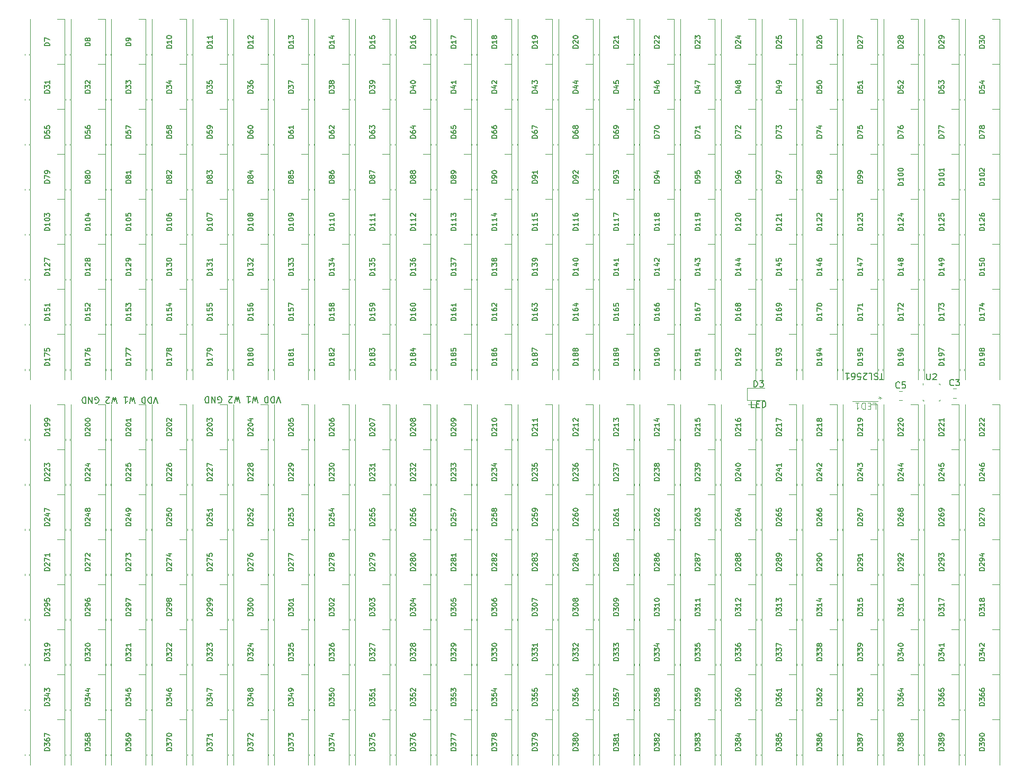
<source format=gbr>
%TF.GenerationSoftware,KiCad,Pcbnew,7.0.8*%
%TF.CreationDate,2023-11-20T11:06:52+02:00*%
%TF.ProjectId,LED Matrix Display,4c454420-4d61-4747-9269-782044697370,rev?*%
%TF.SameCoordinates,Original*%
%TF.FileFunction,Legend,Top*%
%TF.FilePolarity,Positive*%
%FSLAX46Y46*%
G04 Gerber Fmt 4.6, Leading zero omitted, Abs format (unit mm)*
G04 Created by KiCad (PCBNEW 7.0.8) date 2023-11-20 11:06:52*
%MOMM*%
%LPD*%
G01*
G04 APERTURE LIST*
%ADD10C,0.150000*%
%ADD11C,0.100000*%
%ADD12C,0.120000*%
G04 APERTURE END LIST*
D10*
X37106077Y-86030180D02*
X36772744Y-85030180D01*
X36772744Y-85030180D02*
X36439411Y-86030180D01*
X36106077Y-85030180D02*
X36106077Y-86030180D01*
X36106077Y-86030180D02*
X35867982Y-86030180D01*
X35867982Y-86030180D02*
X35725125Y-85982561D01*
X35725125Y-85982561D02*
X35629887Y-85887323D01*
X35629887Y-85887323D02*
X35582268Y-85792085D01*
X35582268Y-85792085D02*
X35534649Y-85601609D01*
X35534649Y-85601609D02*
X35534649Y-85458752D01*
X35534649Y-85458752D02*
X35582268Y-85268276D01*
X35582268Y-85268276D02*
X35629887Y-85173038D01*
X35629887Y-85173038D02*
X35725125Y-85077800D01*
X35725125Y-85077800D02*
X35867982Y-85030180D01*
X35867982Y-85030180D02*
X36106077Y-85030180D01*
X35106077Y-85030180D02*
X35106077Y-86030180D01*
X35106077Y-86030180D02*
X34867982Y-86030180D01*
X34867982Y-86030180D02*
X34725125Y-85982561D01*
X34725125Y-85982561D02*
X34629887Y-85887323D01*
X34629887Y-85887323D02*
X34582268Y-85792085D01*
X34582268Y-85792085D02*
X34534649Y-85601609D01*
X34534649Y-85601609D02*
X34534649Y-85458752D01*
X34534649Y-85458752D02*
X34582268Y-85268276D01*
X34582268Y-85268276D02*
X34629887Y-85173038D01*
X34629887Y-85173038D02*
X34725125Y-85077800D01*
X34725125Y-85077800D02*
X34867982Y-85030180D01*
X34867982Y-85030180D02*
X35106077Y-85030180D01*
X33439410Y-86030180D02*
X33201315Y-85030180D01*
X33201315Y-85030180D02*
X33010839Y-85744466D01*
X33010839Y-85744466D02*
X32820363Y-85030180D01*
X32820363Y-85030180D02*
X32582268Y-86030180D01*
X31677506Y-85030180D02*
X32248934Y-85030180D01*
X31963220Y-85030180D02*
X31963220Y-86030180D01*
X31963220Y-86030180D02*
X32058458Y-85887323D01*
X32058458Y-85887323D02*
X32153696Y-85792085D01*
X32153696Y-85792085D02*
X32248934Y-85744466D01*
X30582267Y-86030180D02*
X30344172Y-85030180D01*
X30344172Y-85030180D02*
X30153696Y-85744466D01*
X30153696Y-85744466D02*
X29963220Y-85030180D01*
X29963220Y-85030180D02*
X29725125Y-86030180D01*
X29391791Y-85934942D02*
X29344172Y-85982561D01*
X29344172Y-85982561D02*
X29248934Y-86030180D01*
X29248934Y-86030180D02*
X29010839Y-86030180D01*
X29010839Y-86030180D02*
X28915601Y-85982561D01*
X28915601Y-85982561D02*
X28867982Y-85934942D01*
X28867982Y-85934942D02*
X28820363Y-85839704D01*
X28820363Y-85839704D02*
X28820363Y-85744466D01*
X28820363Y-85744466D02*
X28867982Y-85601609D01*
X28867982Y-85601609D02*
X29439410Y-85030180D01*
X29439410Y-85030180D02*
X28820363Y-85030180D01*
X27106077Y-85982561D02*
X27201315Y-86030180D01*
X27201315Y-86030180D02*
X27344172Y-86030180D01*
X27344172Y-86030180D02*
X27487029Y-85982561D01*
X27487029Y-85982561D02*
X27582267Y-85887323D01*
X27582267Y-85887323D02*
X27629886Y-85792085D01*
X27629886Y-85792085D02*
X27677505Y-85601609D01*
X27677505Y-85601609D02*
X27677505Y-85458752D01*
X27677505Y-85458752D02*
X27629886Y-85268276D01*
X27629886Y-85268276D02*
X27582267Y-85173038D01*
X27582267Y-85173038D02*
X27487029Y-85077800D01*
X27487029Y-85077800D02*
X27344172Y-85030180D01*
X27344172Y-85030180D02*
X27248934Y-85030180D01*
X27248934Y-85030180D02*
X27106077Y-85077800D01*
X27106077Y-85077800D02*
X27058458Y-85125419D01*
X27058458Y-85125419D02*
X27058458Y-85458752D01*
X27058458Y-85458752D02*
X27248934Y-85458752D01*
X26629886Y-85030180D02*
X26629886Y-86030180D01*
X26629886Y-86030180D02*
X26058458Y-85030180D01*
X26058458Y-85030180D02*
X26058458Y-86030180D01*
X25582267Y-85030180D02*
X25582267Y-86030180D01*
X25582267Y-86030180D02*
X25344172Y-86030180D01*
X25344172Y-86030180D02*
X25201315Y-85982561D01*
X25201315Y-85982561D02*
X25106077Y-85887323D01*
X25106077Y-85887323D02*
X25058458Y-85792085D01*
X25058458Y-85792085D02*
X25010839Y-85601609D01*
X25010839Y-85601609D02*
X25010839Y-85458752D01*
X25010839Y-85458752D02*
X25058458Y-85268276D01*
X25058458Y-85268276D02*
X25106077Y-85173038D01*
X25106077Y-85173038D02*
X25201315Y-85077800D01*
X25201315Y-85077800D02*
X25344172Y-85030180D01*
X25344172Y-85030180D02*
X25582267Y-85030180D01*
X56756077Y-85980180D02*
X56422744Y-84980180D01*
X56422744Y-84980180D02*
X56089411Y-85980180D01*
X55756077Y-84980180D02*
X55756077Y-85980180D01*
X55756077Y-85980180D02*
X55517982Y-85980180D01*
X55517982Y-85980180D02*
X55375125Y-85932561D01*
X55375125Y-85932561D02*
X55279887Y-85837323D01*
X55279887Y-85837323D02*
X55232268Y-85742085D01*
X55232268Y-85742085D02*
X55184649Y-85551609D01*
X55184649Y-85551609D02*
X55184649Y-85408752D01*
X55184649Y-85408752D02*
X55232268Y-85218276D01*
X55232268Y-85218276D02*
X55279887Y-85123038D01*
X55279887Y-85123038D02*
X55375125Y-85027800D01*
X55375125Y-85027800D02*
X55517982Y-84980180D01*
X55517982Y-84980180D02*
X55756077Y-84980180D01*
X54756077Y-84980180D02*
X54756077Y-85980180D01*
X54756077Y-85980180D02*
X54517982Y-85980180D01*
X54517982Y-85980180D02*
X54375125Y-85932561D01*
X54375125Y-85932561D02*
X54279887Y-85837323D01*
X54279887Y-85837323D02*
X54232268Y-85742085D01*
X54232268Y-85742085D02*
X54184649Y-85551609D01*
X54184649Y-85551609D02*
X54184649Y-85408752D01*
X54184649Y-85408752D02*
X54232268Y-85218276D01*
X54232268Y-85218276D02*
X54279887Y-85123038D01*
X54279887Y-85123038D02*
X54375125Y-85027800D01*
X54375125Y-85027800D02*
X54517982Y-84980180D01*
X54517982Y-84980180D02*
X54756077Y-84980180D01*
X53089410Y-85980180D02*
X52851315Y-84980180D01*
X52851315Y-84980180D02*
X52660839Y-85694466D01*
X52660839Y-85694466D02*
X52470363Y-84980180D01*
X52470363Y-84980180D02*
X52232268Y-85980180D01*
X51327506Y-84980180D02*
X51898934Y-84980180D01*
X51613220Y-84980180D02*
X51613220Y-85980180D01*
X51613220Y-85980180D02*
X51708458Y-85837323D01*
X51708458Y-85837323D02*
X51803696Y-85742085D01*
X51803696Y-85742085D02*
X51898934Y-85694466D01*
X50232267Y-85980180D02*
X49994172Y-84980180D01*
X49994172Y-84980180D02*
X49803696Y-85694466D01*
X49803696Y-85694466D02*
X49613220Y-84980180D01*
X49613220Y-84980180D02*
X49375125Y-85980180D01*
X49041791Y-85884942D02*
X48994172Y-85932561D01*
X48994172Y-85932561D02*
X48898934Y-85980180D01*
X48898934Y-85980180D02*
X48660839Y-85980180D01*
X48660839Y-85980180D02*
X48565601Y-85932561D01*
X48565601Y-85932561D02*
X48517982Y-85884942D01*
X48517982Y-85884942D02*
X48470363Y-85789704D01*
X48470363Y-85789704D02*
X48470363Y-85694466D01*
X48470363Y-85694466D02*
X48517982Y-85551609D01*
X48517982Y-85551609D02*
X49089410Y-84980180D01*
X49089410Y-84980180D02*
X48470363Y-84980180D01*
X46756077Y-85932561D02*
X46851315Y-85980180D01*
X46851315Y-85980180D02*
X46994172Y-85980180D01*
X46994172Y-85980180D02*
X47137029Y-85932561D01*
X47137029Y-85932561D02*
X47232267Y-85837323D01*
X47232267Y-85837323D02*
X47279886Y-85742085D01*
X47279886Y-85742085D02*
X47327505Y-85551609D01*
X47327505Y-85551609D02*
X47327505Y-85408752D01*
X47327505Y-85408752D02*
X47279886Y-85218276D01*
X47279886Y-85218276D02*
X47232267Y-85123038D01*
X47232267Y-85123038D02*
X47137029Y-85027800D01*
X47137029Y-85027800D02*
X46994172Y-84980180D01*
X46994172Y-84980180D02*
X46898934Y-84980180D01*
X46898934Y-84980180D02*
X46756077Y-85027800D01*
X46756077Y-85027800D02*
X46708458Y-85075419D01*
X46708458Y-85075419D02*
X46708458Y-85408752D01*
X46708458Y-85408752D02*
X46898934Y-85408752D01*
X46279886Y-84980180D02*
X46279886Y-85980180D01*
X46279886Y-85980180D02*
X45708458Y-84980180D01*
X45708458Y-84980180D02*
X45708458Y-85980180D01*
X45232267Y-84980180D02*
X45232267Y-85980180D01*
X45232267Y-85980180D02*
X44994172Y-85980180D01*
X44994172Y-85980180D02*
X44851315Y-85932561D01*
X44851315Y-85932561D02*
X44756077Y-85837323D01*
X44756077Y-85837323D02*
X44708458Y-85742085D01*
X44708458Y-85742085D02*
X44660839Y-85551609D01*
X44660839Y-85551609D02*
X44660839Y-85408752D01*
X44660839Y-85408752D02*
X44708458Y-85218276D01*
X44708458Y-85218276D02*
X44756077Y-85123038D01*
X44756077Y-85123038D02*
X44851315Y-85027800D01*
X44851315Y-85027800D02*
X44994172Y-84980180D01*
X44994172Y-84980180D02*
X45232267Y-84980180D01*
X58809489Y-79973096D02*
X58009489Y-79973096D01*
X58009489Y-79973096D02*
X58009489Y-79782620D01*
X58009489Y-79782620D02*
X58047584Y-79668334D01*
X58047584Y-79668334D02*
X58123774Y-79592144D01*
X58123774Y-79592144D02*
X58199965Y-79554049D01*
X58199965Y-79554049D02*
X58352346Y-79515953D01*
X58352346Y-79515953D02*
X58466632Y-79515953D01*
X58466632Y-79515953D02*
X58619013Y-79554049D01*
X58619013Y-79554049D02*
X58695203Y-79592144D01*
X58695203Y-79592144D02*
X58771394Y-79668334D01*
X58771394Y-79668334D02*
X58809489Y-79782620D01*
X58809489Y-79782620D02*
X58809489Y-79973096D01*
X58809489Y-78754049D02*
X58809489Y-79211192D01*
X58809489Y-78982620D02*
X58009489Y-78982620D01*
X58009489Y-78982620D02*
X58123774Y-79058811D01*
X58123774Y-79058811D02*
X58199965Y-79135001D01*
X58199965Y-79135001D02*
X58238060Y-79211192D01*
X58352346Y-78296906D02*
X58314251Y-78373096D01*
X58314251Y-78373096D02*
X58276155Y-78411191D01*
X58276155Y-78411191D02*
X58199965Y-78449287D01*
X58199965Y-78449287D02*
X58161870Y-78449287D01*
X58161870Y-78449287D02*
X58085679Y-78411191D01*
X58085679Y-78411191D02*
X58047584Y-78373096D01*
X58047584Y-78373096D02*
X58009489Y-78296906D01*
X58009489Y-78296906D02*
X58009489Y-78144525D01*
X58009489Y-78144525D02*
X58047584Y-78068334D01*
X58047584Y-78068334D02*
X58085679Y-78030239D01*
X58085679Y-78030239D02*
X58161870Y-77992144D01*
X58161870Y-77992144D02*
X58199965Y-77992144D01*
X58199965Y-77992144D02*
X58276155Y-78030239D01*
X58276155Y-78030239D02*
X58314251Y-78068334D01*
X58314251Y-78068334D02*
X58352346Y-78144525D01*
X58352346Y-78144525D02*
X58352346Y-78296906D01*
X58352346Y-78296906D02*
X58390441Y-78373096D01*
X58390441Y-78373096D02*
X58428536Y-78411191D01*
X58428536Y-78411191D02*
X58504727Y-78449287D01*
X58504727Y-78449287D02*
X58657108Y-78449287D01*
X58657108Y-78449287D02*
X58733298Y-78411191D01*
X58733298Y-78411191D02*
X58771394Y-78373096D01*
X58771394Y-78373096D02*
X58809489Y-78296906D01*
X58809489Y-78296906D02*
X58809489Y-78144525D01*
X58809489Y-78144525D02*
X58771394Y-78068334D01*
X58771394Y-78068334D02*
X58733298Y-78030239D01*
X58733298Y-78030239D02*
X58657108Y-77992144D01*
X58657108Y-77992144D02*
X58504727Y-77992144D01*
X58504727Y-77992144D02*
X58428536Y-78030239D01*
X58428536Y-78030239D02*
X58390441Y-78068334D01*
X58390441Y-78068334D02*
X58352346Y-78144525D01*
X58809489Y-77230239D02*
X58809489Y-77687382D01*
X58809489Y-77458810D02*
X58009489Y-77458810D01*
X58009489Y-77458810D02*
X58123774Y-77535001D01*
X58123774Y-77535001D02*
X58199965Y-77611191D01*
X58199965Y-77611191D02*
X58238060Y-77687382D01*
X136809489Y-134373096D02*
X136009489Y-134373096D01*
X136009489Y-134373096D02*
X136009489Y-134182620D01*
X136009489Y-134182620D02*
X136047584Y-134068334D01*
X136047584Y-134068334D02*
X136123774Y-133992144D01*
X136123774Y-133992144D02*
X136199965Y-133954049D01*
X136199965Y-133954049D02*
X136352346Y-133915953D01*
X136352346Y-133915953D02*
X136466632Y-133915953D01*
X136466632Y-133915953D02*
X136619013Y-133954049D01*
X136619013Y-133954049D02*
X136695203Y-133992144D01*
X136695203Y-133992144D02*
X136771394Y-134068334D01*
X136771394Y-134068334D02*
X136809489Y-134182620D01*
X136809489Y-134182620D02*
X136809489Y-134373096D01*
X136009489Y-133649287D02*
X136009489Y-133154049D01*
X136009489Y-133154049D02*
X136314251Y-133420715D01*
X136314251Y-133420715D02*
X136314251Y-133306430D01*
X136314251Y-133306430D02*
X136352346Y-133230239D01*
X136352346Y-133230239D02*
X136390441Y-133192144D01*
X136390441Y-133192144D02*
X136466632Y-133154049D01*
X136466632Y-133154049D02*
X136657108Y-133154049D01*
X136657108Y-133154049D02*
X136733298Y-133192144D01*
X136733298Y-133192144D02*
X136771394Y-133230239D01*
X136771394Y-133230239D02*
X136809489Y-133306430D01*
X136809489Y-133306430D02*
X136809489Y-133535001D01*
X136809489Y-133535001D02*
X136771394Y-133611192D01*
X136771394Y-133611192D02*
X136733298Y-133649287D01*
X136009489Y-132468334D02*
X136009489Y-132620715D01*
X136009489Y-132620715D02*
X136047584Y-132696906D01*
X136047584Y-132696906D02*
X136085679Y-132735001D01*
X136085679Y-132735001D02*
X136199965Y-132811191D01*
X136199965Y-132811191D02*
X136352346Y-132849287D01*
X136352346Y-132849287D02*
X136657108Y-132849287D01*
X136657108Y-132849287D02*
X136733298Y-132811191D01*
X136733298Y-132811191D02*
X136771394Y-132773096D01*
X136771394Y-132773096D02*
X136809489Y-132696906D01*
X136809489Y-132696906D02*
X136809489Y-132544525D01*
X136809489Y-132544525D02*
X136771394Y-132468334D01*
X136771394Y-132468334D02*
X136733298Y-132430239D01*
X136733298Y-132430239D02*
X136657108Y-132392144D01*
X136657108Y-132392144D02*
X136466632Y-132392144D01*
X136466632Y-132392144D02*
X136390441Y-132430239D01*
X136390441Y-132430239D02*
X136352346Y-132468334D01*
X136352346Y-132468334D02*
X136314251Y-132544525D01*
X136314251Y-132544525D02*
X136314251Y-132696906D01*
X136314251Y-132696906D02*
X136352346Y-132773096D01*
X136352346Y-132773096D02*
X136390441Y-132811191D01*
X136390441Y-132811191D02*
X136466632Y-132849287D01*
X136809489Y-131630239D02*
X136809489Y-132087382D01*
X136809489Y-131858810D02*
X136009489Y-131858810D01*
X136009489Y-131858810D02*
X136123774Y-131935001D01*
X136123774Y-131935001D02*
X136199965Y-132011191D01*
X136199965Y-132011191D02*
X136238060Y-132087382D01*
X97809489Y-72773096D02*
X97009489Y-72773096D01*
X97009489Y-72773096D02*
X97009489Y-72582620D01*
X97009489Y-72582620D02*
X97047584Y-72468334D01*
X97047584Y-72468334D02*
X97123774Y-72392144D01*
X97123774Y-72392144D02*
X97199965Y-72354049D01*
X97199965Y-72354049D02*
X97352346Y-72315953D01*
X97352346Y-72315953D02*
X97466632Y-72315953D01*
X97466632Y-72315953D02*
X97619013Y-72354049D01*
X97619013Y-72354049D02*
X97695203Y-72392144D01*
X97695203Y-72392144D02*
X97771394Y-72468334D01*
X97771394Y-72468334D02*
X97809489Y-72582620D01*
X97809489Y-72582620D02*
X97809489Y-72773096D01*
X97809489Y-71554049D02*
X97809489Y-72011192D01*
X97809489Y-71782620D02*
X97009489Y-71782620D01*
X97009489Y-71782620D02*
X97123774Y-71858811D01*
X97123774Y-71858811D02*
X97199965Y-71935001D01*
X97199965Y-71935001D02*
X97238060Y-72011192D01*
X97009489Y-70868334D02*
X97009489Y-71020715D01*
X97009489Y-71020715D02*
X97047584Y-71096906D01*
X97047584Y-71096906D02*
X97085679Y-71135001D01*
X97085679Y-71135001D02*
X97199965Y-71211191D01*
X97199965Y-71211191D02*
X97352346Y-71249287D01*
X97352346Y-71249287D02*
X97657108Y-71249287D01*
X97657108Y-71249287D02*
X97733298Y-71211191D01*
X97733298Y-71211191D02*
X97771394Y-71173096D01*
X97771394Y-71173096D02*
X97809489Y-71096906D01*
X97809489Y-71096906D02*
X97809489Y-70944525D01*
X97809489Y-70944525D02*
X97771394Y-70868334D01*
X97771394Y-70868334D02*
X97733298Y-70830239D01*
X97733298Y-70830239D02*
X97657108Y-70792144D01*
X97657108Y-70792144D02*
X97466632Y-70792144D01*
X97466632Y-70792144D02*
X97390441Y-70830239D01*
X97390441Y-70830239D02*
X97352346Y-70868334D01*
X97352346Y-70868334D02*
X97314251Y-70944525D01*
X97314251Y-70944525D02*
X97314251Y-71096906D01*
X97314251Y-71096906D02*
X97352346Y-71173096D01*
X97352346Y-71173096D02*
X97390441Y-71211191D01*
X97390441Y-71211191D02*
X97466632Y-71249287D01*
X97009489Y-70525477D02*
X97009489Y-70030239D01*
X97009489Y-70030239D02*
X97314251Y-70296905D01*
X97314251Y-70296905D02*
X97314251Y-70182620D01*
X97314251Y-70182620D02*
X97352346Y-70106429D01*
X97352346Y-70106429D02*
X97390441Y-70068334D01*
X97390441Y-70068334D02*
X97466632Y-70030239D01*
X97466632Y-70030239D02*
X97657108Y-70030239D01*
X97657108Y-70030239D02*
X97733298Y-70068334D01*
X97733298Y-70068334D02*
X97771394Y-70106429D01*
X97771394Y-70106429D02*
X97809489Y-70182620D01*
X97809489Y-70182620D02*
X97809489Y-70411191D01*
X97809489Y-70411191D02*
X97771394Y-70487382D01*
X97771394Y-70487382D02*
X97733298Y-70525477D01*
X45809489Y-36392144D02*
X45009489Y-36392144D01*
X45009489Y-36392144D02*
X45009489Y-36201668D01*
X45009489Y-36201668D02*
X45047584Y-36087382D01*
X45047584Y-36087382D02*
X45123774Y-36011192D01*
X45123774Y-36011192D02*
X45199965Y-35973097D01*
X45199965Y-35973097D02*
X45352346Y-35935001D01*
X45352346Y-35935001D02*
X45466632Y-35935001D01*
X45466632Y-35935001D02*
X45619013Y-35973097D01*
X45619013Y-35973097D02*
X45695203Y-36011192D01*
X45695203Y-36011192D02*
X45771394Y-36087382D01*
X45771394Y-36087382D02*
X45809489Y-36201668D01*
X45809489Y-36201668D02*
X45809489Y-36392144D01*
X45009489Y-35668335D02*
X45009489Y-35173097D01*
X45009489Y-35173097D02*
X45314251Y-35439763D01*
X45314251Y-35439763D02*
X45314251Y-35325478D01*
X45314251Y-35325478D02*
X45352346Y-35249287D01*
X45352346Y-35249287D02*
X45390441Y-35211192D01*
X45390441Y-35211192D02*
X45466632Y-35173097D01*
X45466632Y-35173097D02*
X45657108Y-35173097D01*
X45657108Y-35173097D02*
X45733298Y-35211192D01*
X45733298Y-35211192D02*
X45771394Y-35249287D01*
X45771394Y-35249287D02*
X45809489Y-35325478D01*
X45809489Y-35325478D02*
X45809489Y-35554049D01*
X45809489Y-35554049D02*
X45771394Y-35630240D01*
X45771394Y-35630240D02*
X45733298Y-35668335D01*
X45009489Y-34449287D02*
X45009489Y-34830239D01*
X45009489Y-34830239D02*
X45390441Y-34868335D01*
X45390441Y-34868335D02*
X45352346Y-34830239D01*
X45352346Y-34830239D02*
X45314251Y-34754049D01*
X45314251Y-34754049D02*
X45314251Y-34563573D01*
X45314251Y-34563573D02*
X45352346Y-34487382D01*
X45352346Y-34487382D02*
X45390441Y-34449287D01*
X45390441Y-34449287D02*
X45466632Y-34411192D01*
X45466632Y-34411192D02*
X45657108Y-34411192D01*
X45657108Y-34411192D02*
X45733298Y-34449287D01*
X45733298Y-34449287D02*
X45771394Y-34487382D01*
X45771394Y-34487382D02*
X45809489Y-34563573D01*
X45809489Y-34563573D02*
X45809489Y-34754049D01*
X45809489Y-34754049D02*
X45771394Y-34830239D01*
X45771394Y-34830239D02*
X45733298Y-34868335D01*
X97809489Y-79973096D02*
X97009489Y-79973096D01*
X97009489Y-79973096D02*
X97009489Y-79782620D01*
X97009489Y-79782620D02*
X97047584Y-79668334D01*
X97047584Y-79668334D02*
X97123774Y-79592144D01*
X97123774Y-79592144D02*
X97199965Y-79554049D01*
X97199965Y-79554049D02*
X97352346Y-79515953D01*
X97352346Y-79515953D02*
X97466632Y-79515953D01*
X97466632Y-79515953D02*
X97619013Y-79554049D01*
X97619013Y-79554049D02*
X97695203Y-79592144D01*
X97695203Y-79592144D02*
X97771394Y-79668334D01*
X97771394Y-79668334D02*
X97809489Y-79782620D01*
X97809489Y-79782620D02*
X97809489Y-79973096D01*
X97809489Y-78754049D02*
X97809489Y-79211192D01*
X97809489Y-78982620D02*
X97009489Y-78982620D01*
X97009489Y-78982620D02*
X97123774Y-79058811D01*
X97123774Y-79058811D02*
X97199965Y-79135001D01*
X97199965Y-79135001D02*
X97238060Y-79211192D01*
X97352346Y-78296906D02*
X97314251Y-78373096D01*
X97314251Y-78373096D02*
X97276155Y-78411191D01*
X97276155Y-78411191D02*
X97199965Y-78449287D01*
X97199965Y-78449287D02*
X97161870Y-78449287D01*
X97161870Y-78449287D02*
X97085679Y-78411191D01*
X97085679Y-78411191D02*
X97047584Y-78373096D01*
X97047584Y-78373096D02*
X97009489Y-78296906D01*
X97009489Y-78296906D02*
X97009489Y-78144525D01*
X97009489Y-78144525D02*
X97047584Y-78068334D01*
X97047584Y-78068334D02*
X97085679Y-78030239D01*
X97085679Y-78030239D02*
X97161870Y-77992144D01*
X97161870Y-77992144D02*
X97199965Y-77992144D01*
X97199965Y-77992144D02*
X97276155Y-78030239D01*
X97276155Y-78030239D02*
X97314251Y-78068334D01*
X97314251Y-78068334D02*
X97352346Y-78144525D01*
X97352346Y-78144525D02*
X97352346Y-78296906D01*
X97352346Y-78296906D02*
X97390441Y-78373096D01*
X97390441Y-78373096D02*
X97428536Y-78411191D01*
X97428536Y-78411191D02*
X97504727Y-78449287D01*
X97504727Y-78449287D02*
X97657108Y-78449287D01*
X97657108Y-78449287D02*
X97733298Y-78411191D01*
X97733298Y-78411191D02*
X97771394Y-78373096D01*
X97771394Y-78373096D02*
X97809489Y-78296906D01*
X97809489Y-78296906D02*
X97809489Y-78144525D01*
X97809489Y-78144525D02*
X97771394Y-78068334D01*
X97771394Y-78068334D02*
X97733298Y-78030239D01*
X97733298Y-78030239D02*
X97657108Y-77992144D01*
X97657108Y-77992144D02*
X97504727Y-77992144D01*
X97504727Y-77992144D02*
X97428536Y-78030239D01*
X97428536Y-78030239D02*
X97390441Y-78068334D01*
X97390441Y-78068334D02*
X97352346Y-78144525D01*
X97009489Y-77725477D02*
X97009489Y-77192143D01*
X97009489Y-77192143D02*
X97809489Y-77535001D01*
X110809489Y-36392144D02*
X110009489Y-36392144D01*
X110009489Y-36392144D02*
X110009489Y-36201668D01*
X110009489Y-36201668D02*
X110047584Y-36087382D01*
X110047584Y-36087382D02*
X110123774Y-36011192D01*
X110123774Y-36011192D02*
X110199965Y-35973097D01*
X110199965Y-35973097D02*
X110352346Y-35935001D01*
X110352346Y-35935001D02*
X110466632Y-35935001D01*
X110466632Y-35935001D02*
X110619013Y-35973097D01*
X110619013Y-35973097D02*
X110695203Y-36011192D01*
X110695203Y-36011192D02*
X110771394Y-36087382D01*
X110771394Y-36087382D02*
X110809489Y-36201668D01*
X110809489Y-36201668D02*
X110809489Y-36392144D01*
X110276155Y-35249287D02*
X110809489Y-35249287D01*
X109971394Y-35439763D02*
X110542822Y-35630240D01*
X110542822Y-35630240D02*
X110542822Y-35135001D01*
X110009489Y-34449287D02*
X110009489Y-34830239D01*
X110009489Y-34830239D02*
X110390441Y-34868335D01*
X110390441Y-34868335D02*
X110352346Y-34830239D01*
X110352346Y-34830239D02*
X110314251Y-34754049D01*
X110314251Y-34754049D02*
X110314251Y-34563573D01*
X110314251Y-34563573D02*
X110352346Y-34487382D01*
X110352346Y-34487382D02*
X110390441Y-34449287D01*
X110390441Y-34449287D02*
X110466632Y-34411192D01*
X110466632Y-34411192D02*
X110657108Y-34411192D01*
X110657108Y-34411192D02*
X110733298Y-34449287D01*
X110733298Y-34449287D02*
X110771394Y-34487382D01*
X110771394Y-34487382D02*
X110809489Y-34563573D01*
X110809489Y-34563573D02*
X110809489Y-34754049D01*
X110809489Y-34754049D02*
X110771394Y-34830239D01*
X110771394Y-34830239D02*
X110733298Y-34868335D01*
X19809489Y-58373096D02*
X19009489Y-58373096D01*
X19009489Y-58373096D02*
X19009489Y-58182620D01*
X19009489Y-58182620D02*
X19047584Y-58068334D01*
X19047584Y-58068334D02*
X19123774Y-57992144D01*
X19123774Y-57992144D02*
X19199965Y-57954049D01*
X19199965Y-57954049D02*
X19352346Y-57915953D01*
X19352346Y-57915953D02*
X19466632Y-57915953D01*
X19466632Y-57915953D02*
X19619013Y-57954049D01*
X19619013Y-57954049D02*
X19695203Y-57992144D01*
X19695203Y-57992144D02*
X19771394Y-58068334D01*
X19771394Y-58068334D02*
X19809489Y-58182620D01*
X19809489Y-58182620D02*
X19809489Y-58373096D01*
X19809489Y-57154049D02*
X19809489Y-57611192D01*
X19809489Y-57382620D02*
X19009489Y-57382620D01*
X19009489Y-57382620D02*
X19123774Y-57458811D01*
X19123774Y-57458811D02*
X19199965Y-57535001D01*
X19199965Y-57535001D02*
X19238060Y-57611192D01*
X19009489Y-56658810D02*
X19009489Y-56582620D01*
X19009489Y-56582620D02*
X19047584Y-56506429D01*
X19047584Y-56506429D02*
X19085679Y-56468334D01*
X19085679Y-56468334D02*
X19161870Y-56430239D01*
X19161870Y-56430239D02*
X19314251Y-56392144D01*
X19314251Y-56392144D02*
X19504727Y-56392144D01*
X19504727Y-56392144D02*
X19657108Y-56430239D01*
X19657108Y-56430239D02*
X19733298Y-56468334D01*
X19733298Y-56468334D02*
X19771394Y-56506429D01*
X19771394Y-56506429D02*
X19809489Y-56582620D01*
X19809489Y-56582620D02*
X19809489Y-56658810D01*
X19809489Y-56658810D02*
X19771394Y-56735001D01*
X19771394Y-56735001D02*
X19733298Y-56773096D01*
X19733298Y-56773096D02*
X19657108Y-56811191D01*
X19657108Y-56811191D02*
X19504727Y-56849287D01*
X19504727Y-56849287D02*
X19314251Y-56849287D01*
X19314251Y-56849287D02*
X19161870Y-56811191D01*
X19161870Y-56811191D02*
X19085679Y-56773096D01*
X19085679Y-56773096D02*
X19047584Y-56735001D01*
X19047584Y-56735001D02*
X19009489Y-56658810D01*
X19009489Y-56125477D02*
X19009489Y-55630239D01*
X19009489Y-55630239D02*
X19314251Y-55896905D01*
X19314251Y-55896905D02*
X19314251Y-55782620D01*
X19314251Y-55782620D02*
X19352346Y-55706429D01*
X19352346Y-55706429D02*
X19390441Y-55668334D01*
X19390441Y-55668334D02*
X19466632Y-55630239D01*
X19466632Y-55630239D02*
X19657108Y-55630239D01*
X19657108Y-55630239D02*
X19733298Y-55668334D01*
X19733298Y-55668334D02*
X19771394Y-55706429D01*
X19771394Y-55706429D02*
X19809489Y-55782620D01*
X19809489Y-55782620D02*
X19809489Y-56011191D01*
X19809489Y-56011191D02*
X19771394Y-56087382D01*
X19771394Y-56087382D02*
X19733298Y-56125477D01*
X45809489Y-105573096D02*
X45009489Y-105573096D01*
X45009489Y-105573096D02*
X45009489Y-105382620D01*
X45009489Y-105382620D02*
X45047584Y-105268334D01*
X45047584Y-105268334D02*
X45123774Y-105192144D01*
X45123774Y-105192144D02*
X45199965Y-105154049D01*
X45199965Y-105154049D02*
X45352346Y-105115953D01*
X45352346Y-105115953D02*
X45466632Y-105115953D01*
X45466632Y-105115953D02*
X45619013Y-105154049D01*
X45619013Y-105154049D02*
X45695203Y-105192144D01*
X45695203Y-105192144D02*
X45771394Y-105268334D01*
X45771394Y-105268334D02*
X45809489Y-105382620D01*
X45809489Y-105382620D02*
X45809489Y-105573096D01*
X45085679Y-104811192D02*
X45047584Y-104773096D01*
X45047584Y-104773096D02*
X45009489Y-104696906D01*
X45009489Y-104696906D02*
X45009489Y-104506430D01*
X45009489Y-104506430D02*
X45047584Y-104430239D01*
X45047584Y-104430239D02*
X45085679Y-104392144D01*
X45085679Y-104392144D02*
X45161870Y-104354049D01*
X45161870Y-104354049D02*
X45238060Y-104354049D01*
X45238060Y-104354049D02*
X45352346Y-104392144D01*
X45352346Y-104392144D02*
X45809489Y-104849287D01*
X45809489Y-104849287D02*
X45809489Y-104354049D01*
X45009489Y-103630239D02*
X45009489Y-104011191D01*
X45009489Y-104011191D02*
X45390441Y-104049287D01*
X45390441Y-104049287D02*
X45352346Y-104011191D01*
X45352346Y-104011191D02*
X45314251Y-103935001D01*
X45314251Y-103935001D02*
X45314251Y-103744525D01*
X45314251Y-103744525D02*
X45352346Y-103668334D01*
X45352346Y-103668334D02*
X45390441Y-103630239D01*
X45390441Y-103630239D02*
X45466632Y-103592144D01*
X45466632Y-103592144D02*
X45657108Y-103592144D01*
X45657108Y-103592144D02*
X45733298Y-103630239D01*
X45733298Y-103630239D02*
X45771394Y-103668334D01*
X45771394Y-103668334D02*
X45809489Y-103744525D01*
X45809489Y-103744525D02*
X45809489Y-103935001D01*
X45809489Y-103935001D02*
X45771394Y-104011191D01*
X45771394Y-104011191D02*
X45733298Y-104049287D01*
X45809489Y-102830239D02*
X45809489Y-103287382D01*
X45809489Y-103058810D02*
X45009489Y-103058810D01*
X45009489Y-103058810D02*
X45123774Y-103135001D01*
X45123774Y-103135001D02*
X45199965Y-103211191D01*
X45199965Y-103211191D02*
X45238060Y-103287382D01*
X39309489Y-36392144D02*
X38509489Y-36392144D01*
X38509489Y-36392144D02*
X38509489Y-36201668D01*
X38509489Y-36201668D02*
X38547584Y-36087382D01*
X38547584Y-36087382D02*
X38623774Y-36011192D01*
X38623774Y-36011192D02*
X38699965Y-35973097D01*
X38699965Y-35973097D02*
X38852346Y-35935001D01*
X38852346Y-35935001D02*
X38966632Y-35935001D01*
X38966632Y-35935001D02*
X39119013Y-35973097D01*
X39119013Y-35973097D02*
X39195203Y-36011192D01*
X39195203Y-36011192D02*
X39271394Y-36087382D01*
X39271394Y-36087382D02*
X39309489Y-36201668D01*
X39309489Y-36201668D02*
X39309489Y-36392144D01*
X38509489Y-35668335D02*
X38509489Y-35173097D01*
X38509489Y-35173097D02*
X38814251Y-35439763D01*
X38814251Y-35439763D02*
X38814251Y-35325478D01*
X38814251Y-35325478D02*
X38852346Y-35249287D01*
X38852346Y-35249287D02*
X38890441Y-35211192D01*
X38890441Y-35211192D02*
X38966632Y-35173097D01*
X38966632Y-35173097D02*
X39157108Y-35173097D01*
X39157108Y-35173097D02*
X39233298Y-35211192D01*
X39233298Y-35211192D02*
X39271394Y-35249287D01*
X39271394Y-35249287D02*
X39309489Y-35325478D01*
X39309489Y-35325478D02*
X39309489Y-35554049D01*
X39309489Y-35554049D02*
X39271394Y-35630240D01*
X39271394Y-35630240D02*
X39233298Y-35668335D01*
X38776155Y-34487382D02*
X39309489Y-34487382D01*
X38471394Y-34677858D02*
X39042822Y-34868335D01*
X39042822Y-34868335D02*
X39042822Y-34373096D01*
X32809489Y-36392144D02*
X32009489Y-36392144D01*
X32009489Y-36392144D02*
X32009489Y-36201668D01*
X32009489Y-36201668D02*
X32047584Y-36087382D01*
X32047584Y-36087382D02*
X32123774Y-36011192D01*
X32123774Y-36011192D02*
X32199965Y-35973097D01*
X32199965Y-35973097D02*
X32352346Y-35935001D01*
X32352346Y-35935001D02*
X32466632Y-35935001D01*
X32466632Y-35935001D02*
X32619013Y-35973097D01*
X32619013Y-35973097D02*
X32695203Y-36011192D01*
X32695203Y-36011192D02*
X32771394Y-36087382D01*
X32771394Y-36087382D02*
X32809489Y-36201668D01*
X32809489Y-36201668D02*
X32809489Y-36392144D01*
X32009489Y-35668335D02*
X32009489Y-35173097D01*
X32009489Y-35173097D02*
X32314251Y-35439763D01*
X32314251Y-35439763D02*
X32314251Y-35325478D01*
X32314251Y-35325478D02*
X32352346Y-35249287D01*
X32352346Y-35249287D02*
X32390441Y-35211192D01*
X32390441Y-35211192D02*
X32466632Y-35173097D01*
X32466632Y-35173097D02*
X32657108Y-35173097D01*
X32657108Y-35173097D02*
X32733298Y-35211192D01*
X32733298Y-35211192D02*
X32771394Y-35249287D01*
X32771394Y-35249287D02*
X32809489Y-35325478D01*
X32809489Y-35325478D02*
X32809489Y-35554049D01*
X32809489Y-35554049D02*
X32771394Y-35630240D01*
X32771394Y-35630240D02*
X32733298Y-35668335D01*
X32009489Y-34906430D02*
X32009489Y-34411192D01*
X32009489Y-34411192D02*
X32314251Y-34677858D01*
X32314251Y-34677858D02*
X32314251Y-34563573D01*
X32314251Y-34563573D02*
X32352346Y-34487382D01*
X32352346Y-34487382D02*
X32390441Y-34449287D01*
X32390441Y-34449287D02*
X32466632Y-34411192D01*
X32466632Y-34411192D02*
X32657108Y-34411192D01*
X32657108Y-34411192D02*
X32733298Y-34449287D01*
X32733298Y-34449287D02*
X32771394Y-34487382D01*
X32771394Y-34487382D02*
X32809489Y-34563573D01*
X32809489Y-34563573D02*
X32809489Y-34792144D01*
X32809489Y-34792144D02*
X32771394Y-34868335D01*
X32771394Y-34868335D02*
X32733298Y-34906430D01*
X169309489Y-112773096D02*
X168509489Y-112773096D01*
X168509489Y-112773096D02*
X168509489Y-112582620D01*
X168509489Y-112582620D02*
X168547584Y-112468334D01*
X168547584Y-112468334D02*
X168623774Y-112392144D01*
X168623774Y-112392144D02*
X168699965Y-112354049D01*
X168699965Y-112354049D02*
X168852346Y-112315953D01*
X168852346Y-112315953D02*
X168966632Y-112315953D01*
X168966632Y-112315953D02*
X169119013Y-112354049D01*
X169119013Y-112354049D02*
X169195203Y-112392144D01*
X169195203Y-112392144D02*
X169271394Y-112468334D01*
X169271394Y-112468334D02*
X169309489Y-112582620D01*
X169309489Y-112582620D02*
X169309489Y-112773096D01*
X168585679Y-112011192D02*
X168547584Y-111973096D01*
X168547584Y-111973096D02*
X168509489Y-111896906D01*
X168509489Y-111896906D02*
X168509489Y-111706430D01*
X168509489Y-111706430D02*
X168547584Y-111630239D01*
X168547584Y-111630239D02*
X168585679Y-111592144D01*
X168585679Y-111592144D02*
X168661870Y-111554049D01*
X168661870Y-111554049D02*
X168738060Y-111554049D01*
X168738060Y-111554049D02*
X168852346Y-111592144D01*
X168852346Y-111592144D02*
X169309489Y-112049287D01*
X169309489Y-112049287D02*
X169309489Y-111554049D01*
X169309489Y-111173096D02*
X169309489Y-111020715D01*
X169309489Y-111020715D02*
X169271394Y-110944525D01*
X169271394Y-110944525D02*
X169233298Y-110906429D01*
X169233298Y-110906429D02*
X169119013Y-110830239D01*
X169119013Y-110830239D02*
X168966632Y-110792144D01*
X168966632Y-110792144D02*
X168661870Y-110792144D01*
X168661870Y-110792144D02*
X168585679Y-110830239D01*
X168585679Y-110830239D02*
X168547584Y-110868334D01*
X168547584Y-110868334D02*
X168509489Y-110944525D01*
X168509489Y-110944525D02*
X168509489Y-111096906D01*
X168509489Y-111096906D02*
X168547584Y-111173096D01*
X168547584Y-111173096D02*
X168585679Y-111211191D01*
X168585679Y-111211191D02*
X168661870Y-111249287D01*
X168661870Y-111249287D02*
X168852346Y-111249287D01*
X168852346Y-111249287D02*
X168928536Y-111211191D01*
X168928536Y-111211191D02*
X168966632Y-111173096D01*
X168966632Y-111173096D02*
X169004727Y-111096906D01*
X169004727Y-111096906D02*
X169004727Y-110944525D01*
X169004727Y-110944525D02*
X168966632Y-110868334D01*
X168966632Y-110868334D02*
X168928536Y-110830239D01*
X168928536Y-110830239D02*
X168852346Y-110792144D01*
X168776155Y-110106429D02*
X169309489Y-110106429D01*
X168471394Y-110296905D02*
X169042822Y-110487382D01*
X169042822Y-110487382D02*
X169042822Y-109992143D01*
X97809489Y-112773096D02*
X97009489Y-112773096D01*
X97009489Y-112773096D02*
X97009489Y-112582620D01*
X97009489Y-112582620D02*
X97047584Y-112468334D01*
X97047584Y-112468334D02*
X97123774Y-112392144D01*
X97123774Y-112392144D02*
X97199965Y-112354049D01*
X97199965Y-112354049D02*
X97352346Y-112315953D01*
X97352346Y-112315953D02*
X97466632Y-112315953D01*
X97466632Y-112315953D02*
X97619013Y-112354049D01*
X97619013Y-112354049D02*
X97695203Y-112392144D01*
X97695203Y-112392144D02*
X97771394Y-112468334D01*
X97771394Y-112468334D02*
X97809489Y-112582620D01*
X97809489Y-112582620D02*
X97809489Y-112773096D01*
X97085679Y-112011192D02*
X97047584Y-111973096D01*
X97047584Y-111973096D02*
X97009489Y-111896906D01*
X97009489Y-111896906D02*
X97009489Y-111706430D01*
X97009489Y-111706430D02*
X97047584Y-111630239D01*
X97047584Y-111630239D02*
X97085679Y-111592144D01*
X97085679Y-111592144D02*
X97161870Y-111554049D01*
X97161870Y-111554049D02*
X97238060Y-111554049D01*
X97238060Y-111554049D02*
X97352346Y-111592144D01*
X97352346Y-111592144D02*
X97809489Y-112049287D01*
X97809489Y-112049287D02*
X97809489Y-111554049D01*
X97352346Y-111096906D02*
X97314251Y-111173096D01*
X97314251Y-111173096D02*
X97276155Y-111211191D01*
X97276155Y-111211191D02*
X97199965Y-111249287D01*
X97199965Y-111249287D02*
X97161870Y-111249287D01*
X97161870Y-111249287D02*
X97085679Y-111211191D01*
X97085679Y-111211191D02*
X97047584Y-111173096D01*
X97047584Y-111173096D02*
X97009489Y-111096906D01*
X97009489Y-111096906D02*
X97009489Y-110944525D01*
X97009489Y-110944525D02*
X97047584Y-110868334D01*
X97047584Y-110868334D02*
X97085679Y-110830239D01*
X97085679Y-110830239D02*
X97161870Y-110792144D01*
X97161870Y-110792144D02*
X97199965Y-110792144D01*
X97199965Y-110792144D02*
X97276155Y-110830239D01*
X97276155Y-110830239D02*
X97314251Y-110868334D01*
X97314251Y-110868334D02*
X97352346Y-110944525D01*
X97352346Y-110944525D02*
X97352346Y-111096906D01*
X97352346Y-111096906D02*
X97390441Y-111173096D01*
X97390441Y-111173096D02*
X97428536Y-111211191D01*
X97428536Y-111211191D02*
X97504727Y-111249287D01*
X97504727Y-111249287D02*
X97657108Y-111249287D01*
X97657108Y-111249287D02*
X97733298Y-111211191D01*
X97733298Y-111211191D02*
X97771394Y-111173096D01*
X97771394Y-111173096D02*
X97809489Y-111096906D01*
X97809489Y-111096906D02*
X97809489Y-110944525D01*
X97809489Y-110944525D02*
X97771394Y-110868334D01*
X97771394Y-110868334D02*
X97733298Y-110830239D01*
X97733298Y-110830239D02*
X97657108Y-110792144D01*
X97657108Y-110792144D02*
X97504727Y-110792144D01*
X97504727Y-110792144D02*
X97428536Y-110830239D01*
X97428536Y-110830239D02*
X97390441Y-110868334D01*
X97390441Y-110868334D02*
X97352346Y-110944525D01*
X97009489Y-110525477D02*
X97009489Y-110030239D01*
X97009489Y-110030239D02*
X97314251Y-110296905D01*
X97314251Y-110296905D02*
X97314251Y-110182620D01*
X97314251Y-110182620D02*
X97352346Y-110106429D01*
X97352346Y-110106429D02*
X97390441Y-110068334D01*
X97390441Y-110068334D02*
X97466632Y-110030239D01*
X97466632Y-110030239D02*
X97657108Y-110030239D01*
X97657108Y-110030239D02*
X97733298Y-110068334D01*
X97733298Y-110068334D02*
X97771394Y-110106429D01*
X97771394Y-110106429D02*
X97809489Y-110182620D01*
X97809489Y-110182620D02*
X97809489Y-110411191D01*
X97809489Y-110411191D02*
X97771394Y-110487382D01*
X97771394Y-110487382D02*
X97733298Y-110525477D01*
X123809489Y-65573096D02*
X123009489Y-65573096D01*
X123009489Y-65573096D02*
X123009489Y-65382620D01*
X123009489Y-65382620D02*
X123047584Y-65268334D01*
X123047584Y-65268334D02*
X123123774Y-65192144D01*
X123123774Y-65192144D02*
X123199965Y-65154049D01*
X123199965Y-65154049D02*
X123352346Y-65115953D01*
X123352346Y-65115953D02*
X123466632Y-65115953D01*
X123466632Y-65115953D02*
X123619013Y-65154049D01*
X123619013Y-65154049D02*
X123695203Y-65192144D01*
X123695203Y-65192144D02*
X123771394Y-65268334D01*
X123771394Y-65268334D02*
X123809489Y-65382620D01*
X123809489Y-65382620D02*
X123809489Y-65573096D01*
X123809489Y-64354049D02*
X123809489Y-64811192D01*
X123809489Y-64582620D02*
X123009489Y-64582620D01*
X123009489Y-64582620D02*
X123123774Y-64658811D01*
X123123774Y-64658811D02*
X123199965Y-64735001D01*
X123199965Y-64735001D02*
X123238060Y-64811192D01*
X123276155Y-63668334D02*
X123809489Y-63668334D01*
X122971394Y-63858810D02*
X123542822Y-64049287D01*
X123542822Y-64049287D02*
X123542822Y-63554048D01*
X123009489Y-63325477D02*
X123009489Y-62830239D01*
X123009489Y-62830239D02*
X123314251Y-63096905D01*
X123314251Y-63096905D02*
X123314251Y-62982620D01*
X123314251Y-62982620D02*
X123352346Y-62906429D01*
X123352346Y-62906429D02*
X123390441Y-62868334D01*
X123390441Y-62868334D02*
X123466632Y-62830239D01*
X123466632Y-62830239D02*
X123657108Y-62830239D01*
X123657108Y-62830239D02*
X123733298Y-62868334D01*
X123733298Y-62868334D02*
X123771394Y-62906429D01*
X123771394Y-62906429D02*
X123809489Y-62982620D01*
X123809489Y-62982620D02*
X123809489Y-63211191D01*
X123809489Y-63211191D02*
X123771394Y-63287382D01*
X123771394Y-63287382D02*
X123733298Y-63325477D01*
X110809489Y-98373096D02*
X110009489Y-98373096D01*
X110009489Y-98373096D02*
X110009489Y-98182620D01*
X110009489Y-98182620D02*
X110047584Y-98068334D01*
X110047584Y-98068334D02*
X110123774Y-97992144D01*
X110123774Y-97992144D02*
X110199965Y-97954049D01*
X110199965Y-97954049D02*
X110352346Y-97915953D01*
X110352346Y-97915953D02*
X110466632Y-97915953D01*
X110466632Y-97915953D02*
X110619013Y-97954049D01*
X110619013Y-97954049D02*
X110695203Y-97992144D01*
X110695203Y-97992144D02*
X110771394Y-98068334D01*
X110771394Y-98068334D02*
X110809489Y-98182620D01*
X110809489Y-98182620D02*
X110809489Y-98373096D01*
X110085679Y-97611192D02*
X110047584Y-97573096D01*
X110047584Y-97573096D02*
X110009489Y-97496906D01*
X110009489Y-97496906D02*
X110009489Y-97306430D01*
X110009489Y-97306430D02*
X110047584Y-97230239D01*
X110047584Y-97230239D02*
X110085679Y-97192144D01*
X110085679Y-97192144D02*
X110161870Y-97154049D01*
X110161870Y-97154049D02*
X110238060Y-97154049D01*
X110238060Y-97154049D02*
X110352346Y-97192144D01*
X110352346Y-97192144D02*
X110809489Y-97649287D01*
X110809489Y-97649287D02*
X110809489Y-97154049D01*
X110009489Y-96887382D02*
X110009489Y-96392144D01*
X110009489Y-96392144D02*
X110314251Y-96658810D01*
X110314251Y-96658810D02*
X110314251Y-96544525D01*
X110314251Y-96544525D02*
X110352346Y-96468334D01*
X110352346Y-96468334D02*
X110390441Y-96430239D01*
X110390441Y-96430239D02*
X110466632Y-96392144D01*
X110466632Y-96392144D02*
X110657108Y-96392144D01*
X110657108Y-96392144D02*
X110733298Y-96430239D01*
X110733298Y-96430239D02*
X110771394Y-96468334D01*
X110771394Y-96468334D02*
X110809489Y-96544525D01*
X110809489Y-96544525D02*
X110809489Y-96773096D01*
X110809489Y-96773096D02*
X110771394Y-96849287D01*
X110771394Y-96849287D02*
X110733298Y-96887382D01*
X110009489Y-96125477D02*
X110009489Y-95592143D01*
X110009489Y-95592143D02*
X110809489Y-95935001D01*
X65309489Y-134373096D02*
X64509489Y-134373096D01*
X64509489Y-134373096D02*
X64509489Y-134182620D01*
X64509489Y-134182620D02*
X64547584Y-134068334D01*
X64547584Y-134068334D02*
X64623774Y-133992144D01*
X64623774Y-133992144D02*
X64699965Y-133954049D01*
X64699965Y-133954049D02*
X64852346Y-133915953D01*
X64852346Y-133915953D02*
X64966632Y-133915953D01*
X64966632Y-133915953D02*
X65119013Y-133954049D01*
X65119013Y-133954049D02*
X65195203Y-133992144D01*
X65195203Y-133992144D02*
X65271394Y-134068334D01*
X65271394Y-134068334D02*
X65309489Y-134182620D01*
X65309489Y-134182620D02*
X65309489Y-134373096D01*
X64509489Y-133649287D02*
X64509489Y-133154049D01*
X64509489Y-133154049D02*
X64814251Y-133420715D01*
X64814251Y-133420715D02*
X64814251Y-133306430D01*
X64814251Y-133306430D02*
X64852346Y-133230239D01*
X64852346Y-133230239D02*
X64890441Y-133192144D01*
X64890441Y-133192144D02*
X64966632Y-133154049D01*
X64966632Y-133154049D02*
X65157108Y-133154049D01*
X65157108Y-133154049D02*
X65233298Y-133192144D01*
X65233298Y-133192144D02*
X65271394Y-133230239D01*
X65271394Y-133230239D02*
X65309489Y-133306430D01*
X65309489Y-133306430D02*
X65309489Y-133535001D01*
X65309489Y-133535001D02*
X65271394Y-133611192D01*
X65271394Y-133611192D02*
X65233298Y-133649287D01*
X64509489Y-132430239D02*
X64509489Y-132811191D01*
X64509489Y-132811191D02*
X64890441Y-132849287D01*
X64890441Y-132849287D02*
X64852346Y-132811191D01*
X64852346Y-132811191D02*
X64814251Y-132735001D01*
X64814251Y-132735001D02*
X64814251Y-132544525D01*
X64814251Y-132544525D02*
X64852346Y-132468334D01*
X64852346Y-132468334D02*
X64890441Y-132430239D01*
X64890441Y-132430239D02*
X64966632Y-132392144D01*
X64966632Y-132392144D02*
X65157108Y-132392144D01*
X65157108Y-132392144D02*
X65233298Y-132430239D01*
X65233298Y-132430239D02*
X65271394Y-132468334D01*
X65271394Y-132468334D02*
X65309489Y-132544525D01*
X65309489Y-132544525D02*
X65309489Y-132735001D01*
X65309489Y-132735001D02*
X65271394Y-132811191D01*
X65271394Y-132811191D02*
X65233298Y-132849287D01*
X64509489Y-131896905D02*
X64509489Y-131820715D01*
X64509489Y-131820715D02*
X64547584Y-131744524D01*
X64547584Y-131744524D02*
X64585679Y-131706429D01*
X64585679Y-131706429D02*
X64661870Y-131668334D01*
X64661870Y-131668334D02*
X64814251Y-131630239D01*
X64814251Y-131630239D02*
X65004727Y-131630239D01*
X65004727Y-131630239D02*
X65157108Y-131668334D01*
X65157108Y-131668334D02*
X65233298Y-131706429D01*
X65233298Y-131706429D02*
X65271394Y-131744524D01*
X65271394Y-131744524D02*
X65309489Y-131820715D01*
X65309489Y-131820715D02*
X65309489Y-131896905D01*
X65309489Y-131896905D02*
X65271394Y-131973096D01*
X65271394Y-131973096D02*
X65233298Y-132011191D01*
X65233298Y-132011191D02*
X65157108Y-132049286D01*
X65157108Y-132049286D02*
X65004727Y-132087382D01*
X65004727Y-132087382D02*
X64814251Y-132087382D01*
X64814251Y-132087382D02*
X64661870Y-132049286D01*
X64661870Y-132049286D02*
X64585679Y-132011191D01*
X64585679Y-132011191D02*
X64547584Y-131973096D01*
X64547584Y-131973096D02*
X64509489Y-131896905D01*
X91309489Y-119973096D02*
X90509489Y-119973096D01*
X90509489Y-119973096D02*
X90509489Y-119782620D01*
X90509489Y-119782620D02*
X90547584Y-119668334D01*
X90547584Y-119668334D02*
X90623774Y-119592144D01*
X90623774Y-119592144D02*
X90699965Y-119554049D01*
X90699965Y-119554049D02*
X90852346Y-119515953D01*
X90852346Y-119515953D02*
X90966632Y-119515953D01*
X90966632Y-119515953D02*
X91119013Y-119554049D01*
X91119013Y-119554049D02*
X91195203Y-119592144D01*
X91195203Y-119592144D02*
X91271394Y-119668334D01*
X91271394Y-119668334D02*
X91309489Y-119782620D01*
X91309489Y-119782620D02*
X91309489Y-119973096D01*
X90509489Y-119249287D02*
X90509489Y-118754049D01*
X90509489Y-118754049D02*
X90814251Y-119020715D01*
X90814251Y-119020715D02*
X90814251Y-118906430D01*
X90814251Y-118906430D02*
X90852346Y-118830239D01*
X90852346Y-118830239D02*
X90890441Y-118792144D01*
X90890441Y-118792144D02*
X90966632Y-118754049D01*
X90966632Y-118754049D02*
X91157108Y-118754049D01*
X91157108Y-118754049D02*
X91233298Y-118792144D01*
X91233298Y-118792144D02*
X91271394Y-118830239D01*
X91271394Y-118830239D02*
X91309489Y-118906430D01*
X91309489Y-118906430D02*
X91309489Y-119135001D01*
X91309489Y-119135001D02*
X91271394Y-119211192D01*
X91271394Y-119211192D02*
X91233298Y-119249287D01*
X90509489Y-118258810D02*
X90509489Y-118182620D01*
X90509489Y-118182620D02*
X90547584Y-118106429D01*
X90547584Y-118106429D02*
X90585679Y-118068334D01*
X90585679Y-118068334D02*
X90661870Y-118030239D01*
X90661870Y-118030239D02*
X90814251Y-117992144D01*
X90814251Y-117992144D02*
X91004727Y-117992144D01*
X91004727Y-117992144D02*
X91157108Y-118030239D01*
X91157108Y-118030239D02*
X91233298Y-118068334D01*
X91233298Y-118068334D02*
X91271394Y-118106429D01*
X91271394Y-118106429D02*
X91309489Y-118182620D01*
X91309489Y-118182620D02*
X91309489Y-118258810D01*
X91309489Y-118258810D02*
X91271394Y-118335001D01*
X91271394Y-118335001D02*
X91233298Y-118373096D01*
X91233298Y-118373096D02*
X91157108Y-118411191D01*
X91157108Y-118411191D02*
X91004727Y-118449287D01*
X91004727Y-118449287D02*
X90814251Y-118449287D01*
X90814251Y-118449287D02*
X90661870Y-118411191D01*
X90661870Y-118411191D02*
X90585679Y-118373096D01*
X90585679Y-118373096D02*
X90547584Y-118335001D01*
X90547584Y-118335001D02*
X90509489Y-118258810D01*
X90509489Y-117306429D02*
X90509489Y-117458810D01*
X90509489Y-117458810D02*
X90547584Y-117535001D01*
X90547584Y-117535001D02*
X90585679Y-117573096D01*
X90585679Y-117573096D02*
X90699965Y-117649286D01*
X90699965Y-117649286D02*
X90852346Y-117687382D01*
X90852346Y-117687382D02*
X91157108Y-117687382D01*
X91157108Y-117687382D02*
X91233298Y-117649286D01*
X91233298Y-117649286D02*
X91271394Y-117611191D01*
X91271394Y-117611191D02*
X91309489Y-117535001D01*
X91309489Y-117535001D02*
X91309489Y-117382620D01*
X91309489Y-117382620D02*
X91271394Y-117306429D01*
X91271394Y-117306429D02*
X91233298Y-117268334D01*
X91233298Y-117268334D02*
X91157108Y-117230239D01*
X91157108Y-117230239D02*
X90966632Y-117230239D01*
X90966632Y-117230239D02*
X90890441Y-117268334D01*
X90890441Y-117268334D02*
X90852346Y-117306429D01*
X90852346Y-117306429D02*
X90814251Y-117382620D01*
X90814251Y-117382620D02*
X90814251Y-117535001D01*
X90814251Y-117535001D02*
X90852346Y-117611191D01*
X90852346Y-117611191D02*
X90890441Y-117649286D01*
X90890441Y-117649286D02*
X90966632Y-117687382D01*
X65309489Y-65573096D02*
X64509489Y-65573096D01*
X64509489Y-65573096D02*
X64509489Y-65382620D01*
X64509489Y-65382620D02*
X64547584Y-65268334D01*
X64547584Y-65268334D02*
X64623774Y-65192144D01*
X64623774Y-65192144D02*
X64699965Y-65154049D01*
X64699965Y-65154049D02*
X64852346Y-65115953D01*
X64852346Y-65115953D02*
X64966632Y-65115953D01*
X64966632Y-65115953D02*
X65119013Y-65154049D01*
X65119013Y-65154049D02*
X65195203Y-65192144D01*
X65195203Y-65192144D02*
X65271394Y-65268334D01*
X65271394Y-65268334D02*
X65309489Y-65382620D01*
X65309489Y-65382620D02*
X65309489Y-65573096D01*
X65309489Y-64354049D02*
X65309489Y-64811192D01*
X65309489Y-64582620D02*
X64509489Y-64582620D01*
X64509489Y-64582620D02*
X64623774Y-64658811D01*
X64623774Y-64658811D02*
X64699965Y-64735001D01*
X64699965Y-64735001D02*
X64738060Y-64811192D01*
X64509489Y-64087382D02*
X64509489Y-63592144D01*
X64509489Y-63592144D02*
X64814251Y-63858810D01*
X64814251Y-63858810D02*
X64814251Y-63744525D01*
X64814251Y-63744525D02*
X64852346Y-63668334D01*
X64852346Y-63668334D02*
X64890441Y-63630239D01*
X64890441Y-63630239D02*
X64966632Y-63592144D01*
X64966632Y-63592144D02*
X65157108Y-63592144D01*
X65157108Y-63592144D02*
X65233298Y-63630239D01*
X65233298Y-63630239D02*
X65271394Y-63668334D01*
X65271394Y-63668334D02*
X65309489Y-63744525D01*
X65309489Y-63744525D02*
X65309489Y-63973096D01*
X65309489Y-63973096D02*
X65271394Y-64049287D01*
X65271394Y-64049287D02*
X65233298Y-64087382D01*
X64776155Y-62906429D02*
X65309489Y-62906429D01*
X64471394Y-63096905D02*
X65042822Y-63287382D01*
X65042822Y-63287382D02*
X65042822Y-62792143D01*
X162809489Y-91173096D02*
X162009489Y-91173096D01*
X162009489Y-91173096D02*
X162009489Y-90982620D01*
X162009489Y-90982620D02*
X162047584Y-90868334D01*
X162047584Y-90868334D02*
X162123774Y-90792144D01*
X162123774Y-90792144D02*
X162199965Y-90754049D01*
X162199965Y-90754049D02*
X162352346Y-90715953D01*
X162352346Y-90715953D02*
X162466632Y-90715953D01*
X162466632Y-90715953D02*
X162619013Y-90754049D01*
X162619013Y-90754049D02*
X162695203Y-90792144D01*
X162695203Y-90792144D02*
X162771394Y-90868334D01*
X162771394Y-90868334D02*
X162809489Y-90982620D01*
X162809489Y-90982620D02*
X162809489Y-91173096D01*
X162085679Y-90411192D02*
X162047584Y-90373096D01*
X162047584Y-90373096D02*
X162009489Y-90296906D01*
X162009489Y-90296906D02*
X162009489Y-90106430D01*
X162009489Y-90106430D02*
X162047584Y-90030239D01*
X162047584Y-90030239D02*
X162085679Y-89992144D01*
X162085679Y-89992144D02*
X162161870Y-89954049D01*
X162161870Y-89954049D02*
X162238060Y-89954049D01*
X162238060Y-89954049D02*
X162352346Y-89992144D01*
X162352346Y-89992144D02*
X162809489Y-90449287D01*
X162809489Y-90449287D02*
X162809489Y-89954049D01*
X162085679Y-89649287D02*
X162047584Y-89611191D01*
X162047584Y-89611191D02*
X162009489Y-89535001D01*
X162009489Y-89535001D02*
X162009489Y-89344525D01*
X162009489Y-89344525D02*
X162047584Y-89268334D01*
X162047584Y-89268334D02*
X162085679Y-89230239D01*
X162085679Y-89230239D02*
X162161870Y-89192144D01*
X162161870Y-89192144D02*
X162238060Y-89192144D01*
X162238060Y-89192144D02*
X162352346Y-89230239D01*
X162352346Y-89230239D02*
X162809489Y-89687382D01*
X162809489Y-89687382D02*
X162809489Y-89192144D01*
X162809489Y-88430239D02*
X162809489Y-88887382D01*
X162809489Y-88658810D02*
X162009489Y-88658810D01*
X162009489Y-88658810D02*
X162123774Y-88735001D01*
X162123774Y-88735001D02*
X162199965Y-88811191D01*
X162199965Y-88811191D02*
X162238060Y-88887382D01*
X65309489Y-58373096D02*
X64509489Y-58373096D01*
X64509489Y-58373096D02*
X64509489Y-58182620D01*
X64509489Y-58182620D02*
X64547584Y-58068334D01*
X64547584Y-58068334D02*
X64623774Y-57992144D01*
X64623774Y-57992144D02*
X64699965Y-57954049D01*
X64699965Y-57954049D02*
X64852346Y-57915953D01*
X64852346Y-57915953D02*
X64966632Y-57915953D01*
X64966632Y-57915953D02*
X65119013Y-57954049D01*
X65119013Y-57954049D02*
X65195203Y-57992144D01*
X65195203Y-57992144D02*
X65271394Y-58068334D01*
X65271394Y-58068334D02*
X65309489Y-58182620D01*
X65309489Y-58182620D02*
X65309489Y-58373096D01*
X65309489Y-57154049D02*
X65309489Y-57611192D01*
X65309489Y-57382620D02*
X64509489Y-57382620D01*
X64509489Y-57382620D02*
X64623774Y-57458811D01*
X64623774Y-57458811D02*
X64699965Y-57535001D01*
X64699965Y-57535001D02*
X64738060Y-57611192D01*
X65309489Y-56392144D02*
X65309489Y-56849287D01*
X65309489Y-56620715D02*
X64509489Y-56620715D01*
X64509489Y-56620715D02*
X64623774Y-56696906D01*
X64623774Y-56696906D02*
X64699965Y-56773096D01*
X64699965Y-56773096D02*
X64738060Y-56849287D01*
X64509489Y-55896905D02*
X64509489Y-55820715D01*
X64509489Y-55820715D02*
X64547584Y-55744524D01*
X64547584Y-55744524D02*
X64585679Y-55706429D01*
X64585679Y-55706429D02*
X64661870Y-55668334D01*
X64661870Y-55668334D02*
X64814251Y-55630239D01*
X64814251Y-55630239D02*
X65004727Y-55630239D01*
X65004727Y-55630239D02*
X65157108Y-55668334D01*
X65157108Y-55668334D02*
X65233298Y-55706429D01*
X65233298Y-55706429D02*
X65271394Y-55744524D01*
X65271394Y-55744524D02*
X65309489Y-55820715D01*
X65309489Y-55820715D02*
X65309489Y-55896905D01*
X65309489Y-55896905D02*
X65271394Y-55973096D01*
X65271394Y-55973096D02*
X65233298Y-56011191D01*
X65233298Y-56011191D02*
X65157108Y-56049286D01*
X65157108Y-56049286D02*
X65004727Y-56087382D01*
X65004727Y-56087382D02*
X64814251Y-56087382D01*
X64814251Y-56087382D02*
X64661870Y-56049286D01*
X64661870Y-56049286D02*
X64585679Y-56011191D01*
X64585679Y-56011191D02*
X64547584Y-55973096D01*
X64547584Y-55973096D02*
X64509489Y-55896905D01*
X143309489Y-58373096D02*
X142509489Y-58373096D01*
X142509489Y-58373096D02*
X142509489Y-58182620D01*
X142509489Y-58182620D02*
X142547584Y-58068334D01*
X142547584Y-58068334D02*
X142623774Y-57992144D01*
X142623774Y-57992144D02*
X142699965Y-57954049D01*
X142699965Y-57954049D02*
X142852346Y-57915953D01*
X142852346Y-57915953D02*
X142966632Y-57915953D01*
X142966632Y-57915953D02*
X143119013Y-57954049D01*
X143119013Y-57954049D02*
X143195203Y-57992144D01*
X143195203Y-57992144D02*
X143271394Y-58068334D01*
X143271394Y-58068334D02*
X143309489Y-58182620D01*
X143309489Y-58182620D02*
X143309489Y-58373096D01*
X143309489Y-57154049D02*
X143309489Y-57611192D01*
X143309489Y-57382620D02*
X142509489Y-57382620D01*
X142509489Y-57382620D02*
X142623774Y-57458811D01*
X142623774Y-57458811D02*
X142699965Y-57535001D01*
X142699965Y-57535001D02*
X142738060Y-57611192D01*
X142585679Y-56849287D02*
X142547584Y-56811191D01*
X142547584Y-56811191D02*
X142509489Y-56735001D01*
X142509489Y-56735001D02*
X142509489Y-56544525D01*
X142509489Y-56544525D02*
X142547584Y-56468334D01*
X142547584Y-56468334D02*
X142585679Y-56430239D01*
X142585679Y-56430239D02*
X142661870Y-56392144D01*
X142661870Y-56392144D02*
X142738060Y-56392144D01*
X142738060Y-56392144D02*
X142852346Y-56430239D01*
X142852346Y-56430239D02*
X143309489Y-56887382D01*
X143309489Y-56887382D02*
X143309489Y-56392144D01*
X142585679Y-56087382D02*
X142547584Y-56049286D01*
X142547584Y-56049286D02*
X142509489Y-55973096D01*
X142509489Y-55973096D02*
X142509489Y-55782620D01*
X142509489Y-55782620D02*
X142547584Y-55706429D01*
X142547584Y-55706429D02*
X142585679Y-55668334D01*
X142585679Y-55668334D02*
X142661870Y-55630239D01*
X142661870Y-55630239D02*
X142738060Y-55630239D01*
X142738060Y-55630239D02*
X142852346Y-55668334D01*
X142852346Y-55668334D02*
X143309489Y-56125477D01*
X143309489Y-56125477D02*
X143309489Y-55630239D01*
X32809489Y-43592144D02*
X32009489Y-43592144D01*
X32009489Y-43592144D02*
X32009489Y-43401668D01*
X32009489Y-43401668D02*
X32047584Y-43287382D01*
X32047584Y-43287382D02*
X32123774Y-43211192D01*
X32123774Y-43211192D02*
X32199965Y-43173097D01*
X32199965Y-43173097D02*
X32352346Y-43135001D01*
X32352346Y-43135001D02*
X32466632Y-43135001D01*
X32466632Y-43135001D02*
X32619013Y-43173097D01*
X32619013Y-43173097D02*
X32695203Y-43211192D01*
X32695203Y-43211192D02*
X32771394Y-43287382D01*
X32771394Y-43287382D02*
X32809489Y-43401668D01*
X32809489Y-43401668D02*
X32809489Y-43592144D01*
X32009489Y-42411192D02*
X32009489Y-42792144D01*
X32009489Y-42792144D02*
X32390441Y-42830240D01*
X32390441Y-42830240D02*
X32352346Y-42792144D01*
X32352346Y-42792144D02*
X32314251Y-42715954D01*
X32314251Y-42715954D02*
X32314251Y-42525478D01*
X32314251Y-42525478D02*
X32352346Y-42449287D01*
X32352346Y-42449287D02*
X32390441Y-42411192D01*
X32390441Y-42411192D02*
X32466632Y-42373097D01*
X32466632Y-42373097D02*
X32657108Y-42373097D01*
X32657108Y-42373097D02*
X32733298Y-42411192D01*
X32733298Y-42411192D02*
X32771394Y-42449287D01*
X32771394Y-42449287D02*
X32809489Y-42525478D01*
X32809489Y-42525478D02*
X32809489Y-42715954D01*
X32809489Y-42715954D02*
X32771394Y-42792144D01*
X32771394Y-42792144D02*
X32733298Y-42830240D01*
X32009489Y-42106430D02*
X32009489Y-41573096D01*
X32009489Y-41573096D02*
X32809489Y-41915954D01*
X130309489Y-43592144D02*
X129509489Y-43592144D01*
X129509489Y-43592144D02*
X129509489Y-43401668D01*
X129509489Y-43401668D02*
X129547584Y-43287382D01*
X129547584Y-43287382D02*
X129623774Y-43211192D01*
X129623774Y-43211192D02*
X129699965Y-43173097D01*
X129699965Y-43173097D02*
X129852346Y-43135001D01*
X129852346Y-43135001D02*
X129966632Y-43135001D01*
X129966632Y-43135001D02*
X130119013Y-43173097D01*
X130119013Y-43173097D02*
X130195203Y-43211192D01*
X130195203Y-43211192D02*
X130271394Y-43287382D01*
X130271394Y-43287382D02*
X130309489Y-43401668D01*
X130309489Y-43401668D02*
X130309489Y-43592144D01*
X129509489Y-42868335D02*
X129509489Y-42335001D01*
X129509489Y-42335001D02*
X130309489Y-42677859D01*
X129585679Y-42068335D02*
X129547584Y-42030239D01*
X129547584Y-42030239D02*
X129509489Y-41954049D01*
X129509489Y-41954049D02*
X129509489Y-41763573D01*
X129509489Y-41763573D02*
X129547584Y-41687382D01*
X129547584Y-41687382D02*
X129585679Y-41649287D01*
X129585679Y-41649287D02*
X129661870Y-41611192D01*
X129661870Y-41611192D02*
X129738060Y-41611192D01*
X129738060Y-41611192D02*
X129852346Y-41649287D01*
X129852346Y-41649287D02*
X130309489Y-42106430D01*
X130309489Y-42106430D02*
X130309489Y-41611192D01*
X156309489Y-91173096D02*
X155509489Y-91173096D01*
X155509489Y-91173096D02*
X155509489Y-90982620D01*
X155509489Y-90982620D02*
X155547584Y-90868334D01*
X155547584Y-90868334D02*
X155623774Y-90792144D01*
X155623774Y-90792144D02*
X155699965Y-90754049D01*
X155699965Y-90754049D02*
X155852346Y-90715953D01*
X155852346Y-90715953D02*
X155966632Y-90715953D01*
X155966632Y-90715953D02*
X156119013Y-90754049D01*
X156119013Y-90754049D02*
X156195203Y-90792144D01*
X156195203Y-90792144D02*
X156271394Y-90868334D01*
X156271394Y-90868334D02*
X156309489Y-90982620D01*
X156309489Y-90982620D02*
X156309489Y-91173096D01*
X155585679Y-90411192D02*
X155547584Y-90373096D01*
X155547584Y-90373096D02*
X155509489Y-90296906D01*
X155509489Y-90296906D02*
X155509489Y-90106430D01*
X155509489Y-90106430D02*
X155547584Y-90030239D01*
X155547584Y-90030239D02*
X155585679Y-89992144D01*
X155585679Y-89992144D02*
X155661870Y-89954049D01*
X155661870Y-89954049D02*
X155738060Y-89954049D01*
X155738060Y-89954049D02*
X155852346Y-89992144D01*
X155852346Y-89992144D02*
X156309489Y-90449287D01*
X156309489Y-90449287D02*
X156309489Y-89954049D01*
X155585679Y-89649287D02*
X155547584Y-89611191D01*
X155547584Y-89611191D02*
X155509489Y-89535001D01*
X155509489Y-89535001D02*
X155509489Y-89344525D01*
X155509489Y-89344525D02*
X155547584Y-89268334D01*
X155547584Y-89268334D02*
X155585679Y-89230239D01*
X155585679Y-89230239D02*
X155661870Y-89192144D01*
X155661870Y-89192144D02*
X155738060Y-89192144D01*
X155738060Y-89192144D02*
X155852346Y-89230239D01*
X155852346Y-89230239D02*
X156309489Y-89687382D01*
X156309489Y-89687382D02*
X156309489Y-89192144D01*
X155509489Y-88696905D02*
X155509489Y-88620715D01*
X155509489Y-88620715D02*
X155547584Y-88544524D01*
X155547584Y-88544524D02*
X155585679Y-88506429D01*
X155585679Y-88506429D02*
X155661870Y-88468334D01*
X155661870Y-88468334D02*
X155814251Y-88430239D01*
X155814251Y-88430239D02*
X156004727Y-88430239D01*
X156004727Y-88430239D02*
X156157108Y-88468334D01*
X156157108Y-88468334D02*
X156233298Y-88506429D01*
X156233298Y-88506429D02*
X156271394Y-88544524D01*
X156271394Y-88544524D02*
X156309489Y-88620715D01*
X156309489Y-88620715D02*
X156309489Y-88696905D01*
X156309489Y-88696905D02*
X156271394Y-88773096D01*
X156271394Y-88773096D02*
X156233298Y-88811191D01*
X156233298Y-88811191D02*
X156157108Y-88849286D01*
X156157108Y-88849286D02*
X156004727Y-88887382D01*
X156004727Y-88887382D02*
X155814251Y-88887382D01*
X155814251Y-88887382D02*
X155661870Y-88849286D01*
X155661870Y-88849286D02*
X155585679Y-88811191D01*
X155585679Y-88811191D02*
X155547584Y-88773096D01*
X155547584Y-88773096D02*
X155509489Y-88696905D01*
X58809489Y-112773096D02*
X58009489Y-112773096D01*
X58009489Y-112773096D02*
X58009489Y-112582620D01*
X58009489Y-112582620D02*
X58047584Y-112468334D01*
X58047584Y-112468334D02*
X58123774Y-112392144D01*
X58123774Y-112392144D02*
X58199965Y-112354049D01*
X58199965Y-112354049D02*
X58352346Y-112315953D01*
X58352346Y-112315953D02*
X58466632Y-112315953D01*
X58466632Y-112315953D02*
X58619013Y-112354049D01*
X58619013Y-112354049D02*
X58695203Y-112392144D01*
X58695203Y-112392144D02*
X58771394Y-112468334D01*
X58771394Y-112468334D02*
X58809489Y-112582620D01*
X58809489Y-112582620D02*
X58809489Y-112773096D01*
X58085679Y-112011192D02*
X58047584Y-111973096D01*
X58047584Y-111973096D02*
X58009489Y-111896906D01*
X58009489Y-111896906D02*
X58009489Y-111706430D01*
X58009489Y-111706430D02*
X58047584Y-111630239D01*
X58047584Y-111630239D02*
X58085679Y-111592144D01*
X58085679Y-111592144D02*
X58161870Y-111554049D01*
X58161870Y-111554049D02*
X58238060Y-111554049D01*
X58238060Y-111554049D02*
X58352346Y-111592144D01*
X58352346Y-111592144D02*
X58809489Y-112049287D01*
X58809489Y-112049287D02*
X58809489Y-111554049D01*
X58009489Y-111287382D02*
X58009489Y-110754048D01*
X58009489Y-110754048D02*
X58809489Y-111096906D01*
X58009489Y-110525477D02*
X58009489Y-109992143D01*
X58009489Y-109992143D02*
X58809489Y-110335001D01*
X149809489Y-29192144D02*
X149009489Y-29192144D01*
X149009489Y-29192144D02*
X149009489Y-29001668D01*
X149009489Y-29001668D02*
X149047584Y-28887382D01*
X149047584Y-28887382D02*
X149123774Y-28811192D01*
X149123774Y-28811192D02*
X149199965Y-28773097D01*
X149199965Y-28773097D02*
X149352346Y-28735001D01*
X149352346Y-28735001D02*
X149466632Y-28735001D01*
X149466632Y-28735001D02*
X149619013Y-28773097D01*
X149619013Y-28773097D02*
X149695203Y-28811192D01*
X149695203Y-28811192D02*
X149771394Y-28887382D01*
X149771394Y-28887382D02*
X149809489Y-29001668D01*
X149809489Y-29001668D02*
X149809489Y-29192144D01*
X149085679Y-28430240D02*
X149047584Y-28392144D01*
X149047584Y-28392144D02*
X149009489Y-28315954D01*
X149009489Y-28315954D02*
X149009489Y-28125478D01*
X149009489Y-28125478D02*
X149047584Y-28049287D01*
X149047584Y-28049287D02*
X149085679Y-28011192D01*
X149085679Y-28011192D02*
X149161870Y-27973097D01*
X149161870Y-27973097D02*
X149238060Y-27973097D01*
X149238060Y-27973097D02*
X149352346Y-28011192D01*
X149352346Y-28011192D02*
X149809489Y-28468335D01*
X149809489Y-28468335D02*
X149809489Y-27973097D01*
X149009489Y-27706430D02*
X149009489Y-27173096D01*
X149009489Y-27173096D02*
X149809489Y-27515954D01*
X162809489Y-43592144D02*
X162009489Y-43592144D01*
X162009489Y-43592144D02*
X162009489Y-43401668D01*
X162009489Y-43401668D02*
X162047584Y-43287382D01*
X162047584Y-43287382D02*
X162123774Y-43211192D01*
X162123774Y-43211192D02*
X162199965Y-43173097D01*
X162199965Y-43173097D02*
X162352346Y-43135001D01*
X162352346Y-43135001D02*
X162466632Y-43135001D01*
X162466632Y-43135001D02*
X162619013Y-43173097D01*
X162619013Y-43173097D02*
X162695203Y-43211192D01*
X162695203Y-43211192D02*
X162771394Y-43287382D01*
X162771394Y-43287382D02*
X162809489Y-43401668D01*
X162809489Y-43401668D02*
X162809489Y-43592144D01*
X162009489Y-42868335D02*
X162009489Y-42335001D01*
X162009489Y-42335001D02*
X162809489Y-42677859D01*
X162009489Y-42106430D02*
X162009489Y-41573096D01*
X162009489Y-41573096D02*
X162809489Y-41915954D01*
X104309489Y-36392144D02*
X103509489Y-36392144D01*
X103509489Y-36392144D02*
X103509489Y-36201668D01*
X103509489Y-36201668D02*
X103547584Y-36087382D01*
X103547584Y-36087382D02*
X103623774Y-36011192D01*
X103623774Y-36011192D02*
X103699965Y-35973097D01*
X103699965Y-35973097D02*
X103852346Y-35935001D01*
X103852346Y-35935001D02*
X103966632Y-35935001D01*
X103966632Y-35935001D02*
X104119013Y-35973097D01*
X104119013Y-35973097D02*
X104195203Y-36011192D01*
X104195203Y-36011192D02*
X104271394Y-36087382D01*
X104271394Y-36087382D02*
X104309489Y-36201668D01*
X104309489Y-36201668D02*
X104309489Y-36392144D01*
X103776155Y-35249287D02*
X104309489Y-35249287D01*
X103471394Y-35439763D02*
X104042822Y-35630240D01*
X104042822Y-35630240D02*
X104042822Y-35135001D01*
X103776155Y-34487382D02*
X104309489Y-34487382D01*
X103471394Y-34677858D02*
X104042822Y-34868335D01*
X104042822Y-34868335D02*
X104042822Y-34373096D01*
X162809489Y-98373096D02*
X162009489Y-98373096D01*
X162009489Y-98373096D02*
X162009489Y-98182620D01*
X162009489Y-98182620D02*
X162047584Y-98068334D01*
X162047584Y-98068334D02*
X162123774Y-97992144D01*
X162123774Y-97992144D02*
X162199965Y-97954049D01*
X162199965Y-97954049D02*
X162352346Y-97915953D01*
X162352346Y-97915953D02*
X162466632Y-97915953D01*
X162466632Y-97915953D02*
X162619013Y-97954049D01*
X162619013Y-97954049D02*
X162695203Y-97992144D01*
X162695203Y-97992144D02*
X162771394Y-98068334D01*
X162771394Y-98068334D02*
X162809489Y-98182620D01*
X162809489Y-98182620D02*
X162809489Y-98373096D01*
X162085679Y-97611192D02*
X162047584Y-97573096D01*
X162047584Y-97573096D02*
X162009489Y-97496906D01*
X162009489Y-97496906D02*
X162009489Y-97306430D01*
X162009489Y-97306430D02*
X162047584Y-97230239D01*
X162047584Y-97230239D02*
X162085679Y-97192144D01*
X162085679Y-97192144D02*
X162161870Y-97154049D01*
X162161870Y-97154049D02*
X162238060Y-97154049D01*
X162238060Y-97154049D02*
X162352346Y-97192144D01*
X162352346Y-97192144D02*
X162809489Y-97649287D01*
X162809489Y-97649287D02*
X162809489Y-97154049D01*
X162276155Y-96468334D02*
X162809489Y-96468334D01*
X161971394Y-96658810D02*
X162542822Y-96849287D01*
X162542822Y-96849287D02*
X162542822Y-96354048D01*
X162009489Y-95668334D02*
X162009489Y-96049286D01*
X162009489Y-96049286D02*
X162390441Y-96087382D01*
X162390441Y-96087382D02*
X162352346Y-96049286D01*
X162352346Y-96049286D02*
X162314251Y-95973096D01*
X162314251Y-95973096D02*
X162314251Y-95782620D01*
X162314251Y-95782620D02*
X162352346Y-95706429D01*
X162352346Y-95706429D02*
X162390441Y-95668334D01*
X162390441Y-95668334D02*
X162466632Y-95630239D01*
X162466632Y-95630239D02*
X162657108Y-95630239D01*
X162657108Y-95630239D02*
X162733298Y-95668334D01*
X162733298Y-95668334D02*
X162771394Y-95706429D01*
X162771394Y-95706429D02*
X162809489Y-95782620D01*
X162809489Y-95782620D02*
X162809489Y-95973096D01*
X162809489Y-95973096D02*
X162771394Y-96049286D01*
X162771394Y-96049286D02*
X162733298Y-96087382D01*
X91309489Y-79973096D02*
X90509489Y-79973096D01*
X90509489Y-79973096D02*
X90509489Y-79782620D01*
X90509489Y-79782620D02*
X90547584Y-79668334D01*
X90547584Y-79668334D02*
X90623774Y-79592144D01*
X90623774Y-79592144D02*
X90699965Y-79554049D01*
X90699965Y-79554049D02*
X90852346Y-79515953D01*
X90852346Y-79515953D02*
X90966632Y-79515953D01*
X90966632Y-79515953D02*
X91119013Y-79554049D01*
X91119013Y-79554049D02*
X91195203Y-79592144D01*
X91195203Y-79592144D02*
X91271394Y-79668334D01*
X91271394Y-79668334D02*
X91309489Y-79782620D01*
X91309489Y-79782620D02*
X91309489Y-79973096D01*
X91309489Y-78754049D02*
X91309489Y-79211192D01*
X91309489Y-78982620D02*
X90509489Y-78982620D01*
X90509489Y-78982620D02*
X90623774Y-79058811D01*
X90623774Y-79058811D02*
X90699965Y-79135001D01*
X90699965Y-79135001D02*
X90738060Y-79211192D01*
X90852346Y-78296906D02*
X90814251Y-78373096D01*
X90814251Y-78373096D02*
X90776155Y-78411191D01*
X90776155Y-78411191D02*
X90699965Y-78449287D01*
X90699965Y-78449287D02*
X90661870Y-78449287D01*
X90661870Y-78449287D02*
X90585679Y-78411191D01*
X90585679Y-78411191D02*
X90547584Y-78373096D01*
X90547584Y-78373096D02*
X90509489Y-78296906D01*
X90509489Y-78296906D02*
X90509489Y-78144525D01*
X90509489Y-78144525D02*
X90547584Y-78068334D01*
X90547584Y-78068334D02*
X90585679Y-78030239D01*
X90585679Y-78030239D02*
X90661870Y-77992144D01*
X90661870Y-77992144D02*
X90699965Y-77992144D01*
X90699965Y-77992144D02*
X90776155Y-78030239D01*
X90776155Y-78030239D02*
X90814251Y-78068334D01*
X90814251Y-78068334D02*
X90852346Y-78144525D01*
X90852346Y-78144525D02*
X90852346Y-78296906D01*
X90852346Y-78296906D02*
X90890441Y-78373096D01*
X90890441Y-78373096D02*
X90928536Y-78411191D01*
X90928536Y-78411191D02*
X91004727Y-78449287D01*
X91004727Y-78449287D02*
X91157108Y-78449287D01*
X91157108Y-78449287D02*
X91233298Y-78411191D01*
X91233298Y-78411191D02*
X91271394Y-78373096D01*
X91271394Y-78373096D02*
X91309489Y-78296906D01*
X91309489Y-78296906D02*
X91309489Y-78144525D01*
X91309489Y-78144525D02*
X91271394Y-78068334D01*
X91271394Y-78068334D02*
X91233298Y-78030239D01*
X91233298Y-78030239D02*
X91157108Y-77992144D01*
X91157108Y-77992144D02*
X91004727Y-77992144D01*
X91004727Y-77992144D02*
X90928536Y-78030239D01*
X90928536Y-78030239D02*
X90890441Y-78068334D01*
X90890441Y-78068334D02*
X90852346Y-78144525D01*
X90509489Y-77306429D02*
X90509489Y-77458810D01*
X90509489Y-77458810D02*
X90547584Y-77535001D01*
X90547584Y-77535001D02*
X90585679Y-77573096D01*
X90585679Y-77573096D02*
X90699965Y-77649286D01*
X90699965Y-77649286D02*
X90852346Y-77687382D01*
X90852346Y-77687382D02*
X91157108Y-77687382D01*
X91157108Y-77687382D02*
X91233298Y-77649286D01*
X91233298Y-77649286D02*
X91271394Y-77611191D01*
X91271394Y-77611191D02*
X91309489Y-77535001D01*
X91309489Y-77535001D02*
X91309489Y-77382620D01*
X91309489Y-77382620D02*
X91271394Y-77306429D01*
X91271394Y-77306429D02*
X91233298Y-77268334D01*
X91233298Y-77268334D02*
X91157108Y-77230239D01*
X91157108Y-77230239D02*
X90966632Y-77230239D01*
X90966632Y-77230239D02*
X90890441Y-77268334D01*
X90890441Y-77268334D02*
X90852346Y-77306429D01*
X90852346Y-77306429D02*
X90814251Y-77382620D01*
X90814251Y-77382620D02*
X90814251Y-77535001D01*
X90814251Y-77535001D02*
X90852346Y-77611191D01*
X90852346Y-77611191D02*
X90890441Y-77649286D01*
X90890441Y-77649286D02*
X90966632Y-77687382D01*
X26309489Y-98373096D02*
X25509489Y-98373096D01*
X25509489Y-98373096D02*
X25509489Y-98182620D01*
X25509489Y-98182620D02*
X25547584Y-98068334D01*
X25547584Y-98068334D02*
X25623774Y-97992144D01*
X25623774Y-97992144D02*
X25699965Y-97954049D01*
X25699965Y-97954049D02*
X25852346Y-97915953D01*
X25852346Y-97915953D02*
X25966632Y-97915953D01*
X25966632Y-97915953D02*
X26119013Y-97954049D01*
X26119013Y-97954049D02*
X26195203Y-97992144D01*
X26195203Y-97992144D02*
X26271394Y-98068334D01*
X26271394Y-98068334D02*
X26309489Y-98182620D01*
X26309489Y-98182620D02*
X26309489Y-98373096D01*
X25585679Y-97611192D02*
X25547584Y-97573096D01*
X25547584Y-97573096D02*
X25509489Y-97496906D01*
X25509489Y-97496906D02*
X25509489Y-97306430D01*
X25509489Y-97306430D02*
X25547584Y-97230239D01*
X25547584Y-97230239D02*
X25585679Y-97192144D01*
X25585679Y-97192144D02*
X25661870Y-97154049D01*
X25661870Y-97154049D02*
X25738060Y-97154049D01*
X25738060Y-97154049D02*
X25852346Y-97192144D01*
X25852346Y-97192144D02*
X26309489Y-97649287D01*
X26309489Y-97649287D02*
X26309489Y-97154049D01*
X25585679Y-96849287D02*
X25547584Y-96811191D01*
X25547584Y-96811191D02*
X25509489Y-96735001D01*
X25509489Y-96735001D02*
X25509489Y-96544525D01*
X25509489Y-96544525D02*
X25547584Y-96468334D01*
X25547584Y-96468334D02*
X25585679Y-96430239D01*
X25585679Y-96430239D02*
X25661870Y-96392144D01*
X25661870Y-96392144D02*
X25738060Y-96392144D01*
X25738060Y-96392144D02*
X25852346Y-96430239D01*
X25852346Y-96430239D02*
X26309489Y-96887382D01*
X26309489Y-96887382D02*
X26309489Y-96392144D01*
X25776155Y-95706429D02*
X26309489Y-95706429D01*
X25471394Y-95896905D02*
X26042822Y-96087382D01*
X26042822Y-96087382D02*
X26042822Y-95592143D01*
X162809489Y-29192144D02*
X162009489Y-29192144D01*
X162009489Y-29192144D02*
X162009489Y-29001668D01*
X162009489Y-29001668D02*
X162047584Y-28887382D01*
X162047584Y-28887382D02*
X162123774Y-28811192D01*
X162123774Y-28811192D02*
X162199965Y-28773097D01*
X162199965Y-28773097D02*
X162352346Y-28735001D01*
X162352346Y-28735001D02*
X162466632Y-28735001D01*
X162466632Y-28735001D02*
X162619013Y-28773097D01*
X162619013Y-28773097D02*
X162695203Y-28811192D01*
X162695203Y-28811192D02*
X162771394Y-28887382D01*
X162771394Y-28887382D02*
X162809489Y-29001668D01*
X162809489Y-29001668D02*
X162809489Y-29192144D01*
X162085679Y-28430240D02*
X162047584Y-28392144D01*
X162047584Y-28392144D02*
X162009489Y-28315954D01*
X162009489Y-28315954D02*
X162009489Y-28125478D01*
X162009489Y-28125478D02*
X162047584Y-28049287D01*
X162047584Y-28049287D02*
X162085679Y-28011192D01*
X162085679Y-28011192D02*
X162161870Y-27973097D01*
X162161870Y-27973097D02*
X162238060Y-27973097D01*
X162238060Y-27973097D02*
X162352346Y-28011192D01*
X162352346Y-28011192D02*
X162809489Y-28468335D01*
X162809489Y-28468335D02*
X162809489Y-27973097D01*
X162809489Y-27592144D02*
X162809489Y-27439763D01*
X162809489Y-27439763D02*
X162771394Y-27363573D01*
X162771394Y-27363573D02*
X162733298Y-27325477D01*
X162733298Y-27325477D02*
X162619013Y-27249287D01*
X162619013Y-27249287D02*
X162466632Y-27211192D01*
X162466632Y-27211192D02*
X162161870Y-27211192D01*
X162161870Y-27211192D02*
X162085679Y-27249287D01*
X162085679Y-27249287D02*
X162047584Y-27287382D01*
X162047584Y-27287382D02*
X162009489Y-27363573D01*
X162009489Y-27363573D02*
X162009489Y-27515954D01*
X162009489Y-27515954D02*
X162047584Y-27592144D01*
X162047584Y-27592144D02*
X162085679Y-27630239D01*
X162085679Y-27630239D02*
X162161870Y-27668335D01*
X162161870Y-27668335D02*
X162352346Y-27668335D01*
X162352346Y-27668335D02*
X162428536Y-27630239D01*
X162428536Y-27630239D02*
X162466632Y-27592144D01*
X162466632Y-27592144D02*
X162504727Y-27515954D01*
X162504727Y-27515954D02*
X162504727Y-27363573D01*
X162504727Y-27363573D02*
X162466632Y-27287382D01*
X162466632Y-27287382D02*
X162428536Y-27249287D01*
X162428536Y-27249287D02*
X162352346Y-27211192D01*
X162809489Y-112773096D02*
X162009489Y-112773096D01*
X162009489Y-112773096D02*
X162009489Y-112582620D01*
X162009489Y-112582620D02*
X162047584Y-112468334D01*
X162047584Y-112468334D02*
X162123774Y-112392144D01*
X162123774Y-112392144D02*
X162199965Y-112354049D01*
X162199965Y-112354049D02*
X162352346Y-112315953D01*
X162352346Y-112315953D02*
X162466632Y-112315953D01*
X162466632Y-112315953D02*
X162619013Y-112354049D01*
X162619013Y-112354049D02*
X162695203Y-112392144D01*
X162695203Y-112392144D02*
X162771394Y-112468334D01*
X162771394Y-112468334D02*
X162809489Y-112582620D01*
X162809489Y-112582620D02*
X162809489Y-112773096D01*
X162085679Y-112011192D02*
X162047584Y-111973096D01*
X162047584Y-111973096D02*
X162009489Y-111896906D01*
X162009489Y-111896906D02*
X162009489Y-111706430D01*
X162009489Y-111706430D02*
X162047584Y-111630239D01*
X162047584Y-111630239D02*
X162085679Y-111592144D01*
X162085679Y-111592144D02*
X162161870Y-111554049D01*
X162161870Y-111554049D02*
X162238060Y-111554049D01*
X162238060Y-111554049D02*
X162352346Y-111592144D01*
X162352346Y-111592144D02*
X162809489Y-112049287D01*
X162809489Y-112049287D02*
X162809489Y-111554049D01*
X162809489Y-111173096D02*
X162809489Y-111020715D01*
X162809489Y-111020715D02*
X162771394Y-110944525D01*
X162771394Y-110944525D02*
X162733298Y-110906429D01*
X162733298Y-110906429D02*
X162619013Y-110830239D01*
X162619013Y-110830239D02*
X162466632Y-110792144D01*
X162466632Y-110792144D02*
X162161870Y-110792144D01*
X162161870Y-110792144D02*
X162085679Y-110830239D01*
X162085679Y-110830239D02*
X162047584Y-110868334D01*
X162047584Y-110868334D02*
X162009489Y-110944525D01*
X162009489Y-110944525D02*
X162009489Y-111096906D01*
X162009489Y-111096906D02*
X162047584Y-111173096D01*
X162047584Y-111173096D02*
X162085679Y-111211191D01*
X162085679Y-111211191D02*
X162161870Y-111249287D01*
X162161870Y-111249287D02*
X162352346Y-111249287D01*
X162352346Y-111249287D02*
X162428536Y-111211191D01*
X162428536Y-111211191D02*
X162466632Y-111173096D01*
X162466632Y-111173096D02*
X162504727Y-111096906D01*
X162504727Y-111096906D02*
X162504727Y-110944525D01*
X162504727Y-110944525D02*
X162466632Y-110868334D01*
X162466632Y-110868334D02*
X162428536Y-110830239D01*
X162428536Y-110830239D02*
X162352346Y-110792144D01*
X162009489Y-110525477D02*
X162009489Y-110030239D01*
X162009489Y-110030239D02*
X162314251Y-110296905D01*
X162314251Y-110296905D02*
X162314251Y-110182620D01*
X162314251Y-110182620D02*
X162352346Y-110106429D01*
X162352346Y-110106429D02*
X162390441Y-110068334D01*
X162390441Y-110068334D02*
X162466632Y-110030239D01*
X162466632Y-110030239D02*
X162657108Y-110030239D01*
X162657108Y-110030239D02*
X162733298Y-110068334D01*
X162733298Y-110068334D02*
X162771394Y-110106429D01*
X162771394Y-110106429D02*
X162809489Y-110182620D01*
X162809489Y-110182620D02*
X162809489Y-110411191D01*
X162809489Y-110411191D02*
X162771394Y-110487382D01*
X162771394Y-110487382D02*
X162733298Y-110525477D01*
X32809489Y-98373096D02*
X32009489Y-98373096D01*
X32009489Y-98373096D02*
X32009489Y-98182620D01*
X32009489Y-98182620D02*
X32047584Y-98068334D01*
X32047584Y-98068334D02*
X32123774Y-97992144D01*
X32123774Y-97992144D02*
X32199965Y-97954049D01*
X32199965Y-97954049D02*
X32352346Y-97915953D01*
X32352346Y-97915953D02*
X32466632Y-97915953D01*
X32466632Y-97915953D02*
X32619013Y-97954049D01*
X32619013Y-97954049D02*
X32695203Y-97992144D01*
X32695203Y-97992144D02*
X32771394Y-98068334D01*
X32771394Y-98068334D02*
X32809489Y-98182620D01*
X32809489Y-98182620D02*
X32809489Y-98373096D01*
X32085679Y-97611192D02*
X32047584Y-97573096D01*
X32047584Y-97573096D02*
X32009489Y-97496906D01*
X32009489Y-97496906D02*
X32009489Y-97306430D01*
X32009489Y-97306430D02*
X32047584Y-97230239D01*
X32047584Y-97230239D02*
X32085679Y-97192144D01*
X32085679Y-97192144D02*
X32161870Y-97154049D01*
X32161870Y-97154049D02*
X32238060Y-97154049D01*
X32238060Y-97154049D02*
X32352346Y-97192144D01*
X32352346Y-97192144D02*
X32809489Y-97649287D01*
X32809489Y-97649287D02*
X32809489Y-97154049D01*
X32085679Y-96849287D02*
X32047584Y-96811191D01*
X32047584Y-96811191D02*
X32009489Y-96735001D01*
X32009489Y-96735001D02*
X32009489Y-96544525D01*
X32009489Y-96544525D02*
X32047584Y-96468334D01*
X32047584Y-96468334D02*
X32085679Y-96430239D01*
X32085679Y-96430239D02*
X32161870Y-96392144D01*
X32161870Y-96392144D02*
X32238060Y-96392144D01*
X32238060Y-96392144D02*
X32352346Y-96430239D01*
X32352346Y-96430239D02*
X32809489Y-96887382D01*
X32809489Y-96887382D02*
X32809489Y-96392144D01*
X32009489Y-95668334D02*
X32009489Y-96049286D01*
X32009489Y-96049286D02*
X32390441Y-96087382D01*
X32390441Y-96087382D02*
X32352346Y-96049286D01*
X32352346Y-96049286D02*
X32314251Y-95973096D01*
X32314251Y-95973096D02*
X32314251Y-95782620D01*
X32314251Y-95782620D02*
X32352346Y-95706429D01*
X32352346Y-95706429D02*
X32390441Y-95668334D01*
X32390441Y-95668334D02*
X32466632Y-95630239D01*
X32466632Y-95630239D02*
X32657108Y-95630239D01*
X32657108Y-95630239D02*
X32733298Y-95668334D01*
X32733298Y-95668334D02*
X32771394Y-95706429D01*
X32771394Y-95706429D02*
X32809489Y-95782620D01*
X32809489Y-95782620D02*
X32809489Y-95973096D01*
X32809489Y-95973096D02*
X32771394Y-96049286D01*
X32771394Y-96049286D02*
X32733298Y-96087382D01*
X104309489Y-91173096D02*
X103509489Y-91173096D01*
X103509489Y-91173096D02*
X103509489Y-90982620D01*
X103509489Y-90982620D02*
X103547584Y-90868334D01*
X103547584Y-90868334D02*
X103623774Y-90792144D01*
X103623774Y-90792144D02*
X103699965Y-90754049D01*
X103699965Y-90754049D02*
X103852346Y-90715953D01*
X103852346Y-90715953D02*
X103966632Y-90715953D01*
X103966632Y-90715953D02*
X104119013Y-90754049D01*
X104119013Y-90754049D02*
X104195203Y-90792144D01*
X104195203Y-90792144D02*
X104271394Y-90868334D01*
X104271394Y-90868334D02*
X104309489Y-90982620D01*
X104309489Y-90982620D02*
X104309489Y-91173096D01*
X103585679Y-90411192D02*
X103547584Y-90373096D01*
X103547584Y-90373096D02*
X103509489Y-90296906D01*
X103509489Y-90296906D02*
X103509489Y-90106430D01*
X103509489Y-90106430D02*
X103547584Y-90030239D01*
X103547584Y-90030239D02*
X103585679Y-89992144D01*
X103585679Y-89992144D02*
X103661870Y-89954049D01*
X103661870Y-89954049D02*
X103738060Y-89954049D01*
X103738060Y-89954049D02*
X103852346Y-89992144D01*
X103852346Y-89992144D02*
X104309489Y-90449287D01*
X104309489Y-90449287D02*
X104309489Y-89954049D01*
X104309489Y-89192144D02*
X104309489Y-89649287D01*
X104309489Y-89420715D02*
X103509489Y-89420715D01*
X103509489Y-89420715D02*
X103623774Y-89496906D01*
X103623774Y-89496906D02*
X103699965Y-89573096D01*
X103699965Y-89573096D02*
X103738060Y-89649287D01*
X103585679Y-88887382D02*
X103547584Y-88849286D01*
X103547584Y-88849286D02*
X103509489Y-88773096D01*
X103509489Y-88773096D02*
X103509489Y-88582620D01*
X103509489Y-88582620D02*
X103547584Y-88506429D01*
X103547584Y-88506429D02*
X103585679Y-88468334D01*
X103585679Y-88468334D02*
X103661870Y-88430239D01*
X103661870Y-88430239D02*
X103738060Y-88430239D01*
X103738060Y-88430239D02*
X103852346Y-88468334D01*
X103852346Y-88468334D02*
X104309489Y-88925477D01*
X104309489Y-88925477D02*
X104309489Y-88430239D01*
X39309489Y-119973096D02*
X38509489Y-119973096D01*
X38509489Y-119973096D02*
X38509489Y-119782620D01*
X38509489Y-119782620D02*
X38547584Y-119668334D01*
X38547584Y-119668334D02*
X38623774Y-119592144D01*
X38623774Y-119592144D02*
X38699965Y-119554049D01*
X38699965Y-119554049D02*
X38852346Y-119515953D01*
X38852346Y-119515953D02*
X38966632Y-119515953D01*
X38966632Y-119515953D02*
X39119013Y-119554049D01*
X39119013Y-119554049D02*
X39195203Y-119592144D01*
X39195203Y-119592144D02*
X39271394Y-119668334D01*
X39271394Y-119668334D02*
X39309489Y-119782620D01*
X39309489Y-119782620D02*
X39309489Y-119973096D01*
X38585679Y-119211192D02*
X38547584Y-119173096D01*
X38547584Y-119173096D02*
X38509489Y-119096906D01*
X38509489Y-119096906D02*
X38509489Y-118906430D01*
X38509489Y-118906430D02*
X38547584Y-118830239D01*
X38547584Y-118830239D02*
X38585679Y-118792144D01*
X38585679Y-118792144D02*
X38661870Y-118754049D01*
X38661870Y-118754049D02*
X38738060Y-118754049D01*
X38738060Y-118754049D02*
X38852346Y-118792144D01*
X38852346Y-118792144D02*
X39309489Y-119249287D01*
X39309489Y-119249287D02*
X39309489Y-118754049D01*
X39309489Y-118373096D02*
X39309489Y-118220715D01*
X39309489Y-118220715D02*
X39271394Y-118144525D01*
X39271394Y-118144525D02*
X39233298Y-118106429D01*
X39233298Y-118106429D02*
X39119013Y-118030239D01*
X39119013Y-118030239D02*
X38966632Y-117992144D01*
X38966632Y-117992144D02*
X38661870Y-117992144D01*
X38661870Y-117992144D02*
X38585679Y-118030239D01*
X38585679Y-118030239D02*
X38547584Y-118068334D01*
X38547584Y-118068334D02*
X38509489Y-118144525D01*
X38509489Y-118144525D02*
X38509489Y-118296906D01*
X38509489Y-118296906D02*
X38547584Y-118373096D01*
X38547584Y-118373096D02*
X38585679Y-118411191D01*
X38585679Y-118411191D02*
X38661870Y-118449287D01*
X38661870Y-118449287D02*
X38852346Y-118449287D01*
X38852346Y-118449287D02*
X38928536Y-118411191D01*
X38928536Y-118411191D02*
X38966632Y-118373096D01*
X38966632Y-118373096D02*
X39004727Y-118296906D01*
X39004727Y-118296906D02*
X39004727Y-118144525D01*
X39004727Y-118144525D02*
X38966632Y-118068334D01*
X38966632Y-118068334D02*
X38928536Y-118030239D01*
X38928536Y-118030239D02*
X38852346Y-117992144D01*
X38852346Y-117535001D02*
X38814251Y-117611191D01*
X38814251Y-117611191D02*
X38776155Y-117649286D01*
X38776155Y-117649286D02*
X38699965Y-117687382D01*
X38699965Y-117687382D02*
X38661870Y-117687382D01*
X38661870Y-117687382D02*
X38585679Y-117649286D01*
X38585679Y-117649286D02*
X38547584Y-117611191D01*
X38547584Y-117611191D02*
X38509489Y-117535001D01*
X38509489Y-117535001D02*
X38509489Y-117382620D01*
X38509489Y-117382620D02*
X38547584Y-117306429D01*
X38547584Y-117306429D02*
X38585679Y-117268334D01*
X38585679Y-117268334D02*
X38661870Y-117230239D01*
X38661870Y-117230239D02*
X38699965Y-117230239D01*
X38699965Y-117230239D02*
X38776155Y-117268334D01*
X38776155Y-117268334D02*
X38814251Y-117306429D01*
X38814251Y-117306429D02*
X38852346Y-117382620D01*
X38852346Y-117382620D02*
X38852346Y-117535001D01*
X38852346Y-117535001D02*
X38890441Y-117611191D01*
X38890441Y-117611191D02*
X38928536Y-117649286D01*
X38928536Y-117649286D02*
X39004727Y-117687382D01*
X39004727Y-117687382D02*
X39157108Y-117687382D01*
X39157108Y-117687382D02*
X39233298Y-117649286D01*
X39233298Y-117649286D02*
X39271394Y-117611191D01*
X39271394Y-117611191D02*
X39309489Y-117535001D01*
X39309489Y-117535001D02*
X39309489Y-117382620D01*
X39309489Y-117382620D02*
X39271394Y-117306429D01*
X39271394Y-117306429D02*
X39233298Y-117268334D01*
X39233298Y-117268334D02*
X39157108Y-117230239D01*
X39157108Y-117230239D02*
X39004727Y-117230239D01*
X39004727Y-117230239D02*
X38928536Y-117268334D01*
X38928536Y-117268334D02*
X38890441Y-117306429D01*
X38890441Y-117306429D02*
X38852346Y-117382620D01*
X45809489Y-58373096D02*
X45009489Y-58373096D01*
X45009489Y-58373096D02*
X45009489Y-58182620D01*
X45009489Y-58182620D02*
X45047584Y-58068334D01*
X45047584Y-58068334D02*
X45123774Y-57992144D01*
X45123774Y-57992144D02*
X45199965Y-57954049D01*
X45199965Y-57954049D02*
X45352346Y-57915953D01*
X45352346Y-57915953D02*
X45466632Y-57915953D01*
X45466632Y-57915953D02*
X45619013Y-57954049D01*
X45619013Y-57954049D02*
X45695203Y-57992144D01*
X45695203Y-57992144D02*
X45771394Y-58068334D01*
X45771394Y-58068334D02*
X45809489Y-58182620D01*
X45809489Y-58182620D02*
X45809489Y-58373096D01*
X45809489Y-57154049D02*
X45809489Y-57611192D01*
X45809489Y-57382620D02*
X45009489Y-57382620D01*
X45009489Y-57382620D02*
X45123774Y-57458811D01*
X45123774Y-57458811D02*
X45199965Y-57535001D01*
X45199965Y-57535001D02*
X45238060Y-57611192D01*
X45009489Y-56658810D02*
X45009489Y-56582620D01*
X45009489Y-56582620D02*
X45047584Y-56506429D01*
X45047584Y-56506429D02*
X45085679Y-56468334D01*
X45085679Y-56468334D02*
X45161870Y-56430239D01*
X45161870Y-56430239D02*
X45314251Y-56392144D01*
X45314251Y-56392144D02*
X45504727Y-56392144D01*
X45504727Y-56392144D02*
X45657108Y-56430239D01*
X45657108Y-56430239D02*
X45733298Y-56468334D01*
X45733298Y-56468334D02*
X45771394Y-56506429D01*
X45771394Y-56506429D02*
X45809489Y-56582620D01*
X45809489Y-56582620D02*
X45809489Y-56658810D01*
X45809489Y-56658810D02*
X45771394Y-56735001D01*
X45771394Y-56735001D02*
X45733298Y-56773096D01*
X45733298Y-56773096D02*
X45657108Y-56811191D01*
X45657108Y-56811191D02*
X45504727Y-56849287D01*
X45504727Y-56849287D02*
X45314251Y-56849287D01*
X45314251Y-56849287D02*
X45161870Y-56811191D01*
X45161870Y-56811191D02*
X45085679Y-56773096D01*
X45085679Y-56773096D02*
X45047584Y-56735001D01*
X45047584Y-56735001D02*
X45009489Y-56658810D01*
X45009489Y-56125477D02*
X45009489Y-55592143D01*
X45009489Y-55592143D02*
X45809489Y-55935001D01*
X117309489Y-43592144D02*
X116509489Y-43592144D01*
X116509489Y-43592144D02*
X116509489Y-43401668D01*
X116509489Y-43401668D02*
X116547584Y-43287382D01*
X116547584Y-43287382D02*
X116623774Y-43211192D01*
X116623774Y-43211192D02*
X116699965Y-43173097D01*
X116699965Y-43173097D02*
X116852346Y-43135001D01*
X116852346Y-43135001D02*
X116966632Y-43135001D01*
X116966632Y-43135001D02*
X117119013Y-43173097D01*
X117119013Y-43173097D02*
X117195203Y-43211192D01*
X117195203Y-43211192D02*
X117271394Y-43287382D01*
X117271394Y-43287382D02*
X117309489Y-43401668D01*
X117309489Y-43401668D02*
X117309489Y-43592144D01*
X116509489Y-42868335D02*
X116509489Y-42335001D01*
X116509489Y-42335001D02*
X117309489Y-42677859D01*
X116509489Y-41877858D02*
X116509489Y-41801668D01*
X116509489Y-41801668D02*
X116547584Y-41725477D01*
X116547584Y-41725477D02*
X116585679Y-41687382D01*
X116585679Y-41687382D02*
X116661870Y-41649287D01*
X116661870Y-41649287D02*
X116814251Y-41611192D01*
X116814251Y-41611192D02*
X117004727Y-41611192D01*
X117004727Y-41611192D02*
X117157108Y-41649287D01*
X117157108Y-41649287D02*
X117233298Y-41687382D01*
X117233298Y-41687382D02*
X117271394Y-41725477D01*
X117271394Y-41725477D02*
X117309489Y-41801668D01*
X117309489Y-41801668D02*
X117309489Y-41877858D01*
X117309489Y-41877858D02*
X117271394Y-41954049D01*
X117271394Y-41954049D02*
X117233298Y-41992144D01*
X117233298Y-41992144D02*
X117157108Y-42030239D01*
X117157108Y-42030239D02*
X117004727Y-42068335D01*
X117004727Y-42068335D02*
X116814251Y-42068335D01*
X116814251Y-42068335D02*
X116661870Y-42030239D01*
X116661870Y-42030239D02*
X116585679Y-41992144D01*
X116585679Y-41992144D02*
X116547584Y-41954049D01*
X116547584Y-41954049D02*
X116509489Y-41877858D01*
X52309489Y-91173096D02*
X51509489Y-91173096D01*
X51509489Y-91173096D02*
X51509489Y-90982620D01*
X51509489Y-90982620D02*
X51547584Y-90868334D01*
X51547584Y-90868334D02*
X51623774Y-90792144D01*
X51623774Y-90792144D02*
X51699965Y-90754049D01*
X51699965Y-90754049D02*
X51852346Y-90715953D01*
X51852346Y-90715953D02*
X51966632Y-90715953D01*
X51966632Y-90715953D02*
X52119013Y-90754049D01*
X52119013Y-90754049D02*
X52195203Y-90792144D01*
X52195203Y-90792144D02*
X52271394Y-90868334D01*
X52271394Y-90868334D02*
X52309489Y-90982620D01*
X52309489Y-90982620D02*
X52309489Y-91173096D01*
X51585679Y-90411192D02*
X51547584Y-90373096D01*
X51547584Y-90373096D02*
X51509489Y-90296906D01*
X51509489Y-90296906D02*
X51509489Y-90106430D01*
X51509489Y-90106430D02*
X51547584Y-90030239D01*
X51547584Y-90030239D02*
X51585679Y-89992144D01*
X51585679Y-89992144D02*
X51661870Y-89954049D01*
X51661870Y-89954049D02*
X51738060Y-89954049D01*
X51738060Y-89954049D02*
X51852346Y-89992144D01*
X51852346Y-89992144D02*
X52309489Y-90449287D01*
X52309489Y-90449287D02*
X52309489Y-89954049D01*
X51509489Y-89458810D02*
X51509489Y-89382620D01*
X51509489Y-89382620D02*
X51547584Y-89306429D01*
X51547584Y-89306429D02*
X51585679Y-89268334D01*
X51585679Y-89268334D02*
X51661870Y-89230239D01*
X51661870Y-89230239D02*
X51814251Y-89192144D01*
X51814251Y-89192144D02*
X52004727Y-89192144D01*
X52004727Y-89192144D02*
X52157108Y-89230239D01*
X52157108Y-89230239D02*
X52233298Y-89268334D01*
X52233298Y-89268334D02*
X52271394Y-89306429D01*
X52271394Y-89306429D02*
X52309489Y-89382620D01*
X52309489Y-89382620D02*
X52309489Y-89458810D01*
X52309489Y-89458810D02*
X52271394Y-89535001D01*
X52271394Y-89535001D02*
X52233298Y-89573096D01*
X52233298Y-89573096D02*
X52157108Y-89611191D01*
X52157108Y-89611191D02*
X52004727Y-89649287D01*
X52004727Y-89649287D02*
X51814251Y-89649287D01*
X51814251Y-89649287D02*
X51661870Y-89611191D01*
X51661870Y-89611191D02*
X51585679Y-89573096D01*
X51585679Y-89573096D02*
X51547584Y-89535001D01*
X51547584Y-89535001D02*
X51509489Y-89458810D01*
X51776155Y-88506429D02*
X52309489Y-88506429D01*
X51471394Y-88696905D02*
X52042822Y-88887382D01*
X52042822Y-88887382D02*
X52042822Y-88392143D01*
X169309489Y-141573096D02*
X168509489Y-141573096D01*
X168509489Y-141573096D02*
X168509489Y-141382620D01*
X168509489Y-141382620D02*
X168547584Y-141268334D01*
X168547584Y-141268334D02*
X168623774Y-141192144D01*
X168623774Y-141192144D02*
X168699965Y-141154049D01*
X168699965Y-141154049D02*
X168852346Y-141115953D01*
X168852346Y-141115953D02*
X168966632Y-141115953D01*
X168966632Y-141115953D02*
X169119013Y-141154049D01*
X169119013Y-141154049D02*
X169195203Y-141192144D01*
X169195203Y-141192144D02*
X169271394Y-141268334D01*
X169271394Y-141268334D02*
X169309489Y-141382620D01*
X169309489Y-141382620D02*
X169309489Y-141573096D01*
X168509489Y-140849287D02*
X168509489Y-140354049D01*
X168509489Y-140354049D02*
X168814251Y-140620715D01*
X168814251Y-140620715D02*
X168814251Y-140506430D01*
X168814251Y-140506430D02*
X168852346Y-140430239D01*
X168852346Y-140430239D02*
X168890441Y-140392144D01*
X168890441Y-140392144D02*
X168966632Y-140354049D01*
X168966632Y-140354049D02*
X169157108Y-140354049D01*
X169157108Y-140354049D02*
X169233298Y-140392144D01*
X169233298Y-140392144D02*
X169271394Y-140430239D01*
X169271394Y-140430239D02*
X169309489Y-140506430D01*
X169309489Y-140506430D02*
X169309489Y-140735001D01*
X169309489Y-140735001D02*
X169271394Y-140811192D01*
X169271394Y-140811192D02*
X169233298Y-140849287D01*
X169309489Y-139973096D02*
X169309489Y-139820715D01*
X169309489Y-139820715D02*
X169271394Y-139744525D01*
X169271394Y-139744525D02*
X169233298Y-139706429D01*
X169233298Y-139706429D02*
X169119013Y-139630239D01*
X169119013Y-139630239D02*
X168966632Y-139592144D01*
X168966632Y-139592144D02*
X168661870Y-139592144D01*
X168661870Y-139592144D02*
X168585679Y-139630239D01*
X168585679Y-139630239D02*
X168547584Y-139668334D01*
X168547584Y-139668334D02*
X168509489Y-139744525D01*
X168509489Y-139744525D02*
X168509489Y-139896906D01*
X168509489Y-139896906D02*
X168547584Y-139973096D01*
X168547584Y-139973096D02*
X168585679Y-140011191D01*
X168585679Y-140011191D02*
X168661870Y-140049287D01*
X168661870Y-140049287D02*
X168852346Y-140049287D01*
X168852346Y-140049287D02*
X168928536Y-140011191D01*
X168928536Y-140011191D02*
X168966632Y-139973096D01*
X168966632Y-139973096D02*
X169004727Y-139896906D01*
X169004727Y-139896906D02*
X169004727Y-139744525D01*
X169004727Y-139744525D02*
X168966632Y-139668334D01*
X168966632Y-139668334D02*
X168928536Y-139630239D01*
X168928536Y-139630239D02*
X168852346Y-139592144D01*
X168509489Y-139096905D02*
X168509489Y-139020715D01*
X168509489Y-139020715D02*
X168547584Y-138944524D01*
X168547584Y-138944524D02*
X168585679Y-138906429D01*
X168585679Y-138906429D02*
X168661870Y-138868334D01*
X168661870Y-138868334D02*
X168814251Y-138830239D01*
X168814251Y-138830239D02*
X169004727Y-138830239D01*
X169004727Y-138830239D02*
X169157108Y-138868334D01*
X169157108Y-138868334D02*
X169233298Y-138906429D01*
X169233298Y-138906429D02*
X169271394Y-138944524D01*
X169271394Y-138944524D02*
X169309489Y-139020715D01*
X169309489Y-139020715D02*
X169309489Y-139096905D01*
X169309489Y-139096905D02*
X169271394Y-139173096D01*
X169271394Y-139173096D02*
X169233298Y-139211191D01*
X169233298Y-139211191D02*
X169157108Y-139249286D01*
X169157108Y-139249286D02*
X169004727Y-139287382D01*
X169004727Y-139287382D02*
X168814251Y-139287382D01*
X168814251Y-139287382D02*
X168661870Y-139249286D01*
X168661870Y-139249286D02*
X168585679Y-139211191D01*
X168585679Y-139211191D02*
X168547584Y-139173096D01*
X168547584Y-139173096D02*
X168509489Y-139096905D01*
X97809489Y-65573096D02*
X97009489Y-65573096D01*
X97009489Y-65573096D02*
X97009489Y-65382620D01*
X97009489Y-65382620D02*
X97047584Y-65268334D01*
X97047584Y-65268334D02*
X97123774Y-65192144D01*
X97123774Y-65192144D02*
X97199965Y-65154049D01*
X97199965Y-65154049D02*
X97352346Y-65115953D01*
X97352346Y-65115953D02*
X97466632Y-65115953D01*
X97466632Y-65115953D02*
X97619013Y-65154049D01*
X97619013Y-65154049D02*
X97695203Y-65192144D01*
X97695203Y-65192144D02*
X97771394Y-65268334D01*
X97771394Y-65268334D02*
X97809489Y-65382620D01*
X97809489Y-65382620D02*
X97809489Y-65573096D01*
X97809489Y-64354049D02*
X97809489Y-64811192D01*
X97809489Y-64582620D02*
X97009489Y-64582620D01*
X97009489Y-64582620D02*
X97123774Y-64658811D01*
X97123774Y-64658811D02*
X97199965Y-64735001D01*
X97199965Y-64735001D02*
X97238060Y-64811192D01*
X97009489Y-64087382D02*
X97009489Y-63592144D01*
X97009489Y-63592144D02*
X97314251Y-63858810D01*
X97314251Y-63858810D02*
X97314251Y-63744525D01*
X97314251Y-63744525D02*
X97352346Y-63668334D01*
X97352346Y-63668334D02*
X97390441Y-63630239D01*
X97390441Y-63630239D02*
X97466632Y-63592144D01*
X97466632Y-63592144D02*
X97657108Y-63592144D01*
X97657108Y-63592144D02*
X97733298Y-63630239D01*
X97733298Y-63630239D02*
X97771394Y-63668334D01*
X97771394Y-63668334D02*
X97809489Y-63744525D01*
X97809489Y-63744525D02*
X97809489Y-63973096D01*
X97809489Y-63973096D02*
X97771394Y-64049287D01*
X97771394Y-64049287D02*
X97733298Y-64087382D01*
X97809489Y-63211191D02*
X97809489Y-63058810D01*
X97809489Y-63058810D02*
X97771394Y-62982620D01*
X97771394Y-62982620D02*
X97733298Y-62944524D01*
X97733298Y-62944524D02*
X97619013Y-62868334D01*
X97619013Y-62868334D02*
X97466632Y-62830239D01*
X97466632Y-62830239D02*
X97161870Y-62830239D01*
X97161870Y-62830239D02*
X97085679Y-62868334D01*
X97085679Y-62868334D02*
X97047584Y-62906429D01*
X97047584Y-62906429D02*
X97009489Y-62982620D01*
X97009489Y-62982620D02*
X97009489Y-63135001D01*
X97009489Y-63135001D02*
X97047584Y-63211191D01*
X97047584Y-63211191D02*
X97085679Y-63249286D01*
X97085679Y-63249286D02*
X97161870Y-63287382D01*
X97161870Y-63287382D02*
X97352346Y-63287382D01*
X97352346Y-63287382D02*
X97428536Y-63249286D01*
X97428536Y-63249286D02*
X97466632Y-63211191D01*
X97466632Y-63211191D02*
X97504727Y-63135001D01*
X97504727Y-63135001D02*
X97504727Y-62982620D01*
X97504727Y-62982620D02*
X97466632Y-62906429D01*
X97466632Y-62906429D02*
X97428536Y-62868334D01*
X97428536Y-62868334D02*
X97352346Y-62830239D01*
X104309489Y-134373096D02*
X103509489Y-134373096D01*
X103509489Y-134373096D02*
X103509489Y-134182620D01*
X103509489Y-134182620D02*
X103547584Y-134068334D01*
X103547584Y-134068334D02*
X103623774Y-133992144D01*
X103623774Y-133992144D02*
X103699965Y-133954049D01*
X103699965Y-133954049D02*
X103852346Y-133915953D01*
X103852346Y-133915953D02*
X103966632Y-133915953D01*
X103966632Y-133915953D02*
X104119013Y-133954049D01*
X104119013Y-133954049D02*
X104195203Y-133992144D01*
X104195203Y-133992144D02*
X104271394Y-134068334D01*
X104271394Y-134068334D02*
X104309489Y-134182620D01*
X104309489Y-134182620D02*
X104309489Y-134373096D01*
X103509489Y-133649287D02*
X103509489Y-133154049D01*
X103509489Y-133154049D02*
X103814251Y-133420715D01*
X103814251Y-133420715D02*
X103814251Y-133306430D01*
X103814251Y-133306430D02*
X103852346Y-133230239D01*
X103852346Y-133230239D02*
X103890441Y-133192144D01*
X103890441Y-133192144D02*
X103966632Y-133154049D01*
X103966632Y-133154049D02*
X104157108Y-133154049D01*
X104157108Y-133154049D02*
X104233298Y-133192144D01*
X104233298Y-133192144D02*
X104271394Y-133230239D01*
X104271394Y-133230239D02*
X104309489Y-133306430D01*
X104309489Y-133306430D02*
X104309489Y-133535001D01*
X104309489Y-133535001D02*
X104271394Y-133611192D01*
X104271394Y-133611192D02*
X104233298Y-133649287D01*
X103509489Y-132430239D02*
X103509489Y-132811191D01*
X103509489Y-132811191D02*
X103890441Y-132849287D01*
X103890441Y-132849287D02*
X103852346Y-132811191D01*
X103852346Y-132811191D02*
X103814251Y-132735001D01*
X103814251Y-132735001D02*
X103814251Y-132544525D01*
X103814251Y-132544525D02*
X103852346Y-132468334D01*
X103852346Y-132468334D02*
X103890441Y-132430239D01*
X103890441Y-132430239D02*
X103966632Y-132392144D01*
X103966632Y-132392144D02*
X104157108Y-132392144D01*
X104157108Y-132392144D02*
X104233298Y-132430239D01*
X104233298Y-132430239D02*
X104271394Y-132468334D01*
X104271394Y-132468334D02*
X104309489Y-132544525D01*
X104309489Y-132544525D02*
X104309489Y-132735001D01*
X104309489Y-132735001D02*
X104271394Y-132811191D01*
X104271394Y-132811191D02*
X104233298Y-132849287D01*
X103509489Y-131706429D02*
X103509489Y-131858810D01*
X103509489Y-131858810D02*
X103547584Y-131935001D01*
X103547584Y-131935001D02*
X103585679Y-131973096D01*
X103585679Y-131973096D02*
X103699965Y-132049286D01*
X103699965Y-132049286D02*
X103852346Y-132087382D01*
X103852346Y-132087382D02*
X104157108Y-132087382D01*
X104157108Y-132087382D02*
X104233298Y-132049286D01*
X104233298Y-132049286D02*
X104271394Y-132011191D01*
X104271394Y-132011191D02*
X104309489Y-131935001D01*
X104309489Y-131935001D02*
X104309489Y-131782620D01*
X104309489Y-131782620D02*
X104271394Y-131706429D01*
X104271394Y-131706429D02*
X104233298Y-131668334D01*
X104233298Y-131668334D02*
X104157108Y-131630239D01*
X104157108Y-131630239D02*
X103966632Y-131630239D01*
X103966632Y-131630239D02*
X103890441Y-131668334D01*
X103890441Y-131668334D02*
X103852346Y-131706429D01*
X103852346Y-131706429D02*
X103814251Y-131782620D01*
X103814251Y-131782620D02*
X103814251Y-131935001D01*
X103814251Y-131935001D02*
X103852346Y-132011191D01*
X103852346Y-132011191D02*
X103890441Y-132049286D01*
X103890441Y-132049286D02*
X103966632Y-132087382D01*
X39309489Y-127173096D02*
X38509489Y-127173096D01*
X38509489Y-127173096D02*
X38509489Y-126982620D01*
X38509489Y-126982620D02*
X38547584Y-126868334D01*
X38547584Y-126868334D02*
X38623774Y-126792144D01*
X38623774Y-126792144D02*
X38699965Y-126754049D01*
X38699965Y-126754049D02*
X38852346Y-126715953D01*
X38852346Y-126715953D02*
X38966632Y-126715953D01*
X38966632Y-126715953D02*
X39119013Y-126754049D01*
X39119013Y-126754049D02*
X39195203Y-126792144D01*
X39195203Y-126792144D02*
X39271394Y-126868334D01*
X39271394Y-126868334D02*
X39309489Y-126982620D01*
X39309489Y-126982620D02*
X39309489Y-127173096D01*
X38509489Y-126449287D02*
X38509489Y-125954049D01*
X38509489Y-125954049D02*
X38814251Y-126220715D01*
X38814251Y-126220715D02*
X38814251Y-126106430D01*
X38814251Y-126106430D02*
X38852346Y-126030239D01*
X38852346Y-126030239D02*
X38890441Y-125992144D01*
X38890441Y-125992144D02*
X38966632Y-125954049D01*
X38966632Y-125954049D02*
X39157108Y-125954049D01*
X39157108Y-125954049D02*
X39233298Y-125992144D01*
X39233298Y-125992144D02*
X39271394Y-126030239D01*
X39271394Y-126030239D02*
X39309489Y-126106430D01*
X39309489Y-126106430D02*
X39309489Y-126335001D01*
X39309489Y-126335001D02*
X39271394Y-126411192D01*
X39271394Y-126411192D02*
X39233298Y-126449287D01*
X38585679Y-125649287D02*
X38547584Y-125611191D01*
X38547584Y-125611191D02*
X38509489Y-125535001D01*
X38509489Y-125535001D02*
X38509489Y-125344525D01*
X38509489Y-125344525D02*
X38547584Y-125268334D01*
X38547584Y-125268334D02*
X38585679Y-125230239D01*
X38585679Y-125230239D02*
X38661870Y-125192144D01*
X38661870Y-125192144D02*
X38738060Y-125192144D01*
X38738060Y-125192144D02*
X38852346Y-125230239D01*
X38852346Y-125230239D02*
X39309489Y-125687382D01*
X39309489Y-125687382D02*
X39309489Y-125192144D01*
X38585679Y-124887382D02*
X38547584Y-124849286D01*
X38547584Y-124849286D02*
X38509489Y-124773096D01*
X38509489Y-124773096D02*
X38509489Y-124582620D01*
X38509489Y-124582620D02*
X38547584Y-124506429D01*
X38547584Y-124506429D02*
X38585679Y-124468334D01*
X38585679Y-124468334D02*
X38661870Y-124430239D01*
X38661870Y-124430239D02*
X38738060Y-124430239D01*
X38738060Y-124430239D02*
X38852346Y-124468334D01*
X38852346Y-124468334D02*
X39309489Y-124925477D01*
X39309489Y-124925477D02*
X39309489Y-124430239D01*
X143309489Y-105573096D02*
X142509489Y-105573096D01*
X142509489Y-105573096D02*
X142509489Y-105382620D01*
X142509489Y-105382620D02*
X142547584Y-105268334D01*
X142547584Y-105268334D02*
X142623774Y-105192144D01*
X142623774Y-105192144D02*
X142699965Y-105154049D01*
X142699965Y-105154049D02*
X142852346Y-105115953D01*
X142852346Y-105115953D02*
X142966632Y-105115953D01*
X142966632Y-105115953D02*
X143119013Y-105154049D01*
X143119013Y-105154049D02*
X143195203Y-105192144D01*
X143195203Y-105192144D02*
X143271394Y-105268334D01*
X143271394Y-105268334D02*
X143309489Y-105382620D01*
X143309489Y-105382620D02*
X143309489Y-105573096D01*
X142585679Y-104811192D02*
X142547584Y-104773096D01*
X142547584Y-104773096D02*
X142509489Y-104696906D01*
X142509489Y-104696906D02*
X142509489Y-104506430D01*
X142509489Y-104506430D02*
X142547584Y-104430239D01*
X142547584Y-104430239D02*
X142585679Y-104392144D01*
X142585679Y-104392144D02*
X142661870Y-104354049D01*
X142661870Y-104354049D02*
X142738060Y-104354049D01*
X142738060Y-104354049D02*
X142852346Y-104392144D01*
X142852346Y-104392144D02*
X143309489Y-104849287D01*
X143309489Y-104849287D02*
X143309489Y-104354049D01*
X142509489Y-103668334D02*
X142509489Y-103820715D01*
X142509489Y-103820715D02*
X142547584Y-103896906D01*
X142547584Y-103896906D02*
X142585679Y-103935001D01*
X142585679Y-103935001D02*
X142699965Y-104011191D01*
X142699965Y-104011191D02*
X142852346Y-104049287D01*
X142852346Y-104049287D02*
X143157108Y-104049287D01*
X143157108Y-104049287D02*
X143233298Y-104011191D01*
X143233298Y-104011191D02*
X143271394Y-103973096D01*
X143271394Y-103973096D02*
X143309489Y-103896906D01*
X143309489Y-103896906D02*
X143309489Y-103744525D01*
X143309489Y-103744525D02*
X143271394Y-103668334D01*
X143271394Y-103668334D02*
X143233298Y-103630239D01*
X143233298Y-103630239D02*
X143157108Y-103592144D01*
X143157108Y-103592144D02*
X142966632Y-103592144D01*
X142966632Y-103592144D02*
X142890441Y-103630239D01*
X142890441Y-103630239D02*
X142852346Y-103668334D01*
X142852346Y-103668334D02*
X142814251Y-103744525D01*
X142814251Y-103744525D02*
X142814251Y-103896906D01*
X142814251Y-103896906D02*
X142852346Y-103973096D01*
X142852346Y-103973096D02*
X142890441Y-104011191D01*
X142890441Y-104011191D02*
X142966632Y-104049287D01*
X142509489Y-102906429D02*
X142509489Y-103058810D01*
X142509489Y-103058810D02*
X142547584Y-103135001D01*
X142547584Y-103135001D02*
X142585679Y-103173096D01*
X142585679Y-103173096D02*
X142699965Y-103249286D01*
X142699965Y-103249286D02*
X142852346Y-103287382D01*
X142852346Y-103287382D02*
X143157108Y-103287382D01*
X143157108Y-103287382D02*
X143233298Y-103249286D01*
X143233298Y-103249286D02*
X143271394Y-103211191D01*
X143271394Y-103211191D02*
X143309489Y-103135001D01*
X143309489Y-103135001D02*
X143309489Y-102982620D01*
X143309489Y-102982620D02*
X143271394Y-102906429D01*
X143271394Y-102906429D02*
X143233298Y-102868334D01*
X143233298Y-102868334D02*
X143157108Y-102830239D01*
X143157108Y-102830239D02*
X142966632Y-102830239D01*
X142966632Y-102830239D02*
X142890441Y-102868334D01*
X142890441Y-102868334D02*
X142852346Y-102906429D01*
X142852346Y-102906429D02*
X142814251Y-102982620D01*
X142814251Y-102982620D02*
X142814251Y-103135001D01*
X142814251Y-103135001D02*
X142852346Y-103211191D01*
X142852346Y-103211191D02*
X142890441Y-103249286D01*
X142890441Y-103249286D02*
X142966632Y-103287382D01*
X52309489Y-58373096D02*
X51509489Y-58373096D01*
X51509489Y-58373096D02*
X51509489Y-58182620D01*
X51509489Y-58182620D02*
X51547584Y-58068334D01*
X51547584Y-58068334D02*
X51623774Y-57992144D01*
X51623774Y-57992144D02*
X51699965Y-57954049D01*
X51699965Y-57954049D02*
X51852346Y-57915953D01*
X51852346Y-57915953D02*
X51966632Y-57915953D01*
X51966632Y-57915953D02*
X52119013Y-57954049D01*
X52119013Y-57954049D02*
X52195203Y-57992144D01*
X52195203Y-57992144D02*
X52271394Y-58068334D01*
X52271394Y-58068334D02*
X52309489Y-58182620D01*
X52309489Y-58182620D02*
X52309489Y-58373096D01*
X52309489Y-57154049D02*
X52309489Y-57611192D01*
X52309489Y-57382620D02*
X51509489Y-57382620D01*
X51509489Y-57382620D02*
X51623774Y-57458811D01*
X51623774Y-57458811D02*
X51699965Y-57535001D01*
X51699965Y-57535001D02*
X51738060Y-57611192D01*
X51509489Y-56658810D02*
X51509489Y-56582620D01*
X51509489Y-56582620D02*
X51547584Y-56506429D01*
X51547584Y-56506429D02*
X51585679Y-56468334D01*
X51585679Y-56468334D02*
X51661870Y-56430239D01*
X51661870Y-56430239D02*
X51814251Y-56392144D01*
X51814251Y-56392144D02*
X52004727Y-56392144D01*
X52004727Y-56392144D02*
X52157108Y-56430239D01*
X52157108Y-56430239D02*
X52233298Y-56468334D01*
X52233298Y-56468334D02*
X52271394Y-56506429D01*
X52271394Y-56506429D02*
X52309489Y-56582620D01*
X52309489Y-56582620D02*
X52309489Y-56658810D01*
X52309489Y-56658810D02*
X52271394Y-56735001D01*
X52271394Y-56735001D02*
X52233298Y-56773096D01*
X52233298Y-56773096D02*
X52157108Y-56811191D01*
X52157108Y-56811191D02*
X52004727Y-56849287D01*
X52004727Y-56849287D02*
X51814251Y-56849287D01*
X51814251Y-56849287D02*
X51661870Y-56811191D01*
X51661870Y-56811191D02*
X51585679Y-56773096D01*
X51585679Y-56773096D02*
X51547584Y-56735001D01*
X51547584Y-56735001D02*
X51509489Y-56658810D01*
X51852346Y-55935001D02*
X51814251Y-56011191D01*
X51814251Y-56011191D02*
X51776155Y-56049286D01*
X51776155Y-56049286D02*
X51699965Y-56087382D01*
X51699965Y-56087382D02*
X51661870Y-56087382D01*
X51661870Y-56087382D02*
X51585679Y-56049286D01*
X51585679Y-56049286D02*
X51547584Y-56011191D01*
X51547584Y-56011191D02*
X51509489Y-55935001D01*
X51509489Y-55935001D02*
X51509489Y-55782620D01*
X51509489Y-55782620D02*
X51547584Y-55706429D01*
X51547584Y-55706429D02*
X51585679Y-55668334D01*
X51585679Y-55668334D02*
X51661870Y-55630239D01*
X51661870Y-55630239D02*
X51699965Y-55630239D01*
X51699965Y-55630239D02*
X51776155Y-55668334D01*
X51776155Y-55668334D02*
X51814251Y-55706429D01*
X51814251Y-55706429D02*
X51852346Y-55782620D01*
X51852346Y-55782620D02*
X51852346Y-55935001D01*
X51852346Y-55935001D02*
X51890441Y-56011191D01*
X51890441Y-56011191D02*
X51928536Y-56049286D01*
X51928536Y-56049286D02*
X52004727Y-56087382D01*
X52004727Y-56087382D02*
X52157108Y-56087382D01*
X52157108Y-56087382D02*
X52233298Y-56049286D01*
X52233298Y-56049286D02*
X52271394Y-56011191D01*
X52271394Y-56011191D02*
X52309489Y-55935001D01*
X52309489Y-55935001D02*
X52309489Y-55782620D01*
X52309489Y-55782620D02*
X52271394Y-55706429D01*
X52271394Y-55706429D02*
X52233298Y-55668334D01*
X52233298Y-55668334D02*
X52157108Y-55630239D01*
X52157108Y-55630239D02*
X52004727Y-55630239D01*
X52004727Y-55630239D02*
X51928536Y-55668334D01*
X51928536Y-55668334D02*
X51890441Y-55706429D01*
X51890441Y-55706429D02*
X51852346Y-55782620D01*
X78309489Y-50792144D02*
X77509489Y-50792144D01*
X77509489Y-50792144D02*
X77509489Y-50601668D01*
X77509489Y-50601668D02*
X77547584Y-50487382D01*
X77547584Y-50487382D02*
X77623774Y-50411192D01*
X77623774Y-50411192D02*
X77699965Y-50373097D01*
X77699965Y-50373097D02*
X77852346Y-50335001D01*
X77852346Y-50335001D02*
X77966632Y-50335001D01*
X77966632Y-50335001D02*
X78119013Y-50373097D01*
X78119013Y-50373097D02*
X78195203Y-50411192D01*
X78195203Y-50411192D02*
X78271394Y-50487382D01*
X78271394Y-50487382D02*
X78309489Y-50601668D01*
X78309489Y-50601668D02*
X78309489Y-50792144D01*
X77852346Y-49877859D02*
X77814251Y-49954049D01*
X77814251Y-49954049D02*
X77776155Y-49992144D01*
X77776155Y-49992144D02*
X77699965Y-50030240D01*
X77699965Y-50030240D02*
X77661870Y-50030240D01*
X77661870Y-50030240D02*
X77585679Y-49992144D01*
X77585679Y-49992144D02*
X77547584Y-49954049D01*
X77547584Y-49954049D02*
X77509489Y-49877859D01*
X77509489Y-49877859D02*
X77509489Y-49725478D01*
X77509489Y-49725478D02*
X77547584Y-49649287D01*
X77547584Y-49649287D02*
X77585679Y-49611192D01*
X77585679Y-49611192D02*
X77661870Y-49573097D01*
X77661870Y-49573097D02*
X77699965Y-49573097D01*
X77699965Y-49573097D02*
X77776155Y-49611192D01*
X77776155Y-49611192D02*
X77814251Y-49649287D01*
X77814251Y-49649287D02*
X77852346Y-49725478D01*
X77852346Y-49725478D02*
X77852346Y-49877859D01*
X77852346Y-49877859D02*
X77890441Y-49954049D01*
X77890441Y-49954049D02*
X77928536Y-49992144D01*
X77928536Y-49992144D02*
X78004727Y-50030240D01*
X78004727Y-50030240D02*
X78157108Y-50030240D01*
X78157108Y-50030240D02*
X78233298Y-49992144D01*
X78233298Y-49992144D02*
X78271394Y-49954049D01*
X78271394Y-49954049D02*
X78309489Y-49877859D01*
X78309489Y-49877859D02*
X78309489Y-49725478D01*
X78309489Y-49725478D02*
X78271394Y-49649287D01*
X78271394Y-49649287D02*
X78233298Y-49611192D01*
X78233298Y-49611192D02*
X78157108Y-49573097D01*
X78157108Y-49573097D02*
X78004727Y-49573097D01*
X78004727Y-49573097D02*
X77928536Y-49611192D01*
X77928536Y-49611192D02*
X77890441Y-49649287D01*
X77890441Y-49649287D02*
X77852346Y-49725478D01*
X77852346Y-49115954D02*
X77814251Y-49192144D01*
X77814251Y-49192144D02*
X77776155Y-49230239D01*
X77776155Y-49230239D02*
X77699965Y-49268335D01*
X77699965Y-49268335D02*
X77661870Y-49268335D01*
X77661870Y-49268335D02*
X77585679Y-49230239D01*
X77585679Y-49230239D02*
X77547584Y-49192144D01*
X77547584Y-49192144D02*
X77509489Y-49115954D01*
X77509489Y-49115954D02*
X77509489Y-48963573D01*
X77509489Y-48963573D02*
X77547584Y-48887382D01*
X77547584Y-48887382D02*
X77585679Y-48849287D01*
X77585679Y-48849287D02*
X77661870Y-48811192D01*
X77661870Y-48811192D02*
X77699965Y-48811192D01*
X77699965Y-48811192D02*
X77776155Y-48849287D01*
X77776155Y-48849287D02*
X77814251Y-48887382D01*
X77814251Y-48887382D02*
X77852346Y-48963573D01*
X77852346Y-48963573D02*
X77852346Y-49115954D01*
X77852346Y-49115954D02*
X77890441Y-49192144D01*
X77890441Y-49192144D02*
X77928536Y-49230239D01*
X77928536Y-49230239D02*
X78004727Y-49268335D01*
X78004727Y-49268335D02*
X78157108Y-49268335D01*
X78157108Y-49268335D02*
X78233298Y-49230239D01*
X78233298Y-49230239D02*
X78271394Y-49192144D01*
X78271394Y-49192144D02*
X78309489Y-49115954D01*
X78309489Y-49115954D02*
X78309489Y-48963573D01*
X78309489Y-48963573D02*
X78271394Y-48887382D01*
X78271394Y-48887382D02*
X78233298Y-48849287D01*
X78233298Y-48849287D02*
X78157108Y-48811192D01*
X78157108Y-48811192D02*
X78004727Y-48811192D01*
X78004727Y-48811192D02*
X77928536Y-48849287D01*
X77928536Y-48849287D02*
X77890441Y-48887382D01*
X77890441Y-48887382D02*
X77852346Y-48963573D01*
X91309489Y-134373096D02*
X90509489Y-134373096D01*
X90509489Y-134373096D02*
X90509489Y-134182620D01*
X90509489Y-134182620D02*
X90547584Y-134068334D01*
X90547584Y-134068334D02*
X90623774Y-133992144D01*
X90623774Y-133992144D02*
X90699965Y-133954049D01*
X90699965Y-133954049D02*
X90852346Y-133915953D01*
X90852346Y-133915953D02*
X90966632Y-133915953D01*
X90966632Y-133915953D02*
X91119013Y-133954049D01*
X91119013Y-133954049D02*
X91195203Y-133992144D01*
X91195203Y-133992144D02*
X91271394Y-134068334D01*
X91271394Y-134068334D02*
X91309489Y-134182620D01*
X91309489Y-134182620D02*
X91309489Y-134373096D01*
X90509489Y-133649287D02*
X90509489Y-133154049D01*
X90509489Y-133154049D02*
X90814251Y-133420715D01*
X90814251Y-133420715D02*
X90814251Y-133306430D01*
X90814251Y-133306430D02*
X90852346Y-133230239D01*
X90852346Y-133230239D02*
X90890441Y-133192144D01*
X90890441Y-133192144D02*
X90966632Y-133154049D01*
X90966632Y-133154049D02*
X91157108Y-133154049D01*
X91157108Y-133154049D02*
X91233298Y-133192144D01*
X91233298Y-133192144D02*
X91271394Y-133230239D01*
X91271394Y-133230239D02*
X91309489Y-133306430D01*
X91309489Y-133306430D02*
X91309489Y-133535001D01*
X91309489Y-133535001D02*
X91271394Y-133611192D01*
X91271394Y-133611192D02*
X91233298Y-133649287D01*
X90509489Y-132430239D02*
X90509489Y-132811191D01*
X90509489Y-132811191D02*
X90890441Y-132849287D01*
X90890441Y-132849287D02*
X90852346Y-132811191D01*
X90852346Y-132811191D02*
X90814251Y-132735001D01*
X90814251Y-132735001D02*
X90814251Y-132544525D01*
X90814251Y-132544525D02*
X90852346Y-132468334D01*
X90852346Y-132468334D02*
X90890441Y-132430239D01*
X90890441Y-132430239D02*
X90966632Y-132392144D01*
X90966632Y-132392144D02*
X91157108Y-132392144D01*
X91157108Y-132392144D02*
X91233298Y-132430239D01*
X91233298Y-132430239D02*
X91271394Y-132468334D01*
X91271394Y-132468334D02*
X91309489Y-132544525D01*
X91309489Y-132544525D02*
X91309489Y-132735001D01*
X91309489Y-132735001D02*
X91271394Y-132811191D01*
X91271394Y-132811191D02*
X91233298Y-132849287D01*
X90776155Y-131706429D02*
X91309489Y-131706429D01*
X90471394Y-131896905D02*
X91042822Y-132087382D01*
X91042822Y-132087382D02*
X91042822Y-131592143D01*
X65309489Y-119973096D02*
X64509489Y-119973096D01*
X64509489Y-119973096D02*
X64509489Y-119782620D01*
X64509489Y-119782620D02*
X64547584Y-119668334D01*
X64547584Y-119668334D02*
X64623774Y-119592144D01*
X64623774Y-119592144D02*
X64699965Y-119554049D01*
X64699965Y-119554049D02*
X64852346Y-119515953D01*
X64852346Y-119515953D02*
X64966632Y-119515953D01*
X64966632Y-119515953D02*
X65119013Y-119554049D01*
X65119013Y-119554049D02*
X65195203Y-119592144D01*
X65195203Y-119592144D02*
X65271394Y-119668334D01*
X65271394Y-119668334D02*
X65309489Y-119782620D01*
X65309489Y-119782620D02*
X65309489Y-119973096D01*
X64509489Y-119249287D02*
X64509489Y-118754049D01*
X64509489Y-118754049D02*
X64814251Y-119020715D01*
X64814251Y-119020715D02*
X64814251Y-118906430D01*
X64814251Y-118906430D02*
X64852346Y-118830239D01*
X64852346Y-118830239D02*
X64890441Y-118792144D01*
X64890441Y-118792144D02*
X64966632Y-118754049D01*
X64966632Y-118754049D02*
X65157108Y-118754049D01*
X65157108Y-118754049D02*
X65233298Y-118792144D01*
X65233298Y-118792144D02*
X65271394Y-118830239D01*
X65271394Y-118830239D02*
X65309489Y-118906430D01*
X65309489Y-118906430D02*
X65309489Y-119135001D01*
X65309489Y-119135001D02*
X65271394Y-119211192D01*
X65271394Y-119211192D02*
X65233298Y-119249287D01*
X64509489Y-118258810D02*
X64509489Y-118182620D01*
X64509489Y-118182620D02*
X64547584Y-118106429D01*
X64547584Y-118106429D02*
X64585679Y-118068334D01*
X64585679Y-118068334D02*
X64661870Y-118030239D01*
X64661870Y-118030239D02*
X64814251Y-117992144D01*
X64814251Y-117992144D02*
X65004727Y-117992144D01*
X65004727Y-117992144D02*
X65157108Y-118030239D01*
X65157108Y-118030239D02*
X65233298Y-118068334D01*
X65233298Y-118068334D02*
X65271394Y-118106429D01*
X65271394Y-118106429D02*
X65309489Y-118182620D01*
X65309489Y-118182620D02*
X65309489Y-118258810D01*
X65309489Y-118258810D02*
X65271394Y-118335001D01*
X65271394Y-118335001D02*
X65233298Y-118373096D01*
X65233298Y-118373096D02*
X65157108Y-118411191D01*
X65157108Y-118411191D02*
X65004727Y-118449287D01*
X65004727Y-118449287D02*
X64814251Y-118449287D01*
X64814251Y-118449287D02*
X64661870Y-118411191D01*
X64661870Y-118411191D02*
X64585679Y-118373096D01*
X64585679Y-118373096D02*
X64547584Y-118335001D01*
X64547584Y-118335001D02*
X64509489Y-118258810D01*
X64585679Y-117687382D02*
X64547584Y-117649286D01*
X64547584Y-117649286D02*
X64509489Y-117573096D01*
X64509489Y-117573096D02*
X64509489Y-117382620D01*
X64509489Y-117382620D02*
X64547584Y-117306429D01*
X64547584Y-117306429D02*
X64585679Y-117268334D01*
X64585679Y-117268334D02*
X64661870Y-117230239D01*
X64661870Y-117230239D02*
X64738060Y-117230239D01*
X64738060Y-117230239D02*
X64852346Y-117268334D01*
X64852346Y-117268334D02*
X65309489Y-117725477D01*
X65309489Y-117725477D02*
X65309489Y-117230239D01*
X123809489Y-134373096D02*
X123009489Y-134373096D01*
X123009489Y-134373096D02*
X123009489Y-134182620D01*
X123009489Y-134182620D02*
X123047584Y-134068334D01*
X123047584Y-134068334D02*
X123123774Y-133992144D01*
X123123774Y-133992144D02*
X123199965Y-133954049D01*
X123199965Y-133954049D02*
X123352346Y-133915953D01*
X123352346Y-133915953D02*
X123466632Y-133915953D01*
X123466632Y-133915953D02*
X123619013Y-133954049D01*
X123619013Y-133954049D02*
X123695203Y-133992144D01*
X123695203Y-133992144D02*
X123771394Y-134068334D01*
X123771394Y-134068334D02*
X123809489Y-134182620D01*
X123809489Y-134182620D02*
X123809489Y-134373096D01*
X123009489Y-133649287D02*
X123009489Y-133154049D01*
X123009489Y-133154049D02*
X123314251Y-133420715D01*
X123314251Y-133420715D02*
X123314251Y-133306430D01*
X123314251Y-133306430D02*
X123352346Y-133230239D01*
X123352346Y-133230239D02*
X123390441Y-133192144D01*
X123390441Y-133192144D02*
X123466632Y-133154049D01*
X123466632Y-133154049D02*
X123657108Y-133154049D01*
X123657108Y-133154049D02*
X123733298Y-133192144D01*
X123733298Y-133192144D02*
X123771394Y-133230239D01*
X123771394Y-133230239D02*
X123809489Y-133306430D01*
X123809489Y-133306430D02*
X123809489Y-133535001D01*
X123809489Y-133535001D02*
X123771394Y-133611192D01*
X123771394Y-133611192D02*
X123733298Y-133649287D01*
X123009489Y-132430239D02*
X123009489Y-132811191D01*
X123009489Y-132811191D02*
X123390441Y-132849287D01*
X123390441Y-132849287D02*
X123352346Y-132811191D01*
X123352346Y-132811191D02*
X123314251Y-132735001D01*
X123314251Y-132735001D02*
X123314251Y-132544525D01*
X123314251Y-132544525D02*
X123352346Y-132468334D01*
X123352346Y-132468334D02*
X123390441Y-132430239D01*
X123390441Y-132430239D02*
X123466632Y-132392144D01*
X123466632Y-132392144D02*
X123657108Y-132392144D01*
X123657108Y-132392144D02*
X123733298Y-132430239D01*
X123733298Y-132430239D02*
X123771394Y-132468334D01*
X123771394Y-132468334D02*
X123809489Y-132544525D01*
X123809489Y-132544525D02*
X123809489Y-132735001D01*
X123809489Y-132735001D02*
X123771394Y-132811191D01*
X123771394Y-132811191D02*
X123733298Y-132849287D01*
X123809489Y-132011191D02*
X123809489Y-131858810D01*
X123809489Y-131858810D02*
X123771394Y-131782620D01*
X123771394Y-131782620D02*
X123733298Y-131744524D01*
X123733298Y-131744524D02*
X123619013Y-131668334D01*
X123619013Y-131668334D02*
X123466632Y-131630239D01*
X123466632Y-131630239D02*
X123161870Y-131630239D01*
X123161870Y-131630239D02*
X123085679Y-131668334D01*
X123085679Y-131668334D02*
X123047584Y-131706429D01*
X123047584Y-131706429D02*
X123009489Y-131782620D01*
X123009489Y-131782620D02*
X123009489Y-131935001D01*
X123009489Y-131935001D02*
X123047584Y-132011191D01*
X123047584Y-132011191D02*
X123085679Y-132049286D01*
X123085679Y-132049286D02*
X123161870Y-132087382D01*
X123161870Y-132087382D02*
X123352346Y-132087382D01*
X123352346Y-132087382D02*
X123428536Y-132049286D01*
X123428536Y-132049286D02*
X123466632Y-132011191D01*
X123466632Y-132011191D02*
X123504727Y-131935001D01*
X123504727Y-131935001D02*
X123504727Y-131782620D01*
X123504727Y-131782620D02*
X123466632Y-131706429D01*
X123466632Y-131706429D02*
X123428536Y-131668334D01*
X123428536Y-131668334D02*
X123352346Y-131630239D01*
X156309489Y-141573096D02*
X155509489Y-141573096D01*
X155509489Y-141573096D02*
X155509489Y-141382620D01*
X155509489Y-141382620D02*
X155547584Y-141268334D01*
X155547584Y-141268334D02*
X155623774Y-141192144D01*
X155623774Y-141192144D02*
X155699965Y-141154049D01*
X155699965Y-141154049D02*
X155852346Y-141115953D01*
X155852346Y-141115953D02*
X155966632Y-141115953D01*
X155966632Y-141115953D02*
X156119013Y-141154049D01*
X156119013Y-141154049D02*
X156195203Y-141192144D01*
X156195203Y-141192144D02*
X156271394Y-141268334D01*
X156271394Y-141268334D02*
X156309489Y-141382620D01*
X156309489Y-141382620D02*
X156309489Y-141573096D01*
X155509489Y-140849287D02*
X155509489Y-140354049D01*
X155509489Y-140354049D02*
X155814251Y-140620715D01*
X155814251Y-140620715D02*
X155814251Y-140506430D01*
X155814251Y-140506430D02*
X155852346Y-140430239D01*
X155852346Y-140430239D02*
X155890441Y-140392144D01*
X155890441Y-140392144D02*
X155966632Y-140354049D01*
X155966632Y-140354049D02*
X156157108Y-140354049D01*
X156157108Y-140354049D02*
X156233298Y-140392144D01*
X156233298Y-140392144D02*
X156271394Y-140430239D01*
X156271394Y-140430239D02*
X156309489Y-140506430D01*
X156309489Y-140506430D02*
X156309489Y-140735001D01*
X156309489Y-140735001D02*
X156271394Y-140811192D01*
X156271394Y-140811192D02*
X156233298Y-140849287D01*
X155852346Y-139896906D02*
X155814251Y-139973096D01*
X155814251Y-139973096D02*
X155776155Y-140011191D01*
X155776155Y-140011191D02*
X155699965Y-140049287D01*
X155699965Y-140049287D02*
X155661870Y-140049287D01*
X155661870Y-140049287D02*
X155585679Y-140011191D01*
X155585679Y-140011191D02*
X155547584Y-139973096D01*
X155547584Y-139973096D02*
X155509489Y-139896906D01*
X155509489Y-139896906D02*
X155509489Y-139744525D01*
X155509489Y-139744525D02*
X155547584Y-139668334D01*
X155547584Y-139668334D02*
X155585679Y-139630239D01*
X155585679Y-139630239D02*
X155661870Y-139592144D01*
X155661870Y-139592144D02*
X155699965Y-139592144D01*
X155699965Y-139592144D02*
X155776155Y-139630239D01*
X155776155Y-139630239D02*
X155814251Y-139668334D01*
X155814251Y-139668334D02*
X155852346Y-139744525D01*
X155852346Y-139744525D02*
X155852346Y-139896906D01*
X155852346Y-139896906D02*
X155890441Y-139973096D01*
X155890441Y-139973096D02*
X155928536Y-140011191D01*
X155928536Y-140011191D02*
X156004727Y-140049287D01*
X156004727Y-140049287D02*
X156157108Y-140049287D01*
X156157108Y-140049287D02*
X156233298Y-140011191D01*
X156233298Y-140011191D02*
X156271394Y-139973096D01*
X156271394Y-139973096D02*
X156309489Y-139896906D01*
X156309489Y-139896906D02*
X156309489Y-139744525D01*
X156309489Y-139744525D02*
X156271394Y-139668334D01*
X156271394Y-139668334D02*
X156233298Y-139630239D01*
X156233298Y-139630239D02*
X156157108Y-139592144D01*
X156157108Y-139592144D02*
X156004727Y-139592144D01*
X156004727Y-139592144D02*
X155928536Y-139630239D01*
X155928536Y-139630239D02*
X155890441Y-139668334D01*
X155890441Y-139668334D02*
X155852346Y-139744525D01*
X155852346Y-139135001D02*
X155814251Y-139211191D01*
X155814251Y-139211191D02*
X155776155Y-139249286D01*
X155776155Y-139249286D02*
X155699965Y-139287382D01*
X155699965Y-139287382D02*
X155661870Y-139287382D01*
X155661870Y-139287382D02*
X155585679Y-139249286D01*
X155585679Y-139249286D02*
X155547584Y-139211191D01*
X155547584Y-139211191D02*
X155509489Y-139135001D01*
X155509489Y-139135001D02*
X155509489Y-138982620D01*
X155509489Y-138982620D02*
X155547584Y-138906429D01*
X155547584Y-138906429D02*
X155585679Y-138868334D01*
X155585679Y-138868334D02*
X155661870Y-138830239D01*
X155661870Y-138830239D02*
X155699965Y-138830239D01*
X155699965Y-138830239D02*
X155776155Y-138868334D01*
X155776155Y-138868334D02*
X155814251Y-138906429D01*
X155814251Y-138906429D02*
X155852346Y-138982620D01*
X155852346Y-138982620D02*
X155852346Y-139135001D01*
X155852346Y-139135001D02*
X155890441Y-139211191D01*
X155890441Y-139211191D02*
X155928536Y-139249286D01*
X155928536Y-139249286D02*
X156004727Y-139287382D01*
X156004727Y-139287382D02*
X156157108Y-139287382D01*
X156157108Y-139287382D02*
X156233298Y-139249286D01*
X156233298Y-139249286D02*
X156271394Y-139211191D01*
X156271394Y-139211191D02*
X156309489Y-139135001D01*
X156309489Y-139135001D02*
X156309489Y-138982620D01*
X156309489Y-138982620D02*
X156271394Y-138906429D01*
X156271394Y-138906429D02*
X156233298Y-138868334D01*
X156233298Y-138868334D02*
X156157108Y-138830239D01*
X156157108Y-138830239D02*
X156004727Y-138830239D01*
X156004727Y-138830239D02*
X155928536Y-138868334D01*
X155928536Y-138868334D02*
X155890441Y-138906429D01*
X155890441Y-138906429D02*
X155852346Y-138982620D01*
X19809489Y-28811191D02*
X19009489Y-28811191D01*
X19009489Y-28811191D02*
X19009489Y-28620715D01*
X19009489Y-28620715D02*
X19047584Y-28506429D01*
X19047584Y-28506429D02*
X19123774Y-28430239D01*
X19123774Y-28430239D02*
X19199965Y-28392144D01*
X19199965Y-28392144D02*
X19352346Y-28354048D01*
X19352346Y-28354048D02*
X19466632Y-28354048D01*
X19466632Y-28354048D02*
X19619013Y-28392144D01*
X19619013Y-28392144D02*
X19695203Y-28430239D01*
X19695203Y-28430239D02*
X19771394Y-28506429D01*
X19771394Y-28506429D02*
X19809489Y-28620715D01*
X19809489Y-28620715D02*
X19809489Y-28811191D01*
X19009489Y-28087382D02*
X19009489Y-27554048D01*
X19009489Y-27554048D02*
X19809489Y-27896906D01*
X117309489Y-79973096D02*
X116509489Y-79973096D01*
X116509489Y-79973096D02*
X116509489Y-79782620D01*
X116509489Y-79782620D02*
X116547584Y-79668334D01*
X116547584Y-79668334D02*
X116623774Y-79592144D01*
X116623774Y-79592144D02*
X116699965Y-79554049D01*
X116699965Y-79554049D02*
X116852346Y-79515953D01*
X116852346Y-79515953D02*
X116966632Y-79515953D01*
X116966632Y-79515953D02*
X117119013Y-79554049D01*
X117119013Y-79554049D02*
X117195203Y-79592144D01*
X117195203Y-79592144D02*
X117271394Y-79668334D01*
X117271394Y-79668334D02*
X117309489Y-79782620D01*
X117309489Y-79782620D02*
X117309489Y-79973096D01*
X117309489Y-78754049D02*
X117309489Y-79211192D01*
X117309489Y-78982620D02*
X116509489Y-78982620D01*
X116509489Y-78982620D02*
X116623774Y-79058811D01*
X116623774Y-79058811D02*
X116699965Y-79135001D01*
X116699965Y-79135001D02*
X116738060Y-79211192D01*
X117309489Y-78373096D02*
X117309489Y-78220715D01*
X117309489Y-78220715D02*
X117271394Y-78144525D01*
X117271394Y-78144525D02*
X117233298Y-78106429D01*
X117233298Y-78106429D02*
X117119013Y-78030239D01*
X117119013Y-78030239D02*
X116966632Y-77992144D01*
X116966632Y-77992144D02*
X116661870Y-77992144D01*
X116661870Y-77992144D02*
X116585679Y-78030239D01*
X116585679Y-78030239D02*
X116547584Y-78068334D01*
X116547584Y-78068334D02*
X116509489Y-78144525D01*
X116509489Y-78144525D02*
X116509489Y-78296906D01*
X116509489Y-78296906D02*
X116547584Y-78373096D01*
X116547584Y-78373096D02*
X116585679Y-78411191D01*
X116585679Y-78411191D02*
X116661870Y-78449287D01*
X116661870Y-78449287D02*
X116852346Y-78449287D01*
X116852346Y-78449287D02*
X116928536Y-78411191D01*
X116928536Y-78411191D02*
X116966632Y-78373096D01*
X116966632Y-78373096D02*
X117004727Y-78296906D01*
X117004727Y-78296906D02*
X117004727Y-78144525D01*
X117004727Y-78144525D02*
X116966632Y-78068334D01*
X116966632Y-78068334D02*
X116928536Y-78030239D01*
X116928536Y-78030239D02*
X116852346Y-77992144D01*
X116509489Y-77496905D02*
X116509489Y-77420715D01*
X116509489Y-77420715D02*
X116547584Y-77344524D01*
X116547584Y-77344524D02*
X116585679Y-77306429D01*
X116585679Y-77306429D02*
X116661870Y-77268334D01*
X116661870Y-77268334D02*
X116814251Y-77230239D01*
X116814251Y-77230239D02*
X117004727Y-77230239D01*
X117004727Y-77230239D02*
X117157108Y-77268334D01*
X117157108Y-77268334D02*
X117233298Y-77306429D01*
X117233298Y-77306429D02*
X117271394Y-77344524D01*
X117271394Y-77344524D02*
X117309489Y-77420715D01*
X117309489Y-77420715D02*
X117309489Y-77496905D01*
X117309489Y-77496905D02*
X117271394Y-77573096D01*
X117271394Y-77573096D02*
X117233298Y-77611191D01*
X117233298Y-77611191D02*
X117157108Y-77649286D01*
X117157108Y-77649286D02*
X117004727Y-77687382D01*
X117004727Y-77687382D02*
X116814251Y-77687382D01*
X116814251Y-77687382D02*
X116661870Y-77649286D01*
X116661870Y-77649286D02*
X116585679Y-77611191D01*
X116585679Y-77611191D02*
X116547584Y-77573096D01*
X116547584Y-77573096D02*
X116509489Y-77496905D01*
X136809489Y-91173096D02*
X136009489Y-91173096D01*
X136009489Y-91173096D02*
X136009489Y-90982620D01*
X136009489Y-90982620D02*
X136047584Y-90868334D01*
X136047584Y-90868334D02*
X136123774Y-90792144D01*
X136123774Y-90792144D02*
X136199965Y-90754049D01*
X136199965Y-90754049D02*
X136352346Y-90715953D01*
X136352346Y-90715953D02*
X136466632Y-90715953D01*
X136466632Y-90715953D02*
X136619013Y-90754049D01*
X136619013Y-90754049D02*
X136695203Y-90792144D01*
X136695203Y-90792144D02*
X136771394Y-90868334D01*
X136771394Y-90868334D02*
X136809489Y-90982620D01*
X136809489Y-90982620D02*
X136809489Y-91173096D01*
X136085679Y-90411192D02*
X136047584Y-90373096D01*
X136047584Y-90373096D02*
X136009489Y-90296906D01*
X136009489Y-90296906D02*
X136009489Y-90106430D01*
X136009489Y-90106430D02*
X136047584Y-90030239D01*
X136047584Y-90030239D02*
X136085679Y-89992144D01*
X136085679Y-89992144D02*
X136161870Y-89954049D01*
X136161870Y-89954049D02*
X136238060Y-89954049D01*
X136238060Y-89954049D02*
X136352346Y-89992144D01*
X136352346Y-89992144D02*
X136809489Y-90449287D01*
X136809489Y-90449287D02*
X136809489Y-89954049D01*
X136809489Y-89192144D02*
X136809489Y-89649287D01*
X136809489Y-89420715D02*
X136009489Y-89420715D01*
X136009489Y-89420715D02*
X136123774Y-89496906D01*
X136123774Y-89496906D02*
X136199965Y-89573096D01*
X136199965Y-89573096D02*
X136238060Y-89649287D01*
X136009489Y-88925477D02*
X136009489Y-88392143D01*
X136009489Y-88392143D02*
X136809489Y-88735001D01*
X104309489Y-58373096D02*
X103509489Y-58373096D01*
X103509489Y-58373096D02*
X103509489Y-58182620D01*
X103509489Y-58182620D02*
X103547584Y-58068334D01*
X103547584Y-58068334D02*
X103623774Y-57992144D01*
X103623774Y-57992144D02*
X103699965Y-57954049D01*
X103699965Y-57954049D02*
X103852346Y-57915953D01*
X103852346Y-57915953D02*
X103966632Y-57915953D01*
X103966632Y-57915953D02*
X104119013Y-57954049D01*
X104119013Y-57954049D02*
X104195203Y-57992144D01*
X104195203Y-57992144D02*
X104271394Y-58068334D01*
X104271394Y-58068334D02*
X104309489Y-58182620D01*
X104309489Y-58182620D02*
X104309489Y-58373096D01*
X104309489Y-57154049D02*
X104309489Y-57611192D01*
X104309489Y-57382620D02*
X103509489Y-57382620D01*
X103509489Y-57382620D02*
X103623774Y-57458811D01*
X103623774Y-57458811D02*
X103699965Y-57535001D01*
X103699965Y-57535001D02*
X103738060Y-57611192D01*
X104309489Y-56392144D02*
X104309489Y-56849287D01*
X104309489Y-56620715D02*
X103509489Y-56620715D01*
X103509489Y-56620715D02*
X103623774Y-56696906D01*
X103623774Y-56696906D02*
X103699965Y-56773096D01*
X103699965Y-56773096D02*
X103738060Y-56849287D01*
X103509489Y-55706429D02*
X103509489Y-55858810D01*
X103509489Y-55858810D02*
X103547584Y-55935001D01*
X103547584Y-55935001D02*
X103585679Y-55973096D01*
X103585679Y-55973096D02*
X103699965Y-56049286D01*
X103699965Y-56049286D02*
X103852346Y-56087382D01*
X103852346Y-56087382D02*
X104157108Y-56087382D01*
X104157108Y-56087382D02*
X104233298Y-56049286D01*
X104233298Y-56049286D02*
X104271394Y-56011191D01*
X104271394Y-56011191D02*
X104309489Y-55935001D01*
X104309489Y-55935001D02*
X104309489Y-55782620D01*
X104309489Y-55782620D02*
X104271394Y-55706429D01*
X104271394Y-55706429D02*
X104233298Y-55668334D01*
X104233298Y-55668334D02*
X104157108Y-55630239D01*
X104157108Y-55630239D02*
X103966632Y-55630239D01*
X103966632Y-55630239D02*
X103890441Y-55668334D01*
X103890441Y-55668334D02*
X103852346Y-55706429D01*
X103852346Y-55706429D02*
X103814251Y-55782620D01*
X103814251Y-55782620D02*
X103814251Y-55935001D01*
X103814251Y-55935001D02*
X103852346Y-56011191D01*
X103852346Y-56011191D02*
X103890441Y-56049286D01*
X103890441Y-56049286D02*
X103966632Y-56087382D01*
X117309489Y-127173096D02*
X116509489Y-127173096D01*
X116509489Y-127173096D02*
X116509489Y-126982620D01*
X116509489Y-126982620D02*
X116547584Y-126868334D01*
X116547584Y-126868334D02*
X116623774Y-126792144D01*
X116623774Y-126792144D02*
X116699965Y-126754049D01*
X116699965Y-126754049D02*
X116852346Y-126715953D01*
X116852346Y-126715953D02*
X116966632Y-126715953D01*
X116966632Y-126715953D02*
X117119013Y-126754049D01*
X117119013Y-126754049D02*
X117195203Y-126792144D01*
X117195203Y-126792144D02*
X117271394Y-126868334D01*
X117271394Y-126868334D02*
X117309489Y-126982620D01*
X117309489Y-126982620D02*
X117309489Y-127173096D01*
X116509489Y-126449287D02*
X116509489Y-125954049D01*
X116509489Y-125954049D02*
X116814251Y-126220715D01*
X116814251Y-126220715D02*
X116814251Y-126106430D01*
X116814251Y-126106430D02*
X116852346Y-126030239D01*
X116852346Y-126030239D02*
X116890441Y-125992144D01*
X116890441Y-125992144D02*
X116966632Y-125954049D01*
X116966632Y-125954049D02*
X117157108Y-125954049D01*
X117157108Y-125954049D02*
X117233298Y-125992144D01*
X117233298Y-125992144D02*
X117271394Y-126030239D01*
X117271394Y-126030239D02*
X117309489Y-126106430D01*
X117309489Y-126106430D02*
X117309489Y-126335001D01*
X117309489Y-126335001D02*
X117271394Y-126411192D01*
X117271394Y-126411192D02*
X117233298Y-126449287D01*
X116509489Y-125687382D02*
X116509489Y-125192144D01*
X116509489Y-125192144D02*
X116814251Y-125458810D01*
X116814251Y-125458810D02*
X116814251Y-125344525D01*
X116814251Y-125344525D02*
X116852346Y-125268334D01*
X116852346Y-125268334D02*
X116890441Y-125230239D01*
X116890441Y-125230239D02*
X116966632Y-125192144D01*
X116966632Y-125192144D02*
X117157108Y-125192144D01*
X117157108Y-125192144D02*
X117233298Y-125230239D01*
X117233298Y-125230239D02*
X117271394Y-125268334D01*
X117271394Y-125268334D02*
X117309489Y-125344525D01*
X117309489Y-125344525D02*
X117309489Y-125573096D01*
X117309489Y-125573096D02*
X117271394Y-125649287D01*
X117271394Y-125649287D02*
X117233298Y-125687382D01*
X116776155Y-124506429D02*
X117309489Y-124506429D01*
X116471394Y-124696905D02*
X117042822Y-124887382D01*
X117042822Y-124887382D02*
X117042822Y-124392143D01*
X117309489Y-65573096D02*
X116509489Y-65573096D01*
X116509489Y-65573096D02*
X116509489Y-65382620D01*
X116509489Y-65382620D02*
X116547584Y-65268334D01*
X116547584Y-65268334D02*
X116623774Y-65192144D01*
X116623774Y-65192144D02*
X116699965Y-65154049D01*
X116699965Y-65154049D02*
X116852346Y-65115953D01*
X116852346Y-65115953D02*
X116966632Y-65115953D01*
X116966632Y-65115953D02*
X117119013Y-65154049D01*
X117119013Y-65154049D02*
X117195203Y-65192144D01*
X117195203Y-65192144D02*
X117271394Y-65268334D01*
X117271394Y-65268334D02*
X117309489Y-65382620D01*
X117309489Y-65382620D02*
X117309489Y-65573096D01*
X117309489Y-64354049D02*
X117309489Y-64811192D01*
X117309489Y-64582620D02*
X116509489Y-64582620D01*
X116509489Y-64582620D02*
X116623774Y-64658811D01*
X116623774Y-64658811D02*
X116699965Y-64735001D01*
X116699965Y-64735001D02*
X116738060Y-64811192D01*
X116776155Y-63668334D02*
X117309489Y-63668334D01*
X116471394Y-63858810D02*
X117042822Y-64049287D01*
X117042822Y-64049287D02*
X117042822Y-63554048D01*
X116585679Y-63287382D02*
X116547584Y-63249286D01*
X116547584Y-63249286D02*
X116509489Y-63173096D01*
X116509489Y-63173096D02*
X116509489Y-62982620D01*
X116509489Y-62982620D02*
X116547584Y-62906429D01*
X116547584Y-62906429D02*
X116585679Y-62868334D01*
X116585679Y-62868334D02*
X116661870Y-62830239D01*
X116661870Y-62830239D02*
X116738060Y-62830239D01*
X116738060Y-62830239D02*
X116852346Y-62868334D01*
X116852346Y-62868334D02*
X117309489Y-63325477D01*
X117309489Y-63325477D02*
X117309489Y-62830239D01*
X91309489Y-98373096D02*
X90509489Y-98373096D01*
X90509489Y-98373096D02*
X90509489Y-98182620D01*
X90509489Y-98182620D02*
X90547584Y-98068334D01*
X90547584Y-98068334D02*
X90623774Y-97992144D01*
X90623774Y-97992144D02*
X90699965Y-97954049D01*
X90699965Y-97954049D02*
X90852346Y-97915953D01*
X90852346Y-97915953D02*
X90966632Y-97915953D01*
X90966632Y-97915953D02*
X91119013Y-97954049D01*
X91119013Y-97954049D02*
X91195203Y-97992144D01*
X91195203Y-97992144D02*
X91271394Y-98068334D01*
X91271394Y-98068334D02*
X91309489Y-98182620D01*
X91309489Y-98182620D02*
X91309489Y-98373096D01*
X90585679Y-97611192D02*
X90547584Y-97573096D01*
X90547584Y-97573096D02*
X90509489Y-97496906D01*
X90509489Y-97496906D02*
X90509489Y-97306430D01*
X90509489Y-97306430D02*
X90547584Y-97230239D01*
X90547584Y-97230239D02*
X90585679Y-97192144D01*
X90585679Y-97192144D02*
X90661870Y-97154049D01*
X90661870Y-97154049D02*
X90738060Y-97154049D01*
X90738060Y-97154049D02*
X90852346Y-97192144D01*
X90852346Y-97192144D02*
X91309489Y-97649287D01*
X91309489Y-97649287D02*
X91309489Y-97154049D01*
X90509489Y-96887382D02*
X90509489Y-96392144D01*
X90509489Y-96392144D02*
X90814251Y-96658810D01*
X90814251Y-96658810D02*
X90814251Y-96544525D01*
X90814251Y-96544525D02*
X90852346Y-96468334D01*
X90852346Y-96468334D02*
X90890441Y-96430239D01*
X90890441Y-96430239D02*
X90966632Y-96392144D01*
X90966632Y-96392144D02*
X91157108Y-96392144D01*
X91157108Y-96392144D02*
X91233298Y-96430239D01*
X91233298Y-96430239D02*
X91271394Y-96468334D01*
X91271394Y-96468334D02*
X91309489Y-96544525D01*
X91309489Y-96544525D02*
X91309489Y-96773096D01*
X91309489Y-96773096D02*
X91271394Y-96849287D01*
X91271394Y-96849287D02*
X91233298Y-96887382D01*
X90776155Y-95706429D02*
X91309489Y-95706429D01*
X90471394Y-95896905D02*
X91042822Y-96087382D01*
X91042822Y-96087382D02*
X91042822Y-95592143D01*
X84809489Y-36392144D02*
X84009489Y-36392144D01*
X84009489Y-36392144D02*
X84009489Y-36201668D01*
X84009489Y-36201668D02*
X84047584Y-36087382D01*
X84047584Y-36087382D02*
X84123774Y-36011192D01*
X84123774Y-36011192D02*
X84199965Y-35973097D01*
X84199965Y-35973097D02*
X84352346Y-35935001D01*
X84352346Y-35935001D02*
X84466632Y-35935001D01*
X84466632Y-35935001D02*
X84619013Y-35973097D01*
X84619013Y-35973097D02*
X84695203Y-36011192D01*
X84695203Y-36011192D02*
X84771394Y-36087382D01*
X84771394Y-36087382D02*
X84809489Y-36201668D01*
X84809489Y-36201668D02*
X84809489Y-36392144D01*
X84276155Y-35249287D02*
X84809489Y-35249287D01*
X83971394Y-35439763D02*
X84542822Y-35630240D01*
X84542822Y-35630240D02*
X84542822Y-35135001D01*
X84809489Y-34411192D02*
X84809489Y-34868335D01*
X84809489Y-34639763D02*
X84009489Y-34639763D01*
X84009489Y-34639763D02*
X84123774Y-34715954D01*
X84123774Y-34715954D02*
X84199965Y-34792144D01*
X84199965Y-34792144D02*
X84238060Y-34868335D01*
X65309489Y-98373096D02*
X64509489Y-98373096D01*
X64509489Y-98373096D02*
X64509489Y-98182620D01*
X64509489Y-98182620D02*
X64547584Y-98068334D01*
X64547584Y-98068334D02*
X64623774Y-97992144D01*
X64623774Y-97992144D02*
X64699965Y-97954049D01*
X64699965Y-97954049D02*
X64852346Y-97915953D01*
X64852346Y-97915953D02*
X64966632Y-97915953D01*
X64966632Y-97915953D02*
X65119013Y-97954049D01*
X65119013Y-97954049D02*
X65195203Y-97992144D01*
X65195203Y-97992144D02*
X65271394Y-98068334D01*
X65271394Y-98068334D02*
X65309489Y-98182620D01*
X65309489Y-98182620D02*
X65309489Y-98373096D01*
X64585679Y-97611192D02*
X64547584Y-97573096D01*
X64547584Y-97573096D02*
X64509489Y-97496906D01*
X64509489Y-97496906D02*
X64509489Y-97306430D01*
X64509489Y-97306430D02*
X64547584Y-97230239D01*
X64547584Y-97230239D02*
X64585679Y-97192144D01*
X64585679Y-97192144D02*
X64661870Y-97154049D01*
X64661870Y-97154049D02*
X64738060Y-97154049D01*
X64738060Y-97154049D02*
X64852346Y-97192144D01*
X64852346Y-97192144D02*
X65309489Y-97649287D01*
X65309489Y-97649287D02*
X65309489Y-97154049D01*
X64509489Y-96887382D02*
X64509489Y-96392144D01*
X64509489Y-96392144D02*
X64814251Y-96658810D01*
X64814251Y-96658810D02*
X64814251Y-96544525D01*
X64814251Y-96544525D02*
X64852346Y-96468334D01*
X64852346Y-96468334D02*
X64890441Y-96430239D01*
X64890441Y-96430239D02*
X64966632Y-96392144D01*
X64966632Y-96392144D02*
X65157108Y-96392144D01*
X65157108Y-96392144D02*
X65233298Y-96430239D01*
X65233298Y-96430239D02*
X65271394Y-96468334D01*
X65271394Y-96468334D02*
X65309489Y-96544525D01*
X65309489Y-96544525D02*
X65309489Y-96773096D01*
X65309489Y-96773096D02*
X65271394Y-96849287D01*
X65271394Y-96849287D02*
X65233298Y-96887382D01*
X64509489Y-95896905D02*
X64509489Y-95820715D01*
X64509489Y-95820715D02*
X64547584Y-95744524D01*
X64547584Y-95744524D02*
X64585679Y-95706429D01*
X64585679Y-95706429D02*
X64661870Y-95668334D01*
X64661870Y-95668334D02*
X64814251Y-95630239D01*
X64814251Y-95630239D02*
X65004727Y-95630239D01*
X65004727Y-95630239D02*
X65157108Y-95668334D01*
X65157108Y-95668334D02*
X65233298Y-95706429D01*
X65233298Y-95706429D02*
X65271394Y-95744524D01*
X65271394Y-95744524D02*
X65309489Y-95820715D01*
X65309489Y-95820715D02*
X65309489Y-95896905D01*
X65309489Y-95896905D02*
X65271394Y-95973096D01*
X65271394Y-95973096D02*
X65233298Y-96011191D01*
X65233298Y-96011191D02*
X65157108Y-96049286D01*
X65157108Y-96049286D02*
X65004727Y-96087382D01*
X65004727Y-96087382D02*
X64814251Y-96087382D01*
X64814251Y-96087382D02*
X64661870Y-96049286D01*
X64661870Y-96049286D02*
X64585679Y-96011191D01*
X64585679Y-96011191D02*
X64547584Y-95973096D01*
X64547584Y-95973096D02*
X64509489Y-95896905D01*
X91309489Y-112773096D02*
X90509489Y-112773096D01*
X90509489Y-112773096D02*
X90509489Y-112582620D01*
X90509489Y-112582620D02*
X90547584Y-112468334D01*
X90547584Y-112468334D02*
X90623774Y-112392144D01*
X90623774Y-112392144D02*
X90699965Y-112354049D01*
X90699965Y-112354049D02*
X90852346Y-112315953D01*
X90852346Y-112315953D02*
X90966632Y-112315953D01*
X90966632Y-112315953D02*
X91119013Y-112354049D01*
X91119013Y-112354049D02*
X91195203Y-112392144D01*
X91195203Y-112392144D02*
X91271394Y-112468334D01*
X91271394Y-112468334D02*
X91309489Y-112582620D01*
X91309489Y-112582620D02*
X91309489Y-112773096D01*
X90585679Y-112011192D02*
X90547584Y-111973096D01*
X90547584Y-111973096D02*
X90509489Y-111896906D01*
X90509489Y-111896906D02*
X90509489Y-111706430D01*
X90509489Y-111706430D02*
X90547584Y-111630239D01*
X90547584Y-111630239D02*
X90585679Y-111592144D01*
X90585679Y-111592144D02*
X90661870Y-111554049D01*
X90661870Y-111554049D02*
X90738060Y-111554049D01*
X90738060Y-111554049D02*
X90852346Y-111592144D01*
X90852346Y-111592144D02*
X91309489Y-112049287D01*
X91309489Y-112049287D02*
X91309489Y-111554049D01*
X90852346Y-111096906D02*
X90814251Y-111173096D01*
X90814251Y-111173096D02*
X90776155Y-111211191D01*
X90776155Y-111211191D02*
X90699965Y-111249287D01*
X90699965Y-111249287D02*
X90661870Y-111249287D01*
X90661870Y-111249287D02*
X90585679Y-111211191D01*
X90585679Y-111211191D02*
X90547584Y-111173096D01*
X90547584Y-111173096D02*
X90509489Y-111096906D01*
X90509489Y-111096906D02*
X90509489Y-110944525D01*
X90509489Y-110944525D02*
X90547584Y-110868334D01*
X90547584Y-110868334D02*
X90585679Y-110830239D01*
X90585679Y-110830239D02*
X90661870Y-110792144D01*
X90661870Y-110792144D02*
X90699965Y-110792144D01*
X90699965Y-110792144D02*
X90776155Y-110830239D01*
X90776155Y-110830239D02*
X90814251Y-110868334D01*
X90814251Y-110868334D02*
X90852346Y-110944525D01*
X90852346Y-110944525D02*
X90852346Y-111096906D01*
X90852346Y-111096906D02*
X90890441Y-111173096D01*
X90890441Y-111173096D02*
X90928536Y-111211191D01*
X90928536Y-111211191D02*
X91004727Y-111249287D01*
X91004727Y-111249287D02*
X91157108Y-111249287D01*
X91157108Y-111249287D02*
X91233298Y-111211191D01*
X91233298Y-111211191D02*
X91271394Y-111173096D01*
X91271394Y-111173096D02*
X91309489Y-111096906D01*
X91309489Y-111096906D02*
X91309489Y-110944525D01*
X91309489Y-110944525D02*
X91271394Y-110868334D01*
X91271394Y-110868334D02*
X91233298Y-110830239D01*
X91233298Y-110830239D02*
X91157108Y-110792144D01*
X91157108Y-110792144D02*
X91004727Y-110792144D01*
X91004727Y-110792144D02*
X90928536Y-110830239D01*
X90928536Y-110830239D02*
X90890441Y-110868334D01*
X90890441Y-110868334D02*
X90852346Y-110944525D01*
X90585679Y-110487382D02*
X90547584Y-110449286D01*
X90547584Y-110449286D02*
X90509489Y-110373096D01*
X90509489Y-110373096D02*
X90509489Y-110182620D01*
X90509489Y-110182620D02*
X90547584Y-110106429D01*
X90547584Y-110106429D02*
X90585679Y-110068334D01*
X90585679Y-110068334D02*
X90661870Y-110030239D01*
X90661870Y-110030239D02*
X90738060Y-110030239D01*
X90738060Y-110030239D02*
X90852346Y-110068334D01*
X90852346Y-110068334D02*
X91309489Y-110525477D01*
X91309489Y-110525477D02*
X91309489Y-110030239D01*
X123809489Y-127173096D02*
X123009489Y-127173096D01*
X123009489Y-127173096D02*
X123009489Y-126982620D01*
X123009489Y-126982620D02*
X123047584Y-126868334D01*
X123047584Y-126868334D02*
X123123774Y-126792144D01*
X123123774Y-126792144D02*
X123199965Y-126754049D01*
X123199965Y-126754049D02*
X123352346Y-126715953D01*
X123352346Y-126715953D02*
X123466632Y-126715953D01*
X123466632Y-126715953D02*
X123619013Y-126754049D01*
X123619013Y-126754049D02*
X123695203Y-126792144D01*
X123695203Y-126792144D02*
X123771394Y-126868334D01*
X123771394Y-126868334D02*
X123809489Y-126982620D01*
X123809489Y-126982620D02*
X123809489Y-127173096D01*
X123009489Y-126449287D02*
X123009489Y-125954049D01*
X123009489Y-125954049D02*
X123314251Y-126220715D01*
X123314251Y-126220715D02*
X123314251Y-126106430D01*
X123314251Y-126106430D02*
X123352346Y-126030239D01*
X123352346Y-126030239D02*
X123390441Y-125992144D01*
X123390441Y-125992144D02*
X123466632Y-125954049D01*
X123466632Y-125954049D02*
X123657108Y-125954049D01*
X123657108Y-125954049D02*
X123733298Y-125992144D01*
X123733298Y-125992144D02*
X123771394Y-126030239D01*
X123771394Y-126030239D02*
X123809489Y-126106430D01*
X123809489Y-126106430D02*
X123809489Y-126335001D01*
X123809489Y-126335001D02*
X123771394Y-126411192D01*
X123771394Y-126411192D02*
X123733298Y-126449287D01*
X123009489Y-125687382D02*
X123009489Y-125192144D01*
X123009489Y-125192144D02*
X123314251Y-125458810D01*
X123314251Y-125458810D02*
X123314251Y-125344525D01*
X123314251Y-125344525D02*
X123352346Y-125268334D01*
X123352346Y-125268334D02*
X123390441Y-125230239D01*
X123390441Y-125230239D02*
X123466632Y-125192144D01*
X123466632Y-125192144D02*
X123657108Y-125192144D01*
X123657108Y-125192144D02*
X123733298Y-125230239D01*
X123733298Y-125230239D02*
X123771394Y-125268334D01*
X123771394Y-125268334D02*
X123809489Y-125344525D01*
X123809489Y-125344525D02*
X123809489Y-125573096D01*
X123809489Y-125573096D02*
X123771394Y-125649287D01*
X123771394Y-125649287D02*
X123733298Y-125687382D01*
X123009489Y-124468334D02*
X123009489Y-124849286D01*
X123009489Y-124849286D02*
X123390441Y-124887382D01*
X123390441Y-124887382D02*
X123352346Y-124849286D01*
X123352346Y-124849286D02*
X123314251Y-124773096D01*
X123314251Y-124773096D02*
X123314251Y-124582620D01*
X123314251Y-124582620D02*
X123352346Y-124506429D01*
X123352346Y-124506429D02*
X123390441Y-124468334D01*
X123390441Y-124468334D02*
X123466632Y-124430239D01*
X123466632Y-124430239D02*
X123657108Y-124430239D01*
X123657108Y-124430239D02*
X123733298Y-124468334D01*
X123733298Y-124468334D02*
X123771394Y-124506429D01*
X123771394Y-124506429D02*
X123809489Y-124582620D01*
X123809489Y-124582620D02*
X123809489Y-124773096D01*
X123809489Y-124773096D02*
X123771394Y-124849286D01*
X123771394Y-124849286D02*
X123733298Y-124887382D01*
X130309489Y-119973096D02*
X129509489Y-119973096D01*
X129509489Y-119973096D02*
X129509489Y-119782620D01*
X129509489Y-119782620D02*
X129547584Y-119668334D01*
X129547584Y-119668334D02*
X129623774Y-119592144D01*
X129623774Y-119592144D02*
X129699965Y-119554049D01*
X129699965Y-119554049D02*
X129852346Y-119515953D01*
X129852346Y-119515953D02*
X129966632Y-119515953D01*
X129966632Y-119515953D02*
X130119013Y-119554049D01*
X130119013Y-119554049D02*
X130195203Y-119592144D01*
X130195203Y-119592144D02*
X130271394Y-119668334D01*
X130271394Y-119668334D02*
X130309489Y-119782620D01*
X130309489Y-119782620D02*
X130309489Y-119973096D01*
X129509489Y-119249287D02*
X129509489Y-118754049D01*
X129509489Y-118754049D02*
X129814251Y-119020715D01*
X129814251Y-119020715D02*
X129814251Y-118906430D01*
X129814251Y-118906430D02*
X129852346Y-118830239D01*
X129852346Y-118830239D02*
X129890441Y-118792144D01*
X129890441Y-118792144D02*
X129966632Y-118754049D01*
X129966632Y-118754049D02*
X130157108Y-118754049D01*
X130157108Y-118754049D02*
X130233298Y-118792144D01*
X130233298Y-118792144D02*
X130271394Y-118830239D01*
X130271394Y-118830239D02*
X130309489Y-118906430D01*
X130309489Y-118906430D02*
X130309489Y-119135001D01*
X130309489Y-119135001D02*
X130271394Y-119211192D01*
X130271394Y-119211192D02*
X130233298Y-119249287D01*
X130309489Y-117992144D02*
X130309489Y-118449287D01*
X130309489Y-118220715D02*
X129509489Y-118220715D01*
X129509489Y-118220715D02*
X129623774Y-118296906D01*
X129623774Y-118296906D02*
X129699965Y-118373096D01*
X129699965Y-118373096D02*
X129738060Y-118449287D01*
X129585679Y-117687382D02*
X129547584Y-117649286D01*
X129547584Y-117649286D02*
X129509489Y-117573096D01*
X129509489Y-117573096D02*
X129509489Y-117382620D01*
X129509489Y-117382620D02*
X129547584Y-117306429D01*
X129547584Y-117306429D02*
X129585679Y-117268334D01*
X129585679Y-117268334D02*
X129661870Y-117230239D01*
X129661870Y-117230239D02*
X129738060Y-117230239D01*
X129738060Y-117230239D02*
X129852346Y-117268334D01*
X129852346Y-117268334D02*
X130309489Y-117725477D01*
X130309489Y-117725477D02*
X130309489Y-117230239D01*
X143309489Y-134373096D02*
X142509489Y-134373096D01*
X142509489Y-134373096D02*
X142509489Y-134182620D01*
X142509489Y-134182620D02*
X142547584Y-134068334D01*
X142547584Y-134068334D02*
X142623774Y-133992144D01*
X142623774Y-133992144D02*
X142699965Y-133954049D01*
X142699965Y-133954049D02*
X142852346Y-133915953D01*
X142852346Y-133915953D02*
X142966632Y-133915953D01*
X142966632Y-133915953D02*
X143119013Y-133954049D01*
X143119013Y-133954049D02*
X143195203Y-133992144D01*
X143195203Y-133992144D02*
X143271394Y-134068334D01*
X143271394Y-134068334D02*
X143309489Y-134182620D01*
X143309489Y-134182620D02*
X143309489Y-134373096D01*
X142509489Y-133649287D02*
X142509489Y-133154049D01*
X142509489Y-133154049D02*
X142814251Y-133420715D01*
X142814251Y-133420715D02*
X142814251Y-133306430D01*
X142814251Y-133306430D02*
X142852346Y-133230239D01*
X142852346Y-133230239D02*
X142890441Y-133192144D01*
X142890441Y-133192144D02*
X142966632Y-133154049D01*
X142966632Y-133154049D02*
X143157108Y-133154049D01*
X143157108Y-133154049D02*
X143233298Y-133192144D01*
X143233298Y-133192144D02*
X143271394Y-133230239D01*
X143271394Y-133230239D02*
X143309489Y-133306430D01*
X143309489Y-133306430D02*
X143309489Y-133535001D01*
X143309489Y-133535001D02*
X143271394Y-133611192D01*
X143271394Y-133611192D02*
X143233298Y-133649287D01*
X142509489Y-132468334D02*
X142509489Y-132620715D01*
X142509489Y-132620715D02*
X142547584Y-132696906D01*
X142547584Y-132696906D02*
X142585679Y-132735001D01*
X142585679Y-132735001D02*
X142699965Y-132811191D01*
X142699965Y-132811191D02*
X142852346Y-132849287D01*
X142852346Y-132849287D02*
X143157108Y-132849287D01*
X143157108Y-132849287D02*
X143233298Y-132811191D01*
X143233298Y-132811191D02*
X143271394Y-132773096D01*
X143271394Y-132773096D02*
X143309489Y-132696906D01*
X143309489Y-132696906D02*
X143309489Y-132544525D01*
X143309489Y-132544525D02*
X143271394Y-132468334D01*
X143271394Y-132468334D02*
X143233298Y-132430239D01*
X143233298Y-132430239D02*
X143157108Y-132392144D01*
X143157108Y-132392144D02*
X142966632Y-132392144D01*
X142966632Y-132392144D02*
X142890441Y-132430239D01*
X142890441Y-132430239D02*
X142852346Y-132468334D01*
X142852346Y-132468334D02*
X142814251Y-132544525D01*
X142814251Y-132544525D02*
X142814251Y-132696906D01*
X142814251Y-132696906D02*
X142852346Y-132773096D01*
X142852346Y-132773096D02*
X142890441Y-132811191D01*
X142890441Y-132811191D02*
X142966632Y-132849287D01*
X142585679Y-132087382D02*
X142547584Y-132049286D01*
X142547584Y-132049286D02*
X142509489Y-131973096D01*
X142509489Y-131973096D02*
X142509489Y-131782620D01*
X142509489Y-131782620D02*
X142547584Y-131706429D01*
X142547584Y-131706429D02*
X142585679Y-131668334D01*
X142585679Y-131668334D02*
X142661870Y-131630239D01*
X142661870Y-131630239D02*
X142738060Y-131630239D01*
X142738060Y-131630239D02*
X142852346Y-131668334D01*
X142852346Y-131668334D02*
X143309489Y-132125477D01*
X143309489Y-132125477D02*
X143309489Y-131630239D01*
X143309489Y-65573096D02*
X142509489Y-65573096D01*
X142509489Y-65573096D02*
X142509489Y-65382620D01*
X142509489Y-65382620D02*
X142547584Y-65268334D01*
X142547584Y-65268334D02*
X142623774Y-65192144D01*
X142623774Y-65192144D02*
X142699965Y-65154049D01*
X142699965Y-65154049D02*
X142852346Y-65115953D01*
X142852346Y-65115953D02*
X142966632Y-65115953D01*
X142966632Y-65115953D02*
X143119013Y-65154049D01*
X143119013Y-65154049D02*
X143195203Y-65192144D01*
X143195203Y-65192144D02*
X143271394Y-65268334D01*
X143271394Y-65268334D02*
X143309489Y-65382620D01*
X143309489Y-65382620D02*
X143309489Y-65573096D01*
X143309489Y-64354049D02*
X143309489Y-64811192D01*
X143309489Y-64582620D02*
X142509489Y-64582620D01*
X142509489Y-64582620D02*
X142623774Y-64658811D01*
X142623774Y-64658811D02*
X142699965Y-64735001D01*
X142699965Y-64735001D02*
X142738060Y-64811192D01*
X142776155Y-63668334D02*
X143309489Y-63668334D01*
X142471394Y-63858810D02*
X143042822Y-64049287D01*
X143042822Y-64049287D02*
X143042822Y-63554048D01*
X142509489Y-62906429D02*
X142509489Y-63058810D01*
X142509489Y-63058810D02*
X142547584Y-63135001D01*
X142547584Y-63135001D02*
X142585679Y-63173096D01*
X142585679Y-63173096D02*
X142699965Y-63249286D01*
X142699965Y-63249286D02*
X142852346Y-63287382D01*
X142852346Y-63287382D02*
X143157108Y-63287382D01*
X143157108Y-63287382D02*
X143233298Y-63249286D01*
X143233298Y-63249286D02*
X143271394Y-63211191D01*
X143271394Y-63211191D02*
X143309489Y-63135001D01*
X143309489Y-63135001D02*
X143309489Y-62982620D01*
X143309489Y-62982620D02*
X143271394Y-62906429D01*
X143271394Y-62906429D02*
X143233298Y-62868334D01*
X143233298Y-62868334D02*
X143157108Y-62830239D01*
X143157108Y-62830239D02*
X142966632Y-62830239D01*
X142966632Y-62830239D02*
X142890441Y-62868334D01*
X142890441Y-62868334D02*
X142852346Y-62906429D01*
X142852346Y-62906429D02*
X142814251Y-62982620D01*
X142814251Y-62982620D02*
X142814251Y-63135001D01*
X142814251Y-63135001D02*
X142852346Y-63211191D01*
X142852346Y-63211191D02*
X142890441Y-63249286D01*
X142890441Y-63249286D02*
X142966632Y-63287382D01*
X110809489Y-72773096D02*
X110009489Y-72773096D01*
X110009489Y-72773096D02*
X110009489Y-72582620D01*
X110009489Y-72582620D02*
X110047584Y-72468334D01*
X110047584Y-72468334D02*
X110123774Y-72392144D01*
X110123774Y-72392144D02*
X110199965Y-72354049D01*
X110199965Y-72354049D02*
X110352346Y-72315953D01*
X110352346Y-72315953D02*
X110466632Y-72315953D01*
X110466632Y-72315953D02*
X110619013Y-72354049D01*
X110619013Y-72354049D02*
X110695203Y-72392144D01*
X110695203Y-72392144D02*
X110771394Y-72468334D01*
X110771394Y-72468334D02*
X110809489Y-72582620D01*
X110809489Y-72582620D02*
X110809489Y-72773096D01*
X110809489Y-71554049D02*
X110809489Y-72011192D01*
X110809489Y-71782620D02*
X110009489Y-71782620D01*
X110009489Y-71782620D02*
X110123774Y-71858811D01*
X110123774Y-71858811D02*
X110199965Y-71935001D01*
X110199965Y-71935001D02*
X110238060Y-72011192D01*
X110009489Y-70868334D02*
X110009489Y-71020715D01*
X110009489Y-71020715D02*
X110047584Y-71096906D01*
X110047584Y-71096906D02*
X110085679Y-71135001D01*
X110085679Y-71135001D02*
X110199965Y-71211191D01*
X110199965Y-71211191D02*
X110352346Y-71249287D01*
X110352346Y-71249287D02*
X110657108Y-71249287D01*
X110657108Y-71249287D02*
X110733298Y-71211191D01*
X110733298Y-71211191D02*
X110771394Y-71173096D01*
X110771394Y-71173096D02*
X110809489Y-71096906D01*
X110809489Y-71096906D02*
X110809489Y-70944525D01*
X110809489Y-70944525D02*
X110771394Y-70868334D01*
X110771394Y-70868334D02*
X110733298Y-70830239D01*
X110733298Y-70830239D02*
X110657108Y-70792144D01*
X110657108Y-70792144D02*
X110466632Y-70792144D01*
X110466632Y-70792144D02*
X110390441Y-70830239D01*
X110390441Y-70830239D02*
X110352346Y-70868334D01*
X110352346Y-70868334D02*
X110314251Y-70944525D01*
X110314251Y-70944525D02*
X110314251Y-71096906D01*
X110314251Y-71096906D02*
X110352346Y-71173096D01*
X110352346Y-71173096D02*
X110390441Y-71211191D01*
X110390441Y-71211191D02*
X110466632Y-71249287D01*
X110009489Y-70068334D02*
X110009489Y-70449286D01*
X110009489Y-70449286D02*
X110390441Y-70487382D01*
X110390441Y-70487382D02*
X110352346Y-70449286D01*
X110352346Y-70449286D02*
X110314251Y-70373096D01*
X110314251Y-70373096D02*
X110314251Y-70182620D01*
X110314251Y-70182620D02*
X110352346Y-70106429D01*
X110352346Y-70106429D02*
X110390441Y-70068334D01*
X110390441Y-70068334D02*
X110466632Y-70030239D01*
X110466632Y-70030239D02*
X110657108Y-70030239D01*
X110657108Y-70030239D02*
X110733298Y-70068334D01*
X110733298Y-70068334D02*
X110771394Y-70106429D01*
X110771394Y-70106429D02*
X110809489Y-70182620D01*
X110809489Y-70182620D02*
X110809489Y-70373096D01*
X110809489Y-70373096D02*
X110771394Y-70449286D01*
X110771394Y-70449286D02*
X110733298Y-70487382D01*
X123809489Y-29192144D02*
X123009489Y-29192144D01*
X123009489Y-29192144D02*
X123009489Y-29001668D01*
X123009489Y-29001668D02*
X123047584Y-28887382D01*
X123047584Y-28887382D02*
X123123774Y-28811192D01*
X123123774Y-28811192D02*
X123199965Y-28773097D01*
X123199965Y-28773097D02*
X123352346Y-28735001D01*
X123352346Y-28735001D02*
X123466632Y-28735001D01*
X123466632Y-28735001D02*
X123619013Y-28773097D01*
X123619013Y-28773097D02*
X123695203Y-28811192D01*
X123695203Y-28811192D02*
X123771394Y-28887382D01*
X123771394Y-28887382D02*
X123809489Y-29001668D01*
X123809489Y-29001668D02*
X123809489Y-29192144D01*
X123085679Y-28430240D02*
X123047584Y-28392144D01*
X123047584Y-28392144D02*
X123009489Y-28315954D01*
X123009489Y-28315954D02*
X123009489Y-28125478D01*
X123009489Y-28125478D02*
X123047584Y-28049287D01*
X123047584Y-28049287D02*
X123085679Y-28011192D01*
X123085679Y-28011192D02*
X123161870Y-27973097D01*
X123161870Y-27973097D02*
X123238060Y-27973097D01*
X123238060Y-27973097D02*
X123352346Y-28011192D01*
X123352346Y-28011192D02*
X123809489Y-28468335D01*
X123809489Y-28468335D02*
X123809489Y-27973097D01*
X123009489Y-27706430D02*
X123009489Y-27211192D01*
X123009489Y-27211192D02*
X123314251Y-27477858D01*
X123314251Y-27477858D02*
X123314251Y-27363573D01*
X123314251Y-27363573D02*
X123352346Y-27287382D01*
X123352346Y-27287382D02*
X123390441Y-27249287D01*
X123390441Y-27249287D02*
X123466632Y-27211192D01*
X123466632Y-27211192D02*
X123657108Y-27211192D01*
X123657108Y-27211192D02*
X123733298Y-27249287D01*
X123733298Y-27249287D02*
X123771394Y-27287382D01*
X123771394Y-27287382D02*
X123809489Y-27363573D01*
X123809489Y-27363573D02*
X123809489Y-27592144D01*
X123809489Y-27592144D02*
X123771394Y-27668335D01*
X123771394Y-27668335D02*
X123733298Y-27706430D01*
X71809489Y-58373096D02*
X71009489Y-58373096D01*
X71009489Y-58373096D02*
X71009489Y-58182620D01*
X71009489Y-58182620D02*
X71047584Y-58068334D01*
X71047584Y-58068334D02*
X71123774Y-57992144D01*
X71123774Y-57992144D02*
X71199965Y-57954049D01*
X71199965Y-57954049D02*
X71352346Y-57915953D01*
X71352346Y-57915953D02*
X71466632Y-57915953D01*
X71466632Y-57915953D02*
X71619013Y-57954049D01*
X71619013Y-57954049D02*
X71695203Y-57992144D01*
X71695203Y-57992144D02*
X71771394Y-58068334D01*
X71771394Y-58068334D02*
X71809489Y-58182620D01*
X71809489Y-58182620D02*
X71809489Y-58373096D01*
X71809489Y-57154049D02*
X71809489Y-57611192D01*
X71809489Y-57382620D02*
X71009489Y-57382620D01*
X71009489Y-57382620D02*
X71123774Y-57458811D01*
X71123774Y-57458811D02*
X71199965Y-57535001D01*
X71199965Y-57535001D02*
X71238060Y-57611192D01*
X71809489Y-56392144D02*
X71809489Y-56849287D01*
X71809489Y-56620715D02*
X71009489Y-56620715D01*
X71009489Y-56620715D02*
X71123774Y-56696906D01*
X71123774Y-56696906D02*
X71199965Y-56773096D01*
X71199965Y-56773096D02*
X71238060Y-56849287D01*
X71809489Y-55630239D02*
X71809489Y-56087382D01*
X71809489Y-55858810D02*
X71009489Y-55858810D01*
X71009489Y-55858810D02*
X71123774Y-55935001D01*
X71123774Y-55935001D02*
X71199965Y-56011191D01*
X71199965Y-56011191D02*
X71238060Y-56087382D01*
X136809489Y-119973096D02*
X136009489Y-119973096D01*
X136009489Y-119973096D02*
X136009489Y-119782620D01*
X136009489Y-119782620D02*
X136047584Y-119668334D01*
X136047584Y-119668334D02*
X136123774Y-119592144D01*
X136123774Y-119592144D02*
X136199965Y-119554049D01*
X136199965Y-119554049D02*
X136352346Y-119515953D01*
X136352346Y-119515953D02*
X136466632Y-119515953D01*
X136466632Y-119515953D02*
X136619013Y-119554049D01*
X136619013Y-119554049D02*
X136695203Y-119592144D01*
X136695203Y-119592144D02*
X136771394Y-119668334D01*
X136771394Y-119668334D02*
X136809489Y-119782620D01*
X136809489Y-119782620D02*
X136809489Y-119973096D01*
X136009489Y-119249287D02*
X136009489Y-118754049D01*
X136009489Y-118754049D02*
X136314251Y-119020715D01*
X136314251Y-119020715D02*
X136314251Y-118906430D01*
X136314251Y-118906430D02*
X136352346Y-118830239D01*
X136352346Y-118830239D02*
X136390441Y-118792144D01*
X136390441Y-118792144D02*
X136466632Y-118754049D01*
X136466632Y-118754049D02*
X136657108Y-118754049D01*
X136657108Y-118754049D02*
X136733298Y-118792144D01*
X136733298Y-118792144D02*
X136771394Y-118830239D01*
X136771394Y-118830239D02*
X136809489Y-118906430D01*
X136809489Y-118906430D02*
X136809489Y-119135001D01*
X136809489Y-119135001D02*
X136771394Y-119211192D01*
X136771394Y-119211192D02*
X136733298Y-119249287D01*
X136809489Y-117992144D02*
X136809489Y-118449287D01*
X136809489Y-118220715D02*
X136009489Y-118220715D01*
X136009489Y-118220715D02*
X136123774Y-118296906D01*
X136123774Y-118296906D02*
X136199965Y-118373096D01*
X136199965Y-118373096D02*
X136238060Y-118449287D01*
X136009489Y-117725477D02*
X136009489Y-117230239D01*
X136009489Y-117230239D02*
X136314251Y-117496905D01*
X136314251Y-117496905D02*
X136314251Y-117382620D01*
X136314251Y-117382620D02*
X136352346Y-117306429D01*
X136352346Y-117306429D02*
X136390441Y-117268334D01*
X136390441Y-117268334D02*
X136466632Y-117230239D01*
X136466632Y-117230239D02*
X136657108Y-117230239D01*
X136657108Y-117230239D02*
X136733298Y-117268334D01*
X136733298Y-117268334D02*
X136771394Y-117306429D01*
X136771394Y-117306429D02*
X136809489Y-117382620D01*
X136809489Y-117382620D02*
X136809489Y-117611191D01*
X136809489Y-117611191D02*
X136771394Y-117687382D01*
X136771394Y-117687382D02*
X136733298Y-117725477D01*
X162809489Y-65573096D02*
X162009489Y-65573096D01*
X162009489Y-65573096D02*
X162009489Y-65382620D01*
X162009489Y-65382620D02*
X162047584Y-65268334D01*
X162047584Y-65268334D02*
X162123774Y-65192144D01*
X162123774Y-65192144D02*
X162199965Y-65154049D01*
X162199965Y-65154049D02*
X162352346Y-65115953D01*
X162352346Y-65115953D02*
X162466632Y-65115953D01*
X162466632Y-65115953D02*
X162619013Y-65154049D01*
X162619013Y-65154049D02*
X162695203Y-65192144D01*
X162695203Y-65192144D02*
X162771394Y-65268334D01*
X162771394Y-65268334D02*
X162809489Y-65382620D01*
X162809489Y-65382620D02*
X162809489Y-65573096D01*
X162809489Y-64354049D02*
X162809489Y-64811192D01*
X162809489Y-64582620D02*
X162009489Y-64582620D01*
X162009489Y-64582620D02*
X162123774Y-64658811D01*
X162123774Y-64658811D02*
X162199965Y-64735001D01*
X162199965Y-64735001D02*
X162238060Y-64811192D01*
X162276155Y-63668334D02*
X162809489Y-63668334D01*
X161971394Y-63858810D02*
X162542822Y-64049287D01*
X162542822Y-64049287D02*
X162542822Y-63554048D01*
X162809489Y-63211191D02*
X162809489Y-63058810D01*
X162809489Y-63058810D02*
X162771394Y-62982620D01*
X162771394Y-62982620D02*
X162733298Y-62944524D01*
X162733298Y-62944524D02*
X162619013Y-62868334D01*
X162619013Y-62868334D02*
X162466632Y-62830239D01*
X162466632Y-62830239D02*
X162161870Y-62830239D01*
X162161870Y-62830239D02*
X162085679Y-62868334D01*
X162085679Y-62868334D02*
X162047584Y-62906429D01*
X162047584Y-62906429D02*
X162009489Y-62982620D01*
X162009489Y-62982620D02*
X162009489Y-63135001D01*
X162009489Y-63135001D02*
X162047584Y-63211191D01*
X162047584Y-63211191D02*
X162085679Y-63249286D01*
X162085679Y-63249286D02*
X162161870Y-63287382D01*
X162161870Y-63287382D02*
X162352346Y-63287382D01*
X162352346Y-63287382D02*
X162428536Y-63249286D01*
X162428536Y-63249286D02*
X162466632Y-63211191D01*
X162466632Y-63211191D02*
X162504727Y-63135001D01*
X162504727Y-63135001D02*
X162504727Y-62982620D01*
X162504727Y-62982620D02*
X162466632Y-62906429D01*
X162466632Y-62906429D02*
X162428536Y-62868334D01*
X162428536Y-62868334D02*
X162352346Y-62830239D01*
X149809489Y-72773096D02*
X149009489Y-72773096D01*
X149009489Y-72773096D02*
X149009489Y-72582620D01*
X149009489Y-72582620D02*
X149047584Y-72468334D01*
X149047584Y-72468334D02*
X149123774Y-72392144D01*
X149123774Y-72392144D02*
X149199965Y-72354049D01*
X149199965Y-72354049D02*
X149352346Y-72315953D01*
X149352346Y-72315953D02*
X149466632Y-72315953D01*
X149466632Y-72315953D02*
X149619013Y-72354049D01*
X149619013Y-72354049D02*
X149695203Y-72392144D01*
X149695203Y-72392144D02*
X149771394Y-72468334D01*
X149771394Y-72468334D02*
X149809489Y-72582620D01*
X149809489Y-72582620D02*
X149809489Y-72773096D01*
X149809489Y-71554049D02*
X149809489Y-72011192D01*
X149809489Y-71782620D02*
X149009489Y-71782620D01*
X149009489Y-71782620D02*
X149123774Y-71858811D01*
X149123774Y-71858811D02*
X149199965Y-71935001D01*
X149199965Y-71935001D02*
X149238060Y-72011192D01*
X149009489Y-71287382D02*
X149009489Y-70754048D01*
X149009489Y-70754048D02*
X149809489Y-71096906D01*
X149809489Y-70030239D02*
X149809489Y-70487382D01*
X149809489Y-70258810D02*
X149009489Y-70258810D01*
X149009489Y-70258810D02*
X149123774Y-70335001D01*
X149123774Y-70335001D02*
X149199965Y-70411191D01*
X149199965Y-70411191D02*
X149238060Y-70487382D01*
X45809489Y-119973096D02*
X45009489Y-119973096D01*
X45009489Y-119973096D02*
X45009489Y-119782620D01*
X45009489Y-119782620D02*
X45047584Y-119668334D01*
X45047584Y-119668334D02*
X45123774Y-119592144D01*
X45123774Y-119592144D02*
X45199965Y-119554049D01*
X45199965Y-119554049D02*
X45352346Y-119515953D01*
X45352346Y-119515953D02*
X45466632Y-119515953D01*
X45466632Y-119515953D02*
X45619013Y-119554049D01*
X45619013Y-119554049D02*
X45695203Y-119592144D01*
X45695203Y-119592144D02*
X45771394Y-119668334D01*
X45771394Y-119668334D02*
X45809489Y-119782620D01*
X45809489Y-119782620D02*
X45809489Y-119973096D01*
X45085679Y-119211192D02*
X45047584Y-119173096D01*
X45047584Y-119173096D02*
X45009489Y-119096906D01*
X45009489Y-119096906D02*
X45009489Y-118906430D01*
X45009489Y-118906430D02*
X45047584Y-118830239D01*
X45047584Y-118830239D02*
X45085679Y-118792144D01*
X45085679Y-118792144D02*
X45161870Y-118754049D01*
X45161870Y-118754049D02*
X45238060Y-118754049D01*
X45238060Y-118754049D02*
X45352346Y-118792144D01*
X45352346Y-118792144D02*
X45809489Y-119249287D01*
X45809489Y-119249287D02*
X45809489Y-118754049D01*
X45809489Y-118373096D02*
X45809489Y-118220715D01*
X45809489Y-118220715D02*
X45771394Y-118144525D01*
X45771394Y-118144525D02*
X45733298Y-118106429D01*
X45733298Y-118106429D02*
X45619013Y-118030239D01*
X45619013Y-118030239D02*
X45466632Y-117992144D01*
X45466632Y-117992144D02*
X45161870Y-117992144D01*
X45161870Y-117992144D02*
X45085679Y-118030239D01*
X45085679Y-118030239D02*
X45047584Y-118068334D01*
X45047584Y-118068334D02*
X45009489Y-118144525D01*
X45009489Y-118144525D02*
X45009489Y-118296906D01*
X45009489Y-118296906D02*
X45047584Y-118373096D01*
X45047584Y-118373096D02*
X45085679Y-118411191D01*
X45085679Y-118411191D02*
X45161870Y-118449287D01*
X45161870Y-118449287D02*
X45352346Y-118449287D01*
X45352346Y-118449287D02*
X45428536Y-118411191D01*
X45428536Y-118411191D02*
X45466632Y-118373096D01*
X45466632Y-118373096D02*
X45504727Y-118296906D01*
X45504727Y-118296906D02*
X45504727Y-118144525D01*
X45504727Y-118144525D02*
X45466632Y-118068334D01*
X45466632Y-118068334D02*
X45428536Y-118030239D01*
X45428536Y-118030239D02*
X45352346Y-117992144D01*
X45809489Y-117611191D02*
X45809489Y-117458810D01*
X45809489Y-117458810D02*
X45771394Y-117382620D01*
X45771394Y-117382620D02*
X45733298Y-117344524D01*
X45733298Y-117344524D02*
X45619013Y-117268334D01*
X45619013Y-117268334D02*
X45466632Y-117230239D01*
X45466632Y-117230239D02*
X45161870Y-117230239D01*
X45161870Y-117230239D02*
X45085679Y-117268334D01*
X45085679Y-117268334D02*
X45047584Y-117306429D01*
X45047584Y-117306429D02*
X45009489Y-117382620D01*
X45009489Y-117382620D02*
X45009489Y-117535001D01*
X45009489Y-117535001D02*
X45047584Y-117611191D01*
X45047584Y-117611191D02*
X45085679Y-117649286D01*
X45085679Y-117649286D02*
X45161870Y-117687382D01*
X45161870Y-117687382D02*
X45352346Y-117687382D01*
X45352346Y-117687382D02*
X45428536Y-117649286D01*
X45428536Y-117649286D02*
X45466632Y-117611191D01*
X45466632Y-117611191D02*
X45504727Y-117535001D01*
X45504727Y-117535001D02*
X45504727Y-117382620D01*
X45504727Y-117382620D02*
X45466632Y-117306429D01*
X45466632Y-117306429D02*
X45428536Y-117268334D01*
X45428536Y-117268334D02*
X45352346Y-117230239D01*
X91309489Y-29192144D02*
X90509489Y-29192144D01*
X90509489Y-29192144D02*
X90509489Y-29001668D01*
X90509489Y-29001668D02*
X90547584Y-28887382D01*
X90547584Y-28887382D02*
X90623774Y-28811192D01*
X90623774Y-28811192D02*
X90699965Y-28773097D01*
X90699965Y-28773097D02*
X90852346Y-28735001D01*
X90852346Y-28735001D02*
X90966632Y-28735001D01*
X90966632Y-28735001D02*
X91119013Y-28773097D01*
X91119013Y-28773097D02*
X91195203Y-28811192D01*
X91195203Y-28811192D02*
X91271394Y-28887382D01*
X91271394Y-28887382D02*
X91309489Y-29001668D01*
X91309489Y-29001668D02*
X91309489Y-29192144D01*
X91309489Y-27973097D02*
X91309489Y-28430240D01*
X91309489Y-28201668D02*
X90509489Y-28201668D01*
X90509489Y-28201668D02*
X90623774Y-28277859D01*
X90623774Y-28277859D02*
X90699965Y-28354049D01*
X90699965Y-28354049D02*
X90738060Y-28430240D01*
X90852346Y-27515954D02*
X90814251Y-27592144D01*
X90814251Y-27592144D02*
X90776155Y-27630239D01*
X90776155Y-27630239D02*
X90699965Y-27668335D01*
X90699965Y-27668335D02*
X90661870Y-27668335D01*
X90661870Y-27668335D02*
X90585679Y-27630239D01*
X90585679Y-27630239D02*
X90547584Y-27592144D01*
X90547584Y-27592144D02*
X90509489Y-27515954D01*
X90509489Y-27515954D02*
X90509489Y-27363573D01*
X90509489Y-27363573D02*
X90547584Y-27287382D01*
X90547584Y-27287382D02*
X90585679Y-27249287D01*
X90585679Y-27249287D02*
X90661870Y-27211192D01*
X90661870Y-27211192D02*
X90699965Y-27211192D01*
X90699965Y-27211192D02*
X90776155Y-27249287D01*
X90776155Y-27249287D02*
X90814251Y-27287382D01*
X90814251Y-27287382D02*
X90852346Y-27363573D01*
X90852346Y-27363573D02*
X90852346Y-27515954D01*
X90852346Y-27515954D02*
X90890441Y-27592144D01*
X90890441Y-27592144D02*
X90928536Y-27630239D01*
X90928536Y-27630239D02*
X91004727Y-27668335D01*
X91004727Y-27668335D02*
X91157108Y-27668335D01*
X91157108Y-27668335D02*
X91233298Y-27630239D01*
X91233298Y-27630239D02*
X91271394Y-27592144D01*
X91271394Y-27592144D02*
X91309489Y-27515954D01*
X91309489Y-27515954D02*
X91309489Y-27363573D01*
X91309489Y-27363573D02*
X91271394Y-27287382D01*
X91271394Y-27287382D02*
X91233298Y-27249287D01*
X91233298Y-27249287D02*
X91157108Y-27211192D01*
X91157108Y-27211192D02*
X91004727Y-27211192D01*
X91004727Y-27211192D02*
X90928536Y-27249287D01*
X90928536Y-27249287D02*
X90890441Y-27287382D01*
X90890441Y-27287382D02*
X90852346Y-27363573D01*
X160060495Y-81267019D02*
X160060495Y-82076542D01*
X160060495Y-82076542D02*
X160108114Y-82171780D01*
X160108114Y-82171780D02*
X160155733Y-82219400D01*
X160155733Y-82219400D02*
X160250971Y-82267019D01*
X160250971Y-82267019D02*
X160441447Y-82267019D01*
X160441447Y-82267019D02*
X160536685Y-82219400D01*
X160536685Y-82219400D02*
X160584304Y-82171780D01*
X160584304Y-82171780D02*
X160631923Y-82076542D01*
X160631923Y-82076542D02*
X160631923Y-81267019D01*
X161060495Y-81362257D02*
X161108114Y-81314638D01*
X161108114Y-81314638D02*
X161203352Y-81267019D01*
X161203352Y-81267019D02*
X161441447Y-81267019D01*
X161441447Y-81267019D02*
X161536685Y-81314638D01*
X161536685Y-81314638D02*
X161584304Y-81362257D01*
X161584304Y-81362257D02*
X161631923Y-81457495D01*
X161631923Y-81457495D02*
X161631923Y-81552733D01*
X161631923Y-81552733D02*
X161584304Y-81695590D01*
X161584304Y-81695590D02*
X161012876Y-82267019D01*
X161012876Y-82267019D02*
X161631923Y-82267019D01*
X78309489Y-98373096D02*
X77509489Y-98373096D01*
X77509489Y-98373096D02*
X77509489Y-98182620D01*
X77509489Y-98182620D02*
X77547584Y-98068334D01*
X77547584Y-98068334D02*
X77623774Y-97992144D01*
X77623774Y-97992144D02*
X77699965Y-97954049D01*
X77699965Y-97954049D02*
X77852346Y-97915953D01*
X77852346Y-97915953D02*
X77966632Y-97915953D01*
X77966632Y-97915953D02*
X78119013Y-97954049D01*
X78119013Y-97954049D02*
X78195203Y-97992144D01*
X78195203Y-97992144D02*
X78271394Y-98068334D01*
X78271394Y-98068334D02*
X78309489Y-98182620D01*
X78309489Y-98182620D02*
X78309489Y-98373096D01*
X77585679Y-97611192D02*
X77547584Y-97573096D01*
X77547584Y-97573096D02*
X77509489Y-97496906D01*
X77509489Y-97496906D02*
X77509489Y-97306430D01*
X77509489Y-97306430D02*
X77547584Y-97230239D01*
X77547584Y-97230239D02*
X77585679Y-97192144D01*
X77585679Y-97192144D02*
X77661870Y-97154049D01*
X77661870Y-97154049D02*
X77738060Y-97154049D01*
X77738060Y-97154049D02*
X77852346Y-97192144D01*
X77852346Y-97192144D02*
X78309489Y-97649287D01*
X78309489Y-97649287D02*
X78309489Y-97154049D01*
X77509489Y-96887382D02*
X77509489Y-96392144D01*
X77509489Y-96392144D02*
X77814251Y-96658810D01*
X77814251Y-96658810D02*
X77814251Y-96544525D01*
X77814251Y-96544525D02*
X77852346Y-96468334D01*
X77852346Y-96468334D02*
X77890441Y-96430239D01*
X77890441Y-96430239D02*
X77966632Y-96392144D01*
X77966632Y-96392144D02*
X78157108Y-96392144D01*
X78157108Y-96392144D02*
X78233298Y-96430239D01*
X78233298Y-96430239D02*
X78271394Y-96468334D01*
X78271394Y-96468334D02*
X78309489Y-96544525D01*
X78309489Y-96544525D02*
X78309489Y-96773096D01*
X78309489Y-96773096D02*
X78271394Y-96849287D01*
X78271394Y-96849287D02*
X78233298Y-96887382D01*
X77585679Y-96087382D02*
X77547584Y-96049286D01*
X77547584Y-96049286D02*
X77509489Y-95973096D01*
X77509489Y-95973096D02*
X77509489Y-95782620D01*
X77509489Y-95782620D02*
X77547584Y-95706429D01*
X77547584Y-95706429D02*
X77585679Y-95668334D01*
X77585679Y-95668334D02*
X77661870Y-95630239D01*
X77661870Y-95630239D02*
X77738060Y-95630239D01*
X77738060Y-95630239D02*
X77852346Y-95668334D01*
X77852346Y-95668334D02*
X78309489Y-96125477D01*
X78309489Y-96125477D02*
X78309489Y-95630239D01*
X143309489Y-43592144D02*
X142509489Y-43592144D01*
X142509489Y-43592144D02*
X142509489Y-43401668D01*
X142509489Y-43401668D02*
X142547584Y-43287382D01*
X142547584Y-43287382D02*
X142623774Y-43211192D01*
X142623774Y-43211192D02*
X142699965Y-43173097D01*
X142699965Y-43173097D02*
X142852346Y-43135001D01*
X142852346Y-43135001D02*
X142966632Y-43135001D01*
X142966632Y-43135001D02*
X143119013Y-43173097D01*
X143119013Y-43173097D02*
X143195203Y-43211192D01*
X143195203Y-43211192D02*
X143271394Y-43287382D01*
X143271394Y-43287382D02*
X143309489Y-43401668D01*
X143309489Y-43401668D02*
X143309489Y-43592144D01*
X142509489Y-42868335D02*
X142509489Y-42335001D01*
X142509489Y-42335001D02*
X143309489Y-42677859D01*
X142776155Y-41687382D02*
X143309489Y-41687382D01*
X142471394Y-41877858D02*
X143042822Y-42068335D01*
X143042822Y-42068335D02*
X143042822Y-41573096D01*
X143309489Y-119973096D02*
X142509489Y-119973096D01*
X142509489Y-119973096D02*
X142509489Y-119782620D01*
X142509489Y-119782620D02*
X142547584Y-119668334D01*
X142547584Y-119668334D02*
X142623774Y-119592144D01*
X142623774Y-119592144D02*
X142699965Y-119554049D01*
X142699965Y-119554049D02*
X142852346Y-119515953D01*
X142852346Y-119515953D02*
X142966632Y-119515953D01*
X142966632Y-119515953D02*
X143119013Y-119554049D01*
X143119013Y-119554049D02*
X143195203Y-119592144D01*
X143195203Y-119592144D02*
X143271394Y-119668334D01*
X143271394Y-119668334D02*
X143309489Y-119782620D01*
X143309489Y-119782620D02*
X143309489Y-119973096D01*
X142509489Y-119249287D02*
X142509489Y-118754049D01*
X142509489Y-118754049D02*
X142814251Y-119020715D01*
X142814251Y-119020715D02*
X142814251Y-118906430D01*
X142814251Y-118906430D02*
X142852346Y-118830239D01*
X142852346Y-118830239D02*
X142890441Y-118792144D01*
X142890441Y-118792144D02*
X142966632Y-118754049D01*
X142966632Y-118754049D02*
X143157108Y-118754049D01*
X143157108Y-118754049D02*
X143233298Y-118792144D01*
X143233298Y-118792144D02*
X143271394Y-118830239D01*
X143271394Y-118830239D02*
X143309489Y-118906430D01*
X143309489Y-118906430D02*
X143309489Y-119135001D01*
X143309489Y-119135001D02*
X143271394Y-119211192D01*
X143271394Y-119211192D02*
X143233298Y-119249287D01*
X143309489Y-117992144D02*
X143309489Y-118449287D01*
X143309489Y-118220715D02*
X142509489Y-118220715D01*
X142509489Y-118220715D02*
X142623774Y-118296906D01*
X142623774Y-118296906D02*
X142699965Y-118373096D01*
X142699965Y-118373096D02*
X142738060Y-118449287D01*
X142776155Y-117306429D02*
X143309489Y-117306429D01*
X142471394Y-117496905D02*
X143042822Y-117687382D01*
X143042822Y-117687382D02*
X143042822Y-117192143D01*
X52309489Y-119973096D02*
X51509489Y-119973096D01*
X51509489Y-119973096D02*
X51509489Y-119782620D01*
X51509489Y-119782620D02*
X51547584Y-119668334D01*
X51547584Y-119668334D02*
X51623774Y-119592144D01*
X51623774Y-119592144D02*
X51699965Y-119554049D01*
X51699965Y-119554049D02*
X51852346Y-119515953D01*
X51852346Y-119515953D02*
X51966632Y-119515953D01*
X51966632Y-119515953D02*
X52119013Y-119554049D01*
X52119013Y-119554049D02*
X52195203Y-119592144D01*
X52195203Y-119592144D02*
X52271394Y-119668334D01*
X52271394Y-119668334D02*
X52309489Y-119782620D01*
X52309489Y-119782620D02*
X52309489Y-119973096D01*
X51509489Y-119249287D02*
X51509489Y-118754049D01*
X51509489Y-118754049D02*
X51814251Y-119020715D01*
X51814251Y-119020715D02*
X51814251Y-118906430D01*
X51814251Y-118906430D02*
X51852346Y-118830239D01*
X51852346Y-118830239D02*
X51890441Y-118792144D01*
X51890441Y-118792144D02*
X51966632Y-118754049D01*
X51966632Y-118754049D02*
X52157108Y-118754049D01*
X52157108Y-118754049D02*
X52233298Y-118792144D01*
X52233298Y-118792144D02*
X52271394Y-118830239D01*
X52271394Y-118830239D02*
X52309489Y-118906430D01*
X52309489Y-118906430D02*
X52309489Y-119135001D01*
X52309489Y-119135001D02*
X52271394Y-119211192D01*
X52271394Y-119211192D02*
X52233298Y-119249287D01*
X51509489Y-118258810D02*
X51509489Y-118182620D01*
X51509489Y-118182620D02*
X51547584Y-118106429D01*
X51547584Y-118106429D02*
X51585679Y-118068334D01*
X51585679Y-118068334D02*
X51661870Y-118030239D01*
X51661870Y-118030239D02*
X51814251Y-117992144D01*
X51814251Y-117992144D02*
X52004727Y-117992144D01*
X52004727Y-117992144D02*
X52157108Y-118030239D01*
X52157108Y-118030239D02*
X52233298Y-118068334D01*
X52233298Y-118068334D02*
X52271394Y-118106429D01*
X52271394Y-118106429D02*
X52309489Y-118182620D01*
X52309489Y-118182620D02*
X52309489Y-118258810D01*
X52309489Y-118258810D02*
X52271394Y-118335001D01*
X52271394Y-118335001D02*
X52233298Y-118373096D01*
X52233298Y-118373096D02*
X52157108Y-118411191D01*
X52157108Y-118411191D02*
X52004727Y-118449287D01*
X52004727Y-118449287D02*
X51814251Y-118449287D01*
X51814251Y-118449287D02*
X51661870Y-118411191D01*
X51661870Y-118411191D02*
X51585679Y-118373096D01*
X51585679Y-118373096D02*
X51547584Y-118335001D01*
X51547584Y-118335001D02*
X51509489Y-118258810D01*
X51509489Y-117496905D02*
X51509489Y-117420715D01*
X51509489Y-117420715D02*
X51547584Y-117344524D01*
X51547584Y-117344524D02*
X51585679Y-117306429D01*
X51585679Y-117306429D02*
X51661870Y-117268334D01*
X51661870Y-117268334D02*
X51814251Y-117230239D01*
X51814251Y-117230239D02*
X52004727Y-117230239D01*
X52004727Y-117230239D02*
X52157108Y-117268334D01*
X52157108Y-117268334D02*
X52233298Y-117306429D01*
X52233298Y-117306429D02*
X52271394Y-117344524D01*
X52271394Y-117344524D02*
X52309489Y-117420715D01*
X52309489Y-117420715D02*
X52309489Y-117496905D01*
X52309489Y-117496905D02*
X52271394Y-117573096D01*
X52271394Y-117573096D02*
X52233298Y-117611191D01*
X52233298Y-117611191D02*
X52157108Y-117649286D01*
X52157108Y-117649286D02*
X52004727Y-117687382D01*
X52004727Y-117687382D02*
X51814251Y-117687382D01*
X51814251Y-117687382D02*
X51661870Y-117649286D01*
X51661870Y-117649286D02*
X51585679Y-117611191D01*
X51585679Y-117611191D02*
X51547584Y-117573096D01*
X51547584Y-117573096D02*
X51509489Y-117496905D01*
X136809489Y-36392144D02*
X136009489Y-36392144D01*
X136009489Y-36392144D02*
X136009489Y-36201668D01*
X136009489Y-36201668D02*
X136047584Y-36087382D01*
X136047584Y-36087382D02*
X136123774Y-36011192D01*
X136123774Y-36011192D02*
X136199965Y-35973097D01*
X136199965Y-35973097D02*
X136352346Y-35935001D01*
X136352346Y-35935001D02*
X136466632Y-35935001D01*
X136466632Y-35935001D02*
X136619013Y-35973097D01*
X136619013Y-35973097D02*
X136695203Y-36011192D01*
X136695203Y-36011192D02*
X136771394Y-36087382D01*
X136771394Y-36087382D02*
X136809489Y-36201668D01*
X136809489Y-36201668D02*
X136809489Y-36392144D01*
X136276155Y-35249287D02*
X136809489Y-35249287D01*
X135971394Y-35439763D02*
X136542822Y-35630240D01*
X136542822Y-35630240D02*
X136542822Y-35135001D01*
X136809489Y-34792144D02*
X136809489Y-34639763D01*
X136809489Y-34639763D02*
X136771394Y-34563573D01*
X136771394Y-34563573D02*
X136733298Y-34525477D01*
X136733298Y-34525477D02*
X136619013Y-34449287D01*
X136619013Y-34449287D02*
X136466632Y-34411192D01*
X136466632Y-34411192D02*
X136161870Y-34411192D01*
X136161870Y-34411192D02*
X136085679Y-34449287D01*
X136085679Y-34449287D02*
X136047584Y-34487382D01*
X136047584Y-34487382D02*
X136009489Y-34563573D01*
X136009489Y-34563573D02*
X136009489Y-34715954D01*
X136009489Y-34715954D02*
X136047584Y-34792144D01*
X136047584Y-34792144D02*
X136085679Y-34830239D01*
X136085679Y-34830239D02*
X136161870Y-34868335D01*
X136161870Y-34868335D02*
X136352346Y-34868335D01*
X136352346Y-34868335D02*
X136428536Y-34830239D01*
X136428536Y-34830239D02*
X136466632Y-34792144D01*
X136466632Y-34792144D02*
X136504727Y-34715954D01*
X136504727Y-34715954D02*
X136504727Y-34563573D01*
X136504727Y-34563573D02*
X136466632Y-34487382D01*
X136466632Y-34487382D02*
X136428536Y-34449287D01*
X136428536Y-34449287D02*
X136352346Y-34411192D01*
X19809489Y-43592144D02*
X19009489Y-43592144D01*
X19009489Y-43592144D02*
X19009489Y-43401668D01*
X19009489Y-43401668D02*
X19047584Y-43287382D01*
X19047584Y-43287382D02*
X19123774Y-43211192D01*
X19123774Y-43211192D02*
X19199965Y-43173097D01*
X19199965Y-43173097D02*
X19352346Y-43135001D01*
X19352346Y-43135001D02*
X19466632Y-43135001D01*
X19466632Y-43135001D02*
X19619013Y-43173097D01*
X19619013Y-43173097D02*
X19695203Y-43211192D01*
X19695203Y-43211192D02*
X19771394Y-43287382D01*
X19771394Y-43287382D02*
X19809489Y-43401668D01*
X19809489Y-43401668D02*
X19809489Y-43592144D01*
X19009489Y-42411192D02*
X19009489Y-42792144D01*
X19009489Y-42792144D02*
X19390441Y-42830240D01*
X19390441Y-42830240D02*
X19352346Y-42792144D01*
X19352346Y-42792144D02*
X19314251Y-42715954D01*
X19314251Y-42715954D02*
X19314251Y-42525478D01*
X19314251Y-42525478D02*
X19352346Y-42449287D01*
X19352346Y-42449287D02*
X19390441Y-42411192D01*
X19390441Y-42411192D02*
X19466632Y-42373097D01*
X19466632Y-42373097D02*
X19657108Y-42373097D01*
X19657108Y-42373097D02*
X19733298Y-42411192D01*
X19733298Y-42411192D02*
X19771394Y-42449287D01*
X19771394Y-42449287D02*
X19809489Y-42525478D01*
X19809489Y-42525478D02*
X19809489Y-42715954D01*
X19809489Y-42715954D02*
X19771394Y-42792144D01*
X19771394Y-42792144D02*
X19733298Y-42830240D01*
X19009489Y-41649287D02*
X19009489Y-42030239D01*
X19009489Y-42030239D02*
X19390441Y-42068335D01*
X19390441Y-42068335D02*
X19352346Y-42030239D01*
X19352346Y-42030239D02*
X19314251Y-41954049D01*
X19314251Y-41954049D02*
X19314251Y-41763573D01*
X19314251Y-41763573D02*
X19352346Y-41687382D01*
X19352346Y-41687382D02*
X19390441Y-41649287D01*
X19390441Y-41649287D02*
X19466632Y-41611192D01*
X19466632Y-41611192D02*
X19657108Y-41611192D01*
X19657108Y-41611192D02*
X19733298Y-41649287D01*
X19733298Y-41649287D02*
X19771394Y-41687382D01*
X19771394Y-41687382D02*
X19809489Y-41763573D01*
X19809489Y-41763573D02*
X19809489Y-41954049D01*
X19809489Y-41954049D02*
X19771394Y-42030239D01*
X19771394Y-42030239D02*
X19733298Y-42068335D01*
X26309489Y-58373096D02*
X25509489Y-58373096D01*
X25509489Y-58373096D02*
X25509489Y-58182620D01*
X25509489Y-58182620D02*
X25547584Y-58068334D01*
X25547584Y-58068334D02*
X25623774Y-57992144D01*
X25623774Y-57992144D02*
X25699965Y-57954049D01*
X25699965Y-57954049D02*
X25852346Y-57915953D01*
X25852346Y-57915953D02*
X25966632Y-57915953D01*
X25966632Y-57915953D02*
X26119013Y-57954049D01*
X26119013Y-57954049D02*
X26195203Y-57992144D01*
X26195203Y-57992144D02*
X26271394Y-58068334D01*
X26271394Y-58068334D02*
X26309489Y-58182620D01*
X26309489Y-58182620D02*
X26309489Y-58373096D01*
X26309489Y-57154049D02*
X26309489Y-57611192D01*
X26309489Y-57382620D02*
X25509489Y-57382620D01*
X25509489Y-57382620D02*
X25623774Y-57458811D01*
X25623774Y-57458811D02*
X25699965Y-57535001D01*
X25699965Y-57535001D02*
X25738060Y-57611192D01*
X25509489Y-56658810D02*
X25509489Y-56582620D01*
X25509489Y-56582620D02*
X25547584Y-56506429D01*
X25547584Y-56506429D02*
X25585679Y-56468334D01*
X25585679Y-56468334D02*
X25661870Y-56430239D01*
X25661870Y-56430239D02*
X25814251Y-56392144D01*
X25814251Y-56392144D02*
X26004727Y-56392144D01*
X26004727Y-56392144D02*
X26157108Y-56430239D01*
X26157108Y-56430239D02*
X26233298Y-56468334D01*
X26233298Y-56468334D02*
X26271394Y-56506429D01*
X26271394Y-56506429D02*
X26309489Y-56582620D01*
X26309489Y-56582620D02*
X26309489Y-56658810D01*
X26309489Y-56658810D02*
X26271394Y-56735001D01*
X26271394Y-56735001D02*
X26233298Y-56773096D01*
X26233298Y-56773096D02*
X26157108Y-56811191D01*
X26157108Y-56811191D02*
X26004727Y-56849287D01*
X26004727Y-56849287D02*
X25814251Y-56849287D01*
X25814251Y-56849287D02*
X25661870Y-56811191D01*
X25661870Y-56811191D02*
X25585679Y-56773096D01*
X25585679Y-56773096D02*
X25547584Y-56735001D01*
X25547584Y-56735001D02*
X25509489Y-56658810D01*
X25776155Y-55706429D02*
X26309489Y-55706429D01*
X25471394Y-55896905D02*
X26042822Y-56087382D01*
X26042822Y-56087382D02*
X26042822Y-55592143D01*
X58809489Y-29192144D02*
X58009489Y-29192144D01*
X58009489Y-29192144D02*
X58009489Y-29001668D01*
X58009489Y-29001668D02*
X58047584Y-28887382D01*
X58047584Y-28887382D02*
X58123774Y-28811192D01*
X58123774Y-28811192D02*
X58199965Y-28773097D01*
X58199965Y-28773097D02*
X58352346Y-28735001D01*
X58352346Y-28735001D02*
X58466632Y-28735001D01*
X58466632Y-28735001D02*
X58619013Y-28773097D01*
X58619013Y-28773097D02*
X58695203Y-28811192D01*
X58695203Y-28811192D02*
X58771394Y-28887382D01*
X58771394Y-28887382D02*
X58809489Y-29001668D01*
X58809489Y-29001668D02*
X58809489Y-29192144D01*
X58809489Y-27973097D02*
X58809489Y-28430240D01*
X58809489Y-28201668D02*
X58009489Y-28201668D01*
X58009489Y-28201668D02*
X58123774Y-28277859D01*
X58123774Y-28277859D02*
X58199965Y-28354049D01*
X58199965Y-28354049D02*
X58238060Y-28430240D01*
X58009489Y-27706430D02*
X58009489Y-27211192D01*
X58009489Y-27211192D02*
X58314251Y-27477858D01*
X58314251Y-27477858D02*
X58314251Y-27363573D01*
X58314251Y-27363573D02*
X58352346Y-27287382D01*
X58352346Y-27287382D02*
X58390441Y-27249287D01*
X58390441Y-27249287D02*
X58466632Y-27211192D01*
X58466632Y-27211192D02*
X58657108Y-27211192D01*
X58657108Y-27211192D02*
X58733298Y-27249287D01*
X58733298Y-27249287D02*
X58771394Y-27287382D01*
X58771394Y-27287382D02*
X58809489Y-27363573D01*
X58809489Y-27363573D02*
X58809489Y-27592144D01*
X58809489Y-27592144D02*
X58771394Y-27668335D01*
X58771394Y-27668335D02*
X58733298Y-27706430D01*
X130309489Y-50792144D02*
X129509489Y-50792144D01*
X129509489Y-50792144D02*
X129509489Y-50601668D01*
X129509489Y-50601668D02*
X129547584Y-50487382D01*
X129547584Y-50487382D02*
X129623774Y-50411192D01*
X129623774Y-50411192D02*
X129699965Y-50373097D01*
X129699965Y-50373097D02*
X129852346Y-50335001D01*
X129852346Y-50335001D02*
X129966632Y-50335001D01*
X129966632Y-50335001D02*
X130119013Y-50373097D01*
X130119013Y-50373097D02*
X130195203Y-50411192D01*
X130195203Y-50411192D02*
X130271394Y-50487382D01*
X130271394Y-50487382D02*
X130309489Y-50601668D01*
X130309489Y-50601668D02*
X130309489Y-50792144D01*
X130309489Y-49954049D02*
X130309489Y-49801668D01*
X130309489Y-49801668D02*
X130271394Y-49725478D01*
X130271394Y-49725478D02*
X130233298Y-49687382D01*
X130233298Y-49687382D02*
X130119013Y-49611192D01*
X130119013Y-49611192D02*
X129966632Y-49573097D01*
X129966632Y-49573097D02*
X129661870Y-49573097D01*
X129661870Y-49573097D02*
X129585679Y-49611192D01*
X129585679Y-49611192D02*
X129547584Y-49649287D01*
X129547584Y-49649287D02*
X129509489Y-49725478D01*
X129509489Y-49725478D02*
X129509489Y-49877859D01*
X129509489Y-49877859D02*
X129547584Y-49954049D01*
X129547584Y-49954049D02*
X129585679Y-49992144D01*
X129585679Y-49992144D02*
X129661870Y-50030240D01*
X129661870Y-50030240D02*
X129852346Y-50030240D01*
X129852346Y-50030240D02*
X129928536Y-49992144D01*
X129928536Y-49992144D02*
X129966632Y-49954049D01*
X129966632Y-49954049D02*
X130004727Y-49877859D01*
X130004727Y-49877859D02*
X130004727Y-49725478D01*
X130004727Y-49725478D02*
X129966632Y-49649287D01*
X129966632Y-49649287D02*
X129928536Y-49611192D01*
X129928536Y-49611192D02*
X129852346Y-49573097D01*
X129509489Y-48887382D02*
X129509489Y-49039763D01*
X129509489Y-49039763D02*
X129547584Y-49115954D01*
X129547584Y-49115954D02*
X129585679Y-49154049D01*
X129585679Y-49154049D02*
X129699965Y-49230239D01*
X129699965Y-49230239D02*
X129852346Y-49268335D01*
X129852346Y-49268335D02*
X130157108Y-49268335D01*
X130157108Y-49268335D02*
X130233298Y-49230239D01*
X130233298Y-49230239D02*
X130271394Y-49192144D01*
X130271394Y-49192144D02*
X130309489Y-49115954D01*
X130309489Y-49115954D02*
X130309489Y-48963573D01*
X130309489Y-48963573D02*
X130271394Y-48887382D01*
X130271394Y-48887382D02*
X130233298Y-48849287D01*
X130233298Y-48849287D02*
X130157108Y-48811192D01*
X130157108Y-48811192D02*
X129966632Y-48811192D01*
X129966632Y-48811192D02*
X129890441Y-48849287D01*
X129890441Y-48849287D02*
X129852346Y-48887382D01*
X129852346Y-48887382D02*
X129814251Y-48963573D01*
X129814251Y-48963573D02*
X129814251Y-49115954D01*
X129814251Y-49115954D02*
X129852346Y-49192144D01*
X129852346Y-49192144D02*
X129890441Y-49230239D01*
X129890441Y-49230239D02*
X129966632Y-49268335D01*
X84809489Y-72773096D02*
X84009489Y-72773096D01*
X84009489Y-72773096D02*
X84009489Y-72582620D01*
X84009489Y-72582620D02*
X84047584Y-72468334D01*
X84047584Y-72468334D02*
X84123774Y-72392144D01*
X84123774Y-72392144D02*
X84199965Y-72354049D01*
X84199965Y-72354049D02*
X84352346Y-72315953D01*
X84352346Y-72315953D02*
X84466632Y-72315953D01*
X84466632Y-72315953D02*
X84619013Y-72354049D01*
X84619013Y-72354049D02*
X84695203Y-72392144D01*
X84695203Y-72392144D02*
X84771394Y-72468334D01*
X84771394Y-72468334D02*
X84809489Y-72582620D01*
X84809489Y-72582620D02*
X84809489Y-72773096D01*
X84809489Y-71554049D02*
X84809489Y-72011192D01*
X84809489Y-71782620D02*
X84009489Y-71782620D01*
X84009489Y-71782620D02*
X84123774Y-71858811D01*
X84123774Y-71858811D02*
X84199965Y-71935001D01*
X84199965Y-71935001D02*
X84238060Y-72011192D01*
X84009489Y-70868334D02*
X84009489Y-71020715D01*
X84009489Y-71020715D02*
X84047584Y-71096906D01*
X84047584Y-71096906D02*
X84085679Y-71135001D01*
X84085679Y-71135001D02*
X84199965Y-71211191D01*
X84199965Y-71211191D02*
X84352346Y-71249287D01*
X84352346Y-71249287D02*
X84657108Y-71249287D01*
X84657108Y-71249287D02*
X84733298Y-71211191D01*
X84733298Y-71211191D02*
X84771394Y-71173096D01*
X84771394Y-71173096D02*
X84809489Y-71096906D01*
X84809489Y-71096906D02*
X84809489Y-70944525D01*
X84809489Y-70944525D02*
X84771394Y-70868334D01*
X84771394Y-70868334D02*
X84733298Y-70830239D01*
X84733298Y-70830239D02*
X84657108Y-70792144D01*
X84657108Y-70792144D02*
X84466632Y-70792144D01*
X84466632Y-70792144D02*
X84390441Y-70830239D01*
X84390441Y-70830239D02*
X84352346Y-70868334D01*
X84352346Y-70868334D02*
X84314251Y-70944525D01*
X84314251Y-70944525D02*
X84314251Y-71096906D01*
X84314251Y-71096906D02*
X84352346Y-71173096D01*
X84352346Y-71173096D02*
X84390441Y-71211191D01*
X84390441Y-71211191D02*
X84466632Y-71249287D01*
X84809489Y-70030239D02*
X84809489Y-70487382D01*
X84809489Y-70258810D02*
X84009489Y-70258810D01*
X84009489Y-70258810D02*
X84123774Y-70335001D01*
X84123774Y-70335001D02*
X84199965Y-70411191D01*
X84199965Y-70411191D02*
X84238060Y-70487382D01*
X110809489Y-112773096D02*
X110009489Y-112773096D01*
X110009489Y-112773096D02*
X110009489Y-112582620D01*
X110009489Y-112582620D02*
X110047584Y-112468334D01*
X110047584Y-112468334D02*
X110123774Y-112392144D01*
X110123774Y-112392144D02*
X110199965Y-112354049D01*
X110199965Y-112354049D02*
X110352346Y-112315953D01*
X110352346Y-112315953D02*
X110466632Y-112315953D01*
X110466632Y-112315953D02*
X110619013Y-112354049D01*
X110619013Y-112354049D02*
X110695203Y-112392144D01*
X110695203Y-112392144D02*
X110771394Y-112468334D01*
X110771394Y-112468334D02*
X110809489Y-112582620D01*
X110809489Y-112582620D02*
X110809489Y-112773096D01*
X110085679Y-112011192D02*
X110047584Y-111973096D01*
X110047584Y-111973096D02*
X110009489Y-111896906D01*
X110009489Y-111896906D02*
X110009489Y-111706430D01*
X110009489Y-111706430D02*
X110047584Y-111630239D01*
X110047584Y-111630239D02*
X110085679Y-111592144D01*
X110085679Y-111592144D02*
X110161870Y-111554049D01*
X110161870Y-111554049D02*
X110238060Y-111554049D01*
X110238060Y-111554049D02*
X110352346Y-111592144D01*
X110352346Y-111592144D02*
X110809489Y-112049287D01*
X110809489Y-112049287D02*
X110809489Y-111554049D01*
X110352346Y-111096906D02*
X110314251Y-111173096D01*
X110314251Y-111173096D02*
X110276155Y-111211191D01*
X110276155Y-111211191D02*
X110199965Y-111249287D01*
X110199965Y-111249287D02*
X110161870Y-111249287D01*
X110161870Y-111249287D02*
X110085679Y-111211191D01*
X110085679Y-111211191D02*
X110047584Y-111173096D01*
X110047584Y-111173096D02*
X110009489Y-111096906D01*
X110009489Y-111096906D02*
X110009489Y-110944525D01*
X110009489Y-110944525D02*
X110047584Y-110868334D01*
X110047584Y-110868334D02*
X110085679Y-110830239D01*
X110085679Y-110830239D02*
X110161870Y-110792144D01*
X110161870Y-110792144D02*
X110199965Y-110792144D01*
X110199965Y-110792144D02*
X110276155Y-110830239D01*
X110276155Y-110830239D02*
X110314251Y-110868334D01*
X110314251Y-110868334D02*
X110352346Y-110944525D01*
X110352346Y-110944525D02*
X110352346Y-111096906D01*
X110352346Y-111096906D02*
X110390441Y-111173096D01*
X110390441Y-111173096D02*
X110428536Y-111211191D01*
X110428536Y-111211191D02*
X110504727Y-111249287D01*
X110504727Y-111249287D02*
X110657108Y-111249287D01*
X110657108Y-111249287D02*
X110733298Y-111211191D01*
X110733298Y-111211191D02*
X110771394Y-111173096D01*
X110771394Y-111173096D02*
X110809489Y-111096906D01*
X110809489Y-111096906D02*
X110809489Y-110944525D01*
X110809489Y-110944525D02*
X110771394Y-110868334D01*
X110771394Y-110868334D02*
X110733298Y-110830239D01*
X110733298Y-110830239D02*
X110657108Y-110792144D01*
X110657108Y-110792144D02*
X110504727Y-110792144D01*
X110504727Y-110792144D02*
X110428536Y-110830239D01*
X110428536Y-110830239D02*
X110390441Y-110868334D01*
X110390441Y-110868334D02*
X110352346Y-110944525D01*
X110009489Y-110068334D02*
X110009489Y-110449286D01*
X110009489Y-110449286D02*
X110390441Y-110487382D01*
X110390441Y-110487382D02*
X110352346Y-110449286D01*
X110352346Y-110449286D02*
X110314251Y-110373096D01*
X110314251Y-110373096D02*
X110314251Y-110182620D01*
X110314251Y-110182620D02*
X110352346Y-110106429D01*
X110352346Y-110106429D02*
X110390441Y-110068334D01*
X110390441Y-110068334D02*
X110466632Y-110030239D01*
X110466632Y-110030239D02*
X110657108Y-110030239D01*
X110657108Y-110030239D02*
X110733298Y-110068334D01*
X110733298Y-110068334D02*
X110771394Y-110106429D01*
X110771394Y-110106429D02*
X110809489Y-110182620D01*
X110809489Y-110182620D02*
X110809489Y-110373096D01*
X110809489Y-110373096D02*
X110771394Y-110449286D01*
X110771394Y-110449286D02*
X110733298Y-110487382D01*
X45809489Y-50792144D02*
X45009489Y-50792144D01*
X45009489Y-50792144D02*
X45009489Y-50601668D01*
X45009489Y-50601668D02*
X45047584Y-50487382D01*
X45047584Y-50487382D02*
X45123774Y-50411192D01*
X45123774Y-50411192D02*
X45199965Y-50373097D01*
X45199965Y-50373097D02*
X45352346Y-50335001D01*
X45352346Y-50335001D02*
X45466632Y-50335001D01*
X45466632Y-50335001D02*
X45619013Y-50373097D01*
X45619013Y-50373097D02*
X45695203Y-50411192D01*
X45695203Y-50411192D02*
X45771394Y-50487382D01*
X45771394Y-50487382D02*
X45809489Y-50601668D01*
X45809489Y-50601668D02*
X45809489Y-50792144D01*
X45352346Y-49877859D02*
X45314251Y-49954049D01*
X45314251Y-49954049D02*
X45276155Y-49992144D01*
X45276155Y-49992144D02*
X45199965Y-50030240D01*
X45199965Y-50030240D02*
X45161870Y-50030240D01*
X45161870Y-50030240D02*
X45085679Y-49992144D01*
X45085679Y-49992144D02*
X45047584Y-49954049D01*
X45047584Y-49954049D02*
X45009489Y-49877859D01*
X45009489Y-49877859D02*
X45009489Y-49725478D01*
X45009489Y-49725478D02*
X45047584Y-49649287D01*
X45047584Y-49649287D02*
X45085679Y-49611192D01*
X45085679Y-49611192D02*
X45161870Y-49573097D01*
X45161870Y-49573097D02*
X45199965Y-49573097D01*
X45199965Y-49573097D02*
X45276155Y-49611192D01*
X45276155Y-49611192D02*
X45314251Y-49649287D01*
X45314251Y-49649287D02*
X45352346Y-49725478D01*
X45352346Y-49725478D02*
X45352346Y-49877859D01*
X45352346Y-49877859D02*
X45390441Y-49954049D01*
X45390441Y-49954049D02*
X45428536Y-49992144D01*
X45428536Y-49992144D02*
X45504727Y-50030240D01*
X45504727Y-50030240D02*
X45657108Y-50030240D01*
X45657108Y-50030240D02*
X45733298Y-49992144D01*
X45733298Y-49992144D02*
X45771394Y-49954049D01*
X45771394Y-49954049D02*
X45809489Y-49877859D01*
X45809489Y-49877859D02*
X45809489Y-49725478D01*
X45809489Y-49725478D02*
X45771394Y-49649287D01*
X45771394Y-49649287D02*
X45733298Y-49611192D01*
X45733298Y-49611192D02*
X45657108Y-49573097D01*
X45657108Y-49573097D02*
X45504727Y-49573097D01*
X45504727Y-49573097D02*
X45428536Y-49611192D01*
X45428536Y-49611192D02*
X45390441Y-49649287D01*
X45390441Y-49649287D02*
X45352346Y-49725478D01*
X45009489Y-49306430D02*
X45009489Y-48811192D01*
X45009489Y-48811192D02*
X45314251Y-49077858D01*
X45314251Y-49077858D02*
X45314251Y-48963573D01*
X45314251Y-48963573D02*
X45352346Y-48887382D01*
X45352346Y-48887382D02*
X45390441Y-48849287D01*
X45390441Y-48849287D02*
X45466632Y-48811192D01*
X45466632Y-48811192D02*
X45657108Y-48811192D01*
X45657108Y-48811192D02*
X45733298Y-48849287D01*
X45733298Y-48849287D02*
X45771394Y-48887382D01*
X45771394Y-48887382D02*
X45809489Y-48963573D01*
X45809489Y-48963573D02*
X45809489Y-49192144D01*
X45809489Y-49192144D02*
X45771394Y-49268335D01*
X45771394Y-49268335D02*
X45733298Y-49306430D01*
X156309489Y-58373096D02*
X155509489Y-58373096D01*
X155509489Y-58373096D02*
X155509489Y-58182620D01*
X155509489Y-58182620D02*
X155547584Y-58068334D01*
X155547584Y-58068334D02*
X155623774Y-57992144D01*
X155623774Y-57992144D02*
X155699965Y-57954049D01*
X155699965Y-57954049D02*
X155852346Y-57915953D01*
X155852346Y-57915953D02*
X155966632Y-57915953D01*
X155966632Y-57915953D02*
X156119013Y-57954049D01*
X156119013Y-57954049D02*
X156195203Y-57992144D01*
X156195203Y-57992144D02*
X156271394Y-58068334D01*
X156271394Y-58068334D02*
X156309489Y-58182620D01*
X156309489Y-58182620D02*
X156309489Y-58373096D01*
X156309489Y-57154049D02*
X156309489Y-57611192D01*
X156309489Y-57382620D02*
X155509489Y-57382620D01*
X155509489Y-57382620D02*
X155623774Y-57458811D01*
X155623774Y-57458811D02*
X155699965Y-57535001D01*
X155699965Y-57535001D02*
X155738060Y-57611192D01*
X155585679Y-56849287D02*
X155547584Y-56811191D01*
X155547584Y-56811191D02*
X155509489Y-56735001D01*
X155509489Y-56735001D02*
X155509489Y-56544525D01*
X155509489Y-56544525D02*
X155547584Y-56468334D01*
X155547584Y-56468334D02*
X155585679Y-56430239D01*
X155585679Y-56430239D02*
X155661870Y-56392144D01*
X155661870Y-56392144D02*
X155738060Y-56392144D01*
X155738060Y-56392144D02*
X155852346Y-56430239D01*
X155852346Y-56430239D02*
X156309489Y-56887382D01*
X156309489Y-56887382D02*
X156309489Y-56392144D01*
X155776155Y-55706429D02*
X156309489Y-55706429D01*
X155471394Y-55896905D02*
X156042822Y-56087382D01*
X156042822Y-56087382D02*
X156042822Y-55592143D01*
X130309489Y-79973096D02*
X129509489Y-79973096D01*
X129509489Y-79973096D02*
X129509489Y-79782620D01*
X129509489Y-79782620D02*
X129547584Y-79668334D01*
X129547584Y-79668334D02*
X129623774Y-79592144D01*
X129623774Y-79592144D02*
X129699965Y-79554049D01*
X129699965Y-79554049D02*
X129852346Y-79515953D01*
X129852346Y-79515953D02*
X129966632Y-79515953D01*
X129966632Y-79515953D02*
X130119013Y-79554049D01*
X130119013Y-79554049D02*
X130195203Y-79592144D01*
X130195203Y-79592144D02*
X130271394Y-79668334D01*
X130271394Y-79668334D02*
X130309489Y-79782620D01*
X130309489Y-79782620D02*
X130309489Y-79973096D01*
X130309489Y-78754049D02*
X130309489Y-79211192D01*
X130309489Y-78982620D02*
X129509489Y-78982620D01*
X129509489Y-78982620D02*
X129623774Y-79058811D01*
X129623774Y-79058811D02*
X129699965Y-79135001D01*
X129699965Y-79135001D02*
X129738060Y-79211192D01*
X130309489Y-78373096D02*
X130309489Y-78220715D01*
X130309489Y-78220715D02*
X130271394Y-78144525D01*
X130271394Y-78144525D02*
X130233298Y-78106429D01*
X130233298Y-78106429D02*
X130119013Y-78030239D01*
X130119013Y-78030239D02*
X129966632Y-77992144D01*
X129966632Y-77992144D02*
X129661870Y-77992144D01*
X129661870Y-77992144D02*
X129585679Y-78030239D01*
X129585679Y-78030239D02*
X129547584Y-78068334D01*
X129547584Y-78068334D02*
X129509489Y-78144525D01*
X129509489Y-78144525D02*
X129509489Y-78296906D01*
X129509489Y-78296906D02*
X129547584Y-78373096D01*
X129547584Y-78373096D02*
X129585679Y-78411191D01*
X129585679Y-78411191D02*
X129661870Y-78449287D01*
X129661870Y-78449287D02*
X129852346Y-78449287D01*
X129852346Y-78449287D02*
X129928536Y-78411191D01*
X129928536Y-78411191D02*
X129966632Y-78373096D01*
X129966632Y-78373096D02*
X130004727Y-78296906D01*
X130004727Y-78296906D02*
X130004727Y-78144525D01*
X130004727Y-78144525D02*
X129966632Y-78068334D01*
X129966632Y-78068334D02*
X129928536Y-78030239D01*
X129928536Y-78030239D02*
X129852346Y-77992144D01*
X129585679Y-77687382D02*
X129547584Y-77649286D01*
X129547584Y-77649286D02*
X129509489Y-77573096D01*
X129509489Y-77573096D02*
X129509489Y-77382620D01*
X129509489Y-77382620D02*
X129547584Y-77306429D01*
X129547584Y-77306429D02*
X129585679Y-77268334D01*
X129585679Y-77268334D02*
X129661870Y-77230239D01*
X129661870Y-77230239D02*
X129738060Y-77230239D01*
X129738060Y-77230239D02*
X129852346Y-77268334D01*
X129852346Y-77268334D02*
X130309489Y-77725477D01*
X130309489Y-77725477D02*
X130309489Y-77230239D01*
X143309489Y-72773096D02*
X142509489Y-72773096D01*
X142509489Y-72773096D02*
X142509489Y-72582620D01*
X142509489Y-72582620D02*
X142547584Y-72468334D01*
X142547584Y-72468334D02*
X142623774Y-72392144D01*
X142623774Y-72392144D02*
X142699965Y-72354049D01*
X142699965Y-72354049D02*
X142852346Y-72315953D01*
X142852346Y-72315953D02*
X142966632Y-72315953D01*
X142966632Y-72315953D02*
X143119013Y-72354049D01*
X143119013Y-72354049D02*
X143195203Y-72392144D01*
X143195203Y-72392144D02*
X143271394Y-72468334D01*
X143271394Y-72468334D02*
X143309489Y-72582620D01*
X143309489Y-72582620D02*
X143309489Y-72773096D01*
X143309489Y-71554049D02*
X143309489Y-72011192D01*
X143309489Y-71782620D02*
X142509489Y-71782620D01*
X142509489Y-71782620D02*
X142623774Y-71858811D01*
X142623774Y-71858811D02*
X142699965Y-71935001D01*
X142699965Y-71935001D02*
X142738060Y-72011192D01*
X142509489Y-71287382D02*
X142509489Y-70754048D01*
X142509489Y-70754048D02*
X143309489Y-71096906D01*
X142509489Y-70296905D02*
X142509489Y-70220715D01*
X142509489Y-70220715D02*
X142547584Y-70144524D01*
X142547584Y-70144524D02*
X142585679Y-70106429D01*
X142585679Y-70106429D02*
X142661870Y-70068334D01*
X142661870Y-70068334D02*
X142814251Y-70030239D01*
X142814251Y-70030239D02*
X143004727Y-70030239D01*
X143004727Y-70030239D02*
X143157108Y-70068334D01*
X143157108Y-70068334D02*
X143233298Y-70106429D01*
X143233298Y-70106429D02*
X143271394Y-70144524D01*
X143271394Y-70144524D02*
X143309489Y-70220715D01*
X143309489Y-70220715D02*
X143309489Y-70296905D01*
X143309489Y-70296905D02*
X143271394Y-70373096D01*
X143271394Y-70373096D02*
X143233298Y-70411191D01*
X143233298Y-70411191D02*
X143157108Y-70449286D01*
X143157108Y-70449286D02*
X143004727Y-70487382D01*
X143004727Y-70487382D02*
X142814251Y-70487382D01*
X142814251Y-70487382D02*
X142661870Y-70449286D01*
X142661870Y-70449286D02*
X142585679Y-70411191D01*
X142585679Y-70411191D02*
X142547584Y-70373096D01*
X142547584Y-70373096D02*
X142509489Y-70296905D01*
X26309489Y-112773096D02*
X25509489Y-112773096D01*
... [819991 chars truncated]
</source>
